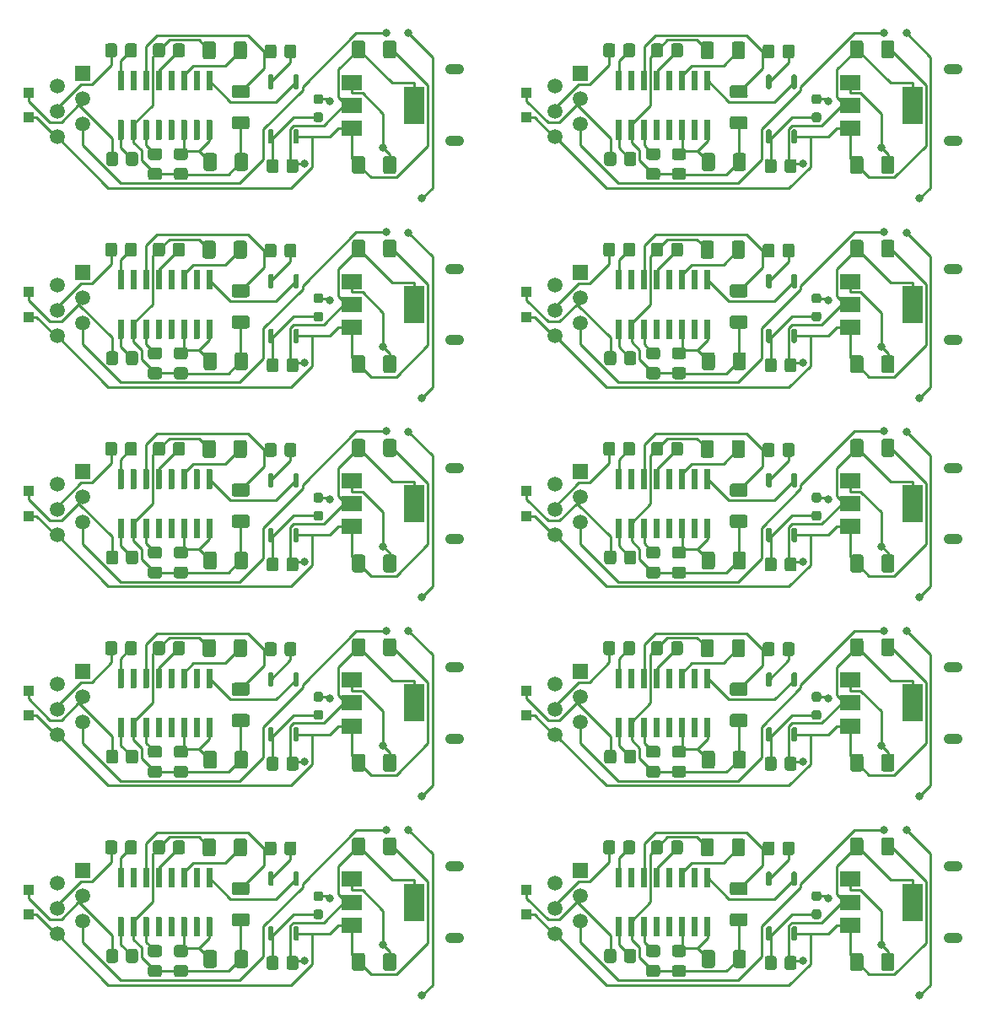
<source format=gbr>
%TF.GenerationSoftware,KiCad,Pcbnew,(5.1.9)-1*%
%TF.CreationDate,2021-12-30T17:23:27+01:00*%
%TF.ProjectId,IM350_AM550_T210_5V_V5.1,494d3335-305f-4414-9d35-35305f543231,rev?*%
%TF.SameCoordinates,Original*%
%TF.FileFunction,Copper,L2,Bot*%
%TF.FilePolarity,Positive*%
%FSLAX46Y46*%
G04 Gerber Fmt 4.6, Leading zero omitted, Abs format (unit mm)*
G04 Created by KiCad (PCBNEW (5.1.9)-1) date 2021-12-30 17:23:27*
%MOMM*%
%LPD*%
G01*
G04 APERTURE LIST*
%TA.AperFunction,ComponentPad*%
%ADD10R,1.520000X1.520000*%
%TD*%
%TA.AperFunction,ComponentPad*%
%ADD11C,1.520000*%
%TD*%
%TA.AperFunction,SMDPad,CuDef*%
%ADD12R,2.000000X3.800000*%
%TD*%
%TA.AperFunction,SMDPad,CuDef*%
%ADD13R,2.000000X1.500000*%
%TD*%
%TA.AperFunction,SMDPad,CuDef*%
%ADD14R,1.000000X1.000000*%
%TD*%
%TA.AperFunction,ComponentPad*%
%ADD15O,1.900000X1.050000*%
%TD*%
%TA.AperFunction,ViaPad*%
%ADD16C,0.800000*%
%TD*%
%TA.AperFunction,Conductor*%
%ADD17C,0.250000*%
%TD*%
G04 APERTURE END LIST*
D10*
%TO.P,J2,1*%
%TO.N,+5V*%
X48400000Y-146800000D03*
D11*
%TO.P,J2,2*%
%TO.N,/TRIGGER*%
X45860000Y-148070000D03*
%TO.P,J2,3*%
%TO.N,Net-(D1-Pad1)*%
X48400000Y-149340000D03*
%TO.P,J2,4*%
%TO.N,Net-(J2-Pad4)*%
X45860000Y-150610000D03*
%TO.P,J2,5*%
%TO.N,/DATA*%
X48400000Y-151880000D03*
%TO.P,J2,6*%
%TO.N,GND*%
X45860000Y-153150000D03*
%TD*%
%TO.P,J2,6*%
%TO.N,GND*%
X45860000Y-133150000D03*
%TO.P,J2,5*%
%TO.N,/DATA*%
X48400000Y-131880000D03*
%TO.P,J2,4*%
%TO.N,Net-(J2-Pad4)*%
X45860000Y-130610000D03*
%TO.P,J2,3*%
%TO.N,Net-(D1-Pad1)*%
X48400000Y-129340000D03*
%TO.P,J2,2*%
%TO.N,/TRIGGER*%
X45860000Y-128070000D03*
D10*
%TO.P,J2,1*%
%TO.N,+5V*%
X48400000Y-126800000D03*
%TD*%
%TO.P,J2,1*%
%TO.N,+5V*%
X48400000Y-106800000D03*
D11*
%TO.P,J2,2*%
%TO.N,/TRIGGER*%
X45860000Y-108070000D03*
%TO.P,J2,3*%
%TO.N,Net-(D1-Pad1)*%
X48400000Y-109340000D03*
%TO.P,J2,4*%
%TO.N,Net-(J2-Pad4)*%
X45860000Y-110610000D03*
%TO.P,J2,5*%
%TO.N,/DATA*%
X48400000Y-111880000D03*
%TO.P,J2,6*%
%TO.N,GND*%
X45860000Y-113150000D03*
%TD*%
%TO.P,J2,6*%
%TO.N,GND*%
X45860000Y-93150000D03*
%TO.P,J2,5*%
%TO.N,/DATA*%
X48400000Y-91880000D03*
%TO.P,J2,4*%
%TO.N,Net-(J2-Pad4)*%
X45860000Y-90610000D03*
%TO.P,J2,3*%
%TO.N,Net-(D1-Pad1)*%
X48400000Y-89340000D03*
%TO.P,J2,2*%
%TO.N,/TRIGGER*%
X45860000Y-88070000D03*
D10*
%TO.P,J2,1*%
%TO.N,+5V*%
X48400000Y-86800000D03*
%TD*%
%TO.P,R12,2*%
%TO.N,Net-(J2-Pad4)*%
%TA.AperFunction,SMDPad,CuDef*%
G36*
G01*
X51900000Y-144049999D02*
X51900000Y-144950001D01*
G75*
G02*
X51650001Y-145200000I-249999J0D01*
G01*
X50949999Y-145200000D01*
G75*
G02*
X50700000Y-144950001I0J249999D01*
G01*
X50700000Y-144049999D01*
G75*
G02*
X50949999Y-143800000I249999J0D01*
G01*
X51650001Y-143800000D01*
G75*
G02*
X51900000Y-144049999I0J-249999D01*
G01*
G37*
%TD.AperFunction*%
%TO.P,R12,1*%
%TO.N,Net-(R12-Pad1)*%
%TA.AperFunction,SMDPad,CuDef*%
G36*
G01*
X53900000Y-144049999D02*
X53900000Y-144950001D01*
G75*
G02*
X53650001Y-145200000I-249999J0D01*
G01*
X52949999Y-145200000D01*
G75*
G02*
X52700000Y-144950001I0J249999D01*
G01*
X52700000Y-144049999D01*
G75*
G02*
X52949999Y-143800000I249999J0D01*
G01*
X53650001Y-143800000D01*
G75*
G02*
X53900000Y-144049999I0J-249999D01*
G01*
G37*
%TD.AperFunction*%
%TD*%
D12*
%TO.P,U1,2*%
%TO.N,+3V3*%
X81750000Y-150000000D03*
D13*
X75450000Y-150000000D03*
%TO.P,U1,3*%
%TO.N,+5V*%
X75450000Y-147700000D03*
%TO.P,U1,1*%
%TO.N,GND*%
X75450000Y-152300000D03*
%TD*%
%TO.P,R15,2*%
%TO.N,GND1*%
%TA.AperFunction,SMDPad,CuDef*%
G36*
G01*
X56700000Y-144049999D02*
X56700000Y-144950001D01*
G75*
G02*
X56450001Y-145200000I-249999J0D01*
G01*
X55749999Y-145200000D01*
G75*
G02*
X55500000Y-144950001I0J249999D01*
G01*
X55500000Y-144049999D01*
G75*
G02*
X55749999Y-143800000I249999J0D01*
G01*
X56450001Y-143800000D01*
G75*
G02*
X56700000Y-144049999I0J-249999D01*
G01*
G37*
%TD.AperFunction*%
%TO.P,R15,1*%
%TO.N,Net-(R15-Pad1)*%
%TA.AperFunction,SMDPad,CuDef*%
G36*
G01*
X58700000Y-144049999D02*
X58700000Y-144950001D01*
G75*
G02*
X58450001Y-145200000I-249999J0D01*
G01*
X57749999Y-145200000D01*
G75*
G02*
X57500000Y-144950001I0J249999D01*
G01*
X57500000Y-144049999D01*
G75*
G02*
X57749999Y-143800000I249999J0D01*
G01*
X58450001Y-143800000D01*
G75*
G02*
X58700000Y-144049999I0J-249999D01*
G01*
G37*
%TD.AperFunction*%
%TD*%
%TO.P,R4,2*%
%TO.N,Net-(C3-Pad1)*%
%TA.AperFunction,SMDPad,CuDef*%
G36*
G01*
X58750001Y-155500000D02*
X57849999Y-155500000D01*
G75*
G02*
X57600000Y-155250001I0J249999D01*
G01*
X57600000Y-154549999D01*
G75*
G02*
X57849999Y-154300000I249999J0D01*
G01*
X58750001Y-154300000D01*
G75*
G02*
X59000000Y-154549999I0J-249999D01*
G01*
X59000000Y-155250001D01*
G75*
G02*
X58750001Y-155500000I-249999J0D01*
G01*
G37*
%TD.AperFunction*%
%TO.P,R4,1*%
%TO.N,GND1*%
%TA.AperFunction,SMDPad,CuDef*%
G36*
G01*
X58750001Y-157500000D02*
X57849999Y-157500000D01*
G75*
G02*
X57600000Y-157250001I0J249999D01*
G01*
X57600000Y-156549999D01*
G75*
G02*
X57849999Y-156300000I249999J0D01*
G01*
X58750001Y-156300000D01*
G75*
G02*
X59000000Y-156549999I0J-249999D01*
G01*
X59000000Y-157250001D01*
G75*
G02*
X58750001Y-157500000I-249999J0D01*
G01*
G37*
%TD.AperFunction*%
%TD*%
%TO.P,C5,2*%
%TO.N,GND1*%
%TA.AperFunction,SMDPad,CuDef*%
G36*
G01*
X61800000Y-143849999D02*
X61800000Y-145150001D01*
G75*
G02*
X61550001Y-145400000I-249999J0D01*
G01*
X60724999Y-145400000D01*
G75*
G02*
X60475000Y-145150001I0J249999D01*
G01*
X60475000Y-143849999D01*
G75*
G02*
X60724999Y-143600000I249999J0D01*
G01*
X61550001Y-143600000D01*
G75*
G02*
X61800000Y-143849999I0J-249999D01*
G01*
G37*
%TD.AperFunction*%
%TO.P,C5,1*%
%TO.N,Net-(C5-Pad1)*%
%TA.AperFunction,SMDPad,CuDef*%
G36*
G01*
X64925000Y-143849999D02*
X64925000Y-145150001D01*
G75*
G02*
X64675001Y-145400000I-249999J0D01*
G01*
X63849999Y-145400000D01*
G75*
G02*
X63600000Y-145150001I0J249999D01*
G01*
X63600000Y-143849999D01*
G75*
G02*
X63849999Y-143600000I249999J0D01*
G01*
X64675001Y-143600000D01*
G75*
G02*
X64925000Y-143849999I0J-249999D01*
G01*
G37*
%TD.AperFunction*%
%TD*%
D11*
%TO.P,J2,6*%
%TO.N,GND*%
X95860000Y-153150000D03*
%TO.P,J2,5*%
%TO.N,/DATA*%
X98400000Y-151880000D03*
%TO.P,J2,4*%
%TO.N,Net-(J2-Pad4)*%
X95860000Y-150610000D03*
%TO.P,J2,3*%
%TO.N,Net-(D1-Pad1)*%
X98400000Y-149340000D03*
%TO.P,J2,2*%
%TO.N,/TRIGGER*%
X95860000Y-148070000D03*
D10*
%TO.P,J2,1*%
%TO.N,+5V*%
X98400000Y-146800000D03*
%TD*%
D14*
%TO.P,D1,2*%
%TO.N,GND*%
X93000000Y-151250000D03*
%TO.P,D1,1*%
%TO.N,Net-(D1-Pad1)*%
X93000000Y-148750000D03*
%TD*%
%TO.P,D1,1*%
%TO.N,Net-(D1-Pad1)*%
X43000000Y-148750000D03*
%TO.P,D1,2*%
%TO.N,GND*%
X43000000Y-151250000D03*
%TD*%
%TO.P,R5,2*%
%TO.N,+3V3*%
%TA.AperFunction,SMDPad,CuDef*%
G36*
G01*
X68900000Y-156550001D02*
X68900000Y-155649999D01*
G75*
G02*
X69149999Y-155400000I249999J0D01*
G01*
X69850001Y-155400000D01*
G75*
G02*
X70100000Y-155649999I0J-249999D01*
G01*
X70100000Y-156550001D01*
G75*
G02*
X69850001Y-156800000I-249999J0D01*
G01*
X69149999Y-156800000D01*
G75*
G02*
X68900000Y-156550001I0J249999D01*
G01*
G37*
%TD.AperFunction*%
%TO.P,R5,1*%
%TO.N,/MBUS_TX*%
%TA.AperFunction,SMDPad,CuDef*%
G36*
G01*
X66900000Y-156550001D02*
X66900000Y-155649999D01*
G75*
G02*
X67149999Y-155400000I249999J0D01*
G01*
X67850001Y-155400000D01*
G75*
G02*
X68100000Y-155649999I0J-249999D01*
G01*
X68100000Y-156550001D01*
G75*
G02*
X67850001Y-156800000I-249999J0D01*
G01*
X67149999Y-156800000D01*
G75*
G02*
X66900000Y-156550001I0J249999D01*
G01*
G37*
%TD.AperFunction*%
%TD*%
%TO.P,R11,1*%
%TO.N,Net-(R11-Pad1)*%
%TA.AperFunction,SMDPad,CuDef*%
G36*
G01*
X54000000Y-154949999D02*
X54000000Y-155850001D01*
G75*
G02*
X53750001Y-156100000I-249999J0D01*
G01*
X53049999Y-156100000D01*
G75*
G02*
X52800000Y-155850001I0J249999D01*
G01*
X52800000Y-154949999D01*
G75*
G02*
X53049999Y-154700000I249999J0D01*
G01*
X53750001Y-154700000D01*
G75*
G02*
X54000000Y-154949999I0J-249999D01*
G01*
G37*
%TD.AperFunction*%
%TO.P,R11,2*%
%TO.N,Net-(D1-Pad1)*%
%TA.AperFunction,SMDPad,CuDef*%
G36*
G01*
X52000000Y-154949999D02*
X52000000Y-155850001D01*
G75*
G02*
X51750001Y-156100000I-249999J0D01*
G01*
X51049999Y-156100000D01*
G75*
G02*
X50800000Y-155850001I0J249999D01*
G01*
X50800000Y-154949999D01*
G75*
G02*
X51049999Y-154700000I249999J0D01*
G01*
X51750001Y-154700000D01*
G75*
G02*
X52000000Y-154949999I0J-249999D01*
G01*
G37*
%TD.AperFunction*%
%TD*%
%TO.P,R10,1*%
%TO.N,Net-(R10-Pad1)*%
%TA.AperFunction,SMDPad,CuDef*%
G36*
G01*
X69900000Y-144149999D02*
X69900000Y-145050001D01*
G75*
G02*
X69650001Y-145300000I-249999J0D01*
G01*
X68949999Y-145300000D01*
G75*
G02*
X68700000Y-145050001I0J249999D01*
G01*
X68700000Y-144149999D01*
G75*
G02*
X68949999Y-143900000I249999J0D01*
G01*
X69650001Y-143900000D01*
G75*
G02*
X69900000Y-144149999I0J-249999D01*
G01*
G37*
%TD.AperFunction*%
%TO.P,R10,2*%
%TO.N,Net-(C4-Pad1)*%
%TA.AperFunction,SMDPad,CuDef*%
G36*
G01*
X67900000Y-144149999D02*
X67900000Y-145050001D01*
G75*
G02*
X67650001Y-145300000I-249999J0D01*
G01*
X66949999Y-145300000D01*
G75*
G02*
X66700000Y-145050001I0J249999D01*
G01*
X66700000Y-144149999D01*
G75*
G02*
X66949999Y-143900000I249999J0D01*
G01*
X67650001Y-143900000D01*
G75*
G02*
X67900000Y-144149999I0J-249999D01*
G01*
G37*
%TD.AperFunction*%
%TD*%
%TO.P,C2,1*%
%TO.N,+5V*%
%TA.AperFunction,SMDPad,CuDef*%
G36*
G01*
X79925000Y-155349999D02*
X79925000Y-156650001D01*
G75*
G02*
X79675001Y-156900000I-249999J0D01*
G01*
X78849999Y-156900000D01*
G75*
G02*
X78600000Y-156650001I0J249999D01*
G01*
X78600000Y-155349999D01*
G75*
G02*
X78849999Y-155100000I249999J0D01*
G01*
X79675001Y-155100000D01*
G75*
G02*
X79925000Y-155349999I0J-249999D01*
G01*
G37*
%TD.AperFunction*%
%TO.P,C2,2*%
%TO.N,GND*%
%TA.AperFunction,SMDPad,CuDef*%
G36*
G01*
X76800000Y-155349999D02*
X76800000Y-156650001D01*
G75*
G02*
X76550001Y-156900000I-249999J0D01*
G01*
X75724999Y-156900000D01*
G75*
G02*
X75475000Y-156650001I0J249999D01*
G01*
X75475000Y-155349999D01*
G75*
G02*
X75724999Y-155100000I249999J0D01*
G01*
X76550001Y-155100000D01*
G75*
G02*
X76800000Y-155349999I0J-249999D01*
G01*
G37*
%TD.AperFunction*%
%TD*%
%TO.P,C1,2*%
%TO.N,GND*%
%TA.AperFunction,SMDPad,CuDef*%
G36*
G01*
X128600000Y-145050001D02*
X128600000Y-143749999D01*
G75*
G02*
X128849999Y-143500000I249999J0D01*
G01*
X129675001Y-143500000D01*
G75*
G02*
X129925000Y-143749999I0J-249999D01*
G01*
X129925000Y-145050001D01*
G75*
G02*
X129675001Y-145300000I-249999J0D01*
G01*
X128849999Y-145300000D01*
G75*
G02*
X128600000Y-145050001I0J249999D01*
G01*
G37*
%TD.AperFunction*%
%TO.P,C1,1*%
%TO.N,+3V3*%
%TA.AperFunction,SMDPad,CuDef*%
G36*
G01*
X125475000Y-145050001D02*
X125475000Y-143749999D01*
G75*
G02*
X125724999Y-143500000I249999J0D01*
G01*
X126550001Y-143500000D01*
G75*
G02*
X126800000Y-143749999I0J-249999D01*
G01*
X126800000Y-145050001D01*
G75*
G02*
X126550001Y-145300000I-249999J0D01*
G01*
X125724999Y-145300000D01*
G75*
G02*
X125475000Y-145050001I0J249999D01*
G01*
G37*
%TD.AperFunction*%
%TD*%
%TO.P,C4,2*%
%TO.N,GND1*%
%TA.AperFunction,SMDPad,CuDef*%
G36*
G01*
X63649999Y-151100000D02*
X64950001Y-151100000D01*
G75*
G02*
X65200000Y-151349999I0J-249999D01*
G01*
X65200000Y-152175001D01*
G75*
G02*
X64950001Y-152425000I-249999J0D01*
G01*
X63649999Y-152425000D01*
G75*
G02*
X63400000Y-152175001I0J249999D01*
G01*
X63400000Y-151349999D01*
G75*
G02*
X63649999Y-151100000I249999J0D01*
G01*
G37*
%TD.AperFunction*%
%TO.P,C4,1*%
%TO.N,Net-(C4-Pad1)*%
%TA.AperFunction,SMDPad,CuDef*%
G36*
G01*
X63649999Y-147975000D02*
X64950001Y-147975000D01*
G75*
G02*
X65200000Y-148224999I0J-249999D01*
G01*
X65200000Y-149050001D01*
G75*
G02*
X64950001Y-149300000I-249999J0D01*
G01*
X63649999Y-149300000D01*
G75*
G02*
X63400000Y-149050001I0J249999D01*
G01*
X63400000Y-148224999D01*
G75*
G02*
X63649999Y-147975000I249999J0D01*
G01*
G37*
%TD.AperFunction*%
%TD*%
%TO.P,R6,2*%
%TO.N,/MBUS_TX*%
%TA.AperFunction,SMDPad,CuDef*%
G36*
G01*
X121862500Y-150725000D02*
X122337500Y-150725000D01*
G75*
G02*
X122575000Y-150962500I0J-237500D01*
G01*
X122575000Y-151462500D01*
G75*
G02*
X122337500Y-151700000I-237500J0D01*
G01*
X121862500Y-151700000D01*
G75*
G02*
X121625000Y-151462500I0J237500D01*
G01*
X121625000Y-150962500D01*
G75*
G02*
X121862500Y-150725000I237500J0D01*
G01*
G37*
%TD.AperFunction*%
%TO.P,R6,1*%
%TO.N,Net-(R1-Pad1)*%
%TA.AperFunction,SMDPad,CuDef*%
G36*
G01*
X121862500Y-148900000D02*
X122337500Y-148900000D01*
G75*
G02*
X122575000Y-149137500I0J-237500D01*
G01*
X122575000Y-149637500D01*
G75*
G02*
X122337500Y-149875000I-237500J0D01*
G01*
X121862500Y-149875000D01*
G75*
G02*
X121625000Y-149637500I0J237500D01*
G01*
X121625000Y-149137500D01*
G75*
G02*
X121862500Y-148900000I237500J0D01*
G01*
G37*
%TD.AperFunction*%
%TD*%
%TO.P,C3,1*%
%TO.N,Net-(C3-Pad1)*%
%TA.AperFunction,SMDPad,CuDef*%
G36*
G01*
X60575000Y-156350001D02*
X60575000Y-155049999D01*
G75*
G02*
X60824999Y-154800000I249999J0D01*
G01*
X61650001Y-154800000D01*
G75*
G02*
X61900000Y-155049999I0J-249999D01*
G01*
X61900000Y-156350001D01*
G75*
G02*
X61650001Y-156600000I-249999J0D01*
G01*
X60824999Y-156600000D01*
G75*
G02*
X60575000Y-156350001I0J249999D01*
G01*
G37*
%TD.AperFunction*%
%TO.P,C3,2*%
%TO.N,GND1*%
%TA.AperFunction,SMDPad,CuDef*%
G36*
G01*
X63700000Y-156350001D02*
X63700000Y-155049999D01*
G75*
G02*
X63949999Y-154800000I249999J0D01*
G01*
X64775001Y-154800000D01*
G75*
G02*
X65025000Y-155049999I0J-249999D01*
G01*
X65025000Y-156350001D01*
G75*
G02*
X64775001Y-156600000I-249999J0D01*
G01*
X63949999Y-156600000D01*
G75*
G02*
X63700000Y-156350001I0J249999D01*
G01*
G37*
%TD.AperFunction*%
%TD*%
%TO.P,R10,2*%
%TO.N,Net-(C4-Pad1)*%
%TA.AperFunction,SMDPad,CuDef*%
G36*
G01*
X117900000Y-144149999D02*
X117900000Y-145050001D01*
G75*
G02*
X117650001Y-145300000I-249999J0D01*
G01*
X116949999Y-145300000D01*
G75*
G02*
X116700000Y-145050001I0J249999D01*
G01*
X116700000Y-144149999D01*
G75*
G02*
X116949999Y-143900000I249999J0D01*
G01*
X117650001Y-143900000D01*
G75*
G02*
X117900000Y-144149999I0J-249999D01*
G01*
G37*
%TD.AperFunction*%
%TO.P,R10,1*%
%TO.N,Net-(R10-Pad1)*%
%TA.AperFunction,SMDPad,CuDef*%
G36*
G01*
X119900000Y-144149999D02*
X119900000Y-145050001D01*
G75*
G02*
X119650001Y-145300000I-249999J0D01*
G01*
X118949999Y-145300000D01*
G75*
G02*
X118700000Y-145050001I0J249999D01*
G01*
X118700000Y-144149999D01*
G75*
G02*
X118949999Y-143900000I249999J0D01*
G01*
X119650001Y-143900000D01*
G75*
G02*
X119900000Y-144149999I0J-249999D01*
G01*
G37*
%TD.AperFunction*%
%TD*%
D13*
%TO.P,U1,1*%
%TO.N,GND*%
X125450000Y-152300000D03*
%TO.P,U1,3*%
%TO.N,+5V*%
X125450000Y-147700000D03*
%TO.P,U1,2*%
%TO.N,+3V3*%
X125450000Y-150000000D03*
D12*
X131750000Y-150000000D03*
%TD*%
%TO.P,R4,1*%
%TO.N,GND1*%
%TA.AperFunction,SMDPad,CuDef*%
G36*
G01*
X108750001Y-157500000D02*
X107849999Y-157500000D01*
G75*
G02*
X107600000Y-157250001I0J249999D01*
G01*
X107600000Y-156549999D01*
G75*
G02*
X107849999Y-156300000I249999J0D01*
G01*
X108750001Y-156300000D01*
G75*
G02*
X109000000Y-156549999I0J-249999D01*
G01*
X109000000Y-157250001D01*
G75*
G02*
X108750001Y-157500000I-249999J0D01*
G01*
G37*
%TD.AperFunction*%
%TO.P,R4,2*%
%TO.N,Net-(C3-Pad1)*%
%TA.AperFunction,SMDPad,CuDef*%
G36*
G01*
X108750001Y-155500000D02*
X107849999Y-155500000D01*
G75*
G02*
X107600000Y-155250001I0J249999D01*
G01*
X107600000Y-154549999D01*
G75*
G02*
X107849999Y-154300000I249999J0D01*
G01*
X108750001Y-154300000D01*
G75*
G02*
X109000000Y-154549999I0J-249999D01*
G01*
X109000000Y-155250001D01*
G75*
G02*
X108750001Y-155500000I-249999J0D01*
G01*
G37*
%TD.AperFunction*%
%TD*%
%TO.P,R11,2*%
%TO.N,Net-(D1-Pad1)*%
%TA.AperFunction,SMDPad,CuDef*%
G36*
G01*
X102000000Y-154949999D02*
X102000000Y-155850001D01*
G75*
G02*
X101750001Y-156100000I-249999J0D01*
G01*
X101049999Y-156100000D01*
G75*
G02*
X100800000Y-155850001I0J249999D01*
G01*
X100800000Y-154949999D01*
G75*
G02*
X101049999Y-154700000I249999J0D01*
G01*
X101750001Y-154700000D01*
G75*
G02*
X102000000Y-154949999I0J-249999D01*
G01*
G37*
%TD.AperFunction*%
%TO.P,R11,1*%
%TO.N,Net-(R11-Pad1)*%
%TA.AperFunction,SMDPad,CuDef*%
G36*
G01*
X104000000Y-154949999D02*
X104000000Y-155850001D01*
G75*
G02*
X103750001Y-156100000I-249999J0D01*
G01*
X103049999Y-156100000D01*
G75*
G02*
X102800000Y-155850001I0J249999D01*
G01*
X102800000Y-154949999D01*
G75*
G02*
X103049999Y-154700000I249999J0D01*
G01*
X103750001Y-154700000D01*
G75*
G02*
X104000000Y-154949999I0J-249999D01*
G01*
G37*
%TD.AperFunction*%
%TD*%
%TO.P,C4,1*%
%TO.N,Net-(C4-Pad1)*%
%TA.AperFunction,SMDPad,CuDef*%
G36*
G01*
X113649999Y-147975000D02*
X114950001Y-147975000D01*
G75*
G02*
X115200000Y-148224999I0J-249999D01*
G01*
X115200000Y-149050001D01*
G75*
G02*
X114950001Y-149300000I-249999J0D01*
G01*
X113649999Y-149300000D01*
G75*
G02*
X113400000Y-149050001I0J249999D01*
G01*
X113400000Y-148224999D01*
G75*
G02*
X113649999Y-147975000I249999J0D01*
G01*
G37*
%TD.AperFunction*%
%TO.P,C4,2*%
%TO.N,GND1*%
%TA.AperFunction,SMDPad,CuDef*%
G36*
G01*
X113649999Y-151100000D02*
X114950001Y-151100000D01*
G75*
G02*
X115200000Y-151349999I0J-249999D01*
G01*
X115200000Y-152175001D01*
G75*
G02*
X114950001Y-152425000I-249999J0D01*
G01*
X113649999Y-152425000D01*
G75*
G02*
X113400000Y-152175001I0J249999D01*
G01*
X113400000Y-151349999D01*
G75*
G02*
X113649999Y-151100000I249999J0D01*
G01*
G37*
%TD.AperFunction*%
%TD*%
%TO.P,U3,1*%
%TO.N,Net-(R12-Pad1)*%
%TA.AperFunction,SMDPad,CuDef*%
G36*
G01*
X51997000Y-146540000D02*
X52513000Y-146540000D01*
G75*
G02*
X52555000Y-146582000I0J-42000D01*
G01*
X52555000Y-148468000D01*
G75*
G02*
X52513000Y-148510000I-42000J0D01*
G01*
X51997000Y-148510000D01*
G75*
G02*
X51955000Y-148468000I0J42000D01*
G01*
X51955000Y-146582000D01*
G75*
G02*
X51997000Y-146540000I42000J0D01*
G01*
G37*
%TD.AperFunction*%
%TO.P,U3,2*%
%TO.N,Net-(U3-Pad2)*%
%TA.AperFunction,SMDPad,CuDef*%
G36*
G01*
X53267000Y-146540000D02*
X53783000Y-146540000D01*
G75*
G02*
X53825000Y-146582000I0J-42000D01*
G01*
X53825000Y-148468000D01*
G75*
G02*
X53783000Y-148510000I-42000J0D01*
G01*
X53267000Y-148510000D01*
G75*
G02*
X53225000Y-148468000I0J42000D01*
G01*
X53225000Y-146582000D01*
G75*
G02*
X53267000Y-146540000I42000J0D01*
G01*
G37*
%TD.AperFunction*%
%TO.P,U3,3*%
%TO.N,Net-(C4-Pad1)*%
%TA.AperFunction,SMDPad,CuDef*%
G36*
G01*
X54537000Y-146540000D02*
X55053000Y-146540000D01*
G75*
G02*
X55095000Y-146582000I0J-42000D01*
G01*
X55095000Y-148468000D01*
G75*
G02*
X55053000Y-148510000I-42000J0D01*
G01*
X54537000Y-148510000D01*
G75*
G02*
X54495000Y-148468000I0J42000D01*
G01*
X54495000Y-146582000D01*
G75*
G02*
X54537000Y-146540000I42000J0D01*
G01*
G37*
%TD.AperFunction*%
%TO.P,U3,4*%
%TO.N,Net-(R15-Pad1)*%
%TA.AperFunction,SMDPad,CuDef*%
G36*
G01*
X55807000Y-146540000D02*
X56323000Y-146540000D01*
G75*
G02*
X56365000Y-146582000I0J-42000D01*
G01*
X56365000Y-148468000D01*
G75*
G02*
X56323000Y-148510000I-42000J0D01*
G01*
X55807000Y-148510000D01*
G75*
G02*
X55765000Y-148468000I0J42000D01*
G01*
X55765000Y-146582000D01*
G75*
G02*
X55807000Y-146540000I42000J0D01*
G01*
G37*
%TD.AperFunction*%
%TO.P,U3,5*%
%TO.N,Net-(U3-Pad5)*%
%TA.AperFunction,SMDPad,CuDef*%
G36*
G01*
X57077000Y-146540000D02*
X57593000Y-146540000D01*
G75*
G02*
X57635000Y-146582000I0J-42000D01*
G01*
X57635000Y-148468000D01*
G75*
G02*
X57593000Y-148510000I-42000J0D01*
G01*
X57077000Y-148510000D01*
G75*
G02*
X57035000Y-148468000I0J42000D01*
G01*
X57035000Y-146582000D01*
G75*
G02*
X57077000Y-146540000I42000J0D01*
G01*
G37*
%TD.AperFunction*%
%TO.P,U3,6*%
%TO.N,Net-(C5-Pad1)*%
%TA.AperFunction,SMDPad,CuDef*%
G36*
G01*
X58347000Y-146540000D02*
X58863000Y-146540000D01*
G75*
G02*
X58905000Y-146582000I0J-42000D01*
G01*
X58905000Y-148468000D01*
G75*
G02*
X58863000Y-148510000I-42000J0D01*
G01*
X58347000Y-148510000D01*
G75*
G02*
X58305000Y-148468000I0J42000D01*
G01*
X58305000Y-146582000D01*
G75*
G02*
X58347000Y-146540000I42000J0D01*
G01*
G37*
%TD.AperFunction*%
%TO.P,U3,7*%
%TO.N,Net-(U3-Pad7)*%
%TA.AperFunction,SMDPad,CuDef*%
G36*
G01*
X59617000Y-146540000D02*
X60133000Y-146540000D01*
G75*
G02*
X60175000Y-146582000I0J-42000D01*
G01*
X60175000Y-148468000D01*
G75*
G02*
X60133000Y-148510000I-42000J0D01*
G01*
X59617000Y-148510000D01*
G75*
G02*
X59575000Y-148468000I0J42000D01*
G01*
X59575000Y-146582000D01*
G75*
G02*
X59617000Y-146540000I42000J0D01*
G01*
G37*
%TD.AperFunction*%
%TO.P,U3,8*%
%TO.N,/UART_TX*%
%TA.AperFunction,SMDPad,CuDef*%
G36*
G01*
X60887000Y-146540000D02*
X61403000Y-146540000D01*
G75*
G02*
X61445000Y-146582000I0J-42000D01*
G01*
X61445000Y-148468000D01*
G75*
G02*
X61403000Y-148510000I-42000J0D01*
G01*
X60887000Y-148510000D01*
G75*
G02*
X60845000Y-148468000I0J42000D01*
G01*
X60845000Y-146582000D01*
G75*
G02*
X60887000Y-146540000I42000J0D01*
G01*
G37*
%TD.AperFunction*%
%TO.P,U3,9*%
%TO.N,Net-(C3-Pad1)*%
%TA.AperFunction,SMDPad,CuDef*%
G36*
G01*
X60887000Y-151490000D02*
X61403000Y-151490000D01*
G75*
G02*
X61445000Y-151532000I0J-42000D01*
G01*
X61445000Y-153418000D01*
G75*
G02*
X61403000Y-153460000I-42000J0D01*
G01*
X60887000Y-153460000D01*
G75*
G02*
X60845000Y-153418000I0J42000D01*
G01*
X60845000Y-151532000D01*
G75*
G02*
X60887000Y-151490000I42000J0D01*
G01*
G37*
%TD.AperFunction*%
%TO.P,U3,10*%
%TO.N,Net-(U3-Pad10)*%
%TA.AperFunction,SMDPad,CuDef*%
G36*
G01*
X59617000Y-151490000D02*
X60133000Y-151490000D01*
G75*
G02*
X60175000Y-151532000I0J-42000D01*
G01*
X60175000Y-153418000D01*
G75*
G02*
X60133000Y-153460000I-42000J0D01*
G01*
X59617000Y-153460000D01*
G75*
G02*
X59575000Y-153418000I0J42000D01*
G01*
X59575000Y-151532000D01*
G75*
G02*
X59617000Y-151490000I42000J0D01*
G01*
G37*
%TD.AperFunction*%
%TO.P,U3,11*%
%TO.N,Net-(C3-Pad1)*%
%TA.AperFunction,SMDPad,CuDef*%
G36*
G01*
X58347000Y-151490000D02*
X58863000Y-151490000D01*
G75*
G02*
X58905000Y-151532000I0J-42000D01*
G01*
X58905000Y-153418000D01*
G75*
G02*
X58863000Y-153460000I-42000J0D01*
G01*
X58347000Y-153460000D01*
G75*
G02*
X58305000Y-153418000I0J42000D01*
G01*
X58305000Y-151532000D01*
G75*
G02*
X58347000Y-151490000I42000J0D01*
G01*
G37*
%TD.AperFunction*%
%TO.P,U3,12*%
%TO.N,Net-(U3-Pad12)*%
%TA.AperFunction,SMDPad,CuDef*%
G36*
G01*
X57077000Y-151490000D02*
X57593000Y-151490000D01*
G75*
G02*
X57635000Y-151532000I0J-42000D01*
G01*
X57635000Y-153418000D01*
G75*
G02*
X57593000Y-153460000I-42000J0D01*
G01*
X57077000Y-153460000D01*
G75*
G02*
X57035000Y-153418000I0J42000D01*
G01*
X57035000Y-151532000D01*
G75*
G02*
X57077000Y-151490000I42000J0D01*
G01*
G37*
%TD.AperFunction*%
%TO.P,U3,13*%
%TO.N,Net-(U3-Pad13)*%
%TA.AperFunction,SMDPad,CuDef*%
G36*
G01*
X55807000Y-151490000D02*
X56323000Y-151490000D01*
G75*
G02*
X56365000Y-151532000I0J-42000D01*
G01*
X56365000Y-153418000D01*
G75*
G02*
X56323000Y-153460000I-42000J0D01*
G01*
X55807000Y-153460000D01*
G75*
G02*
X55765000Y-153418000I0J42000D01*
G01*
X55765000Y-151532000D01*
G75*
G02*
X55807000Y-151490000I42000J0D01*
G01*
G37*
%TD.AperFunction*%
%TO.P,U3,14*%
%TO.N,Net-(R14-Pad2)*%
%TA.AperFunction,SMDPad,CuDef*%
G36*
G01*
X54537000Y-151490000D02*
X55053000Y-151490000D01*
G75*
G02*
X55095000Y-151532000I0J-42000D01*
G01*
X55095000Y-153418000D01*
G75*
G02*
X55053000Y-153460000I-42000J0D01*
G01*
X54537000Y-153460000D01*
G75*
G02*
X54495000Y-153418000I0J42000D01*
G01*
X54495000Y-151532000D01*
G75*
G02*
X54537000Y-151490000I42000J0D01*
G01*
G37*
%TD.AperFunction*%
%TO.P,U3,15*%
%TO.N,GND1*%
%TA.AperFunction,SMDPad,CuDef*%
G36*
G01*
X53267000Y-151490000D02*
X53783000Y-151490000D01*
G75*
G02*
X53825000Y-151532000I0J-42000D01*
G01*
X53825000Y-153418000D01*
G75*
G02*
X53783000Y-153460000I-42000J0D01*
G01*
X53267000Y-153460000D01*
G75*
G02*
X53225000Y-153418000I0J42000D01*
G01*
X53225000Y-151532000D01*
G75*
G02*
X53267000Y-151490000I42000J0D01*
G01*
G37*
%TD.AperFunction*%
%TO.P,U3,16*%
%TO.N,Net-(R11-Pad1)*%
%TA.AperFunction,SMDPad,CuDef*%
G36*
G01*
X51997000Y-151490000D02*
X52513000Y-151490000D01*
G75*
G02*
X52555000Y-151532000I0J-42000D01*
G01*
X52555000Y-153418000D01*
G75*
G02*
X52513000Y-153460000I-42000J0D01*
G01*
X51997000Y-153460000D01*
G75*
G02*
X51955000Y-153418000I0J42000D01*
G01*
X51955000Y-151532000D01*
G75*
G02*
X51997000Y-151490000I42000J0D01*
G01*
G37*
%TD.AperFunction*%
%TD*%
%TO.P,R14,2*%
%TO.N,Net-(R14-Pad2)*%
%TA.AperFunction,SMDPad,CuDef*%
G36*
G01*
X106150001Y-155500000D02*
X105249999Y-155500000D01*
G75*
G02*
X105000000Y-155250001I0J249999D01*
G01*
X105000000Y-154549999D01*
G75*
G02*
X105249999Y-154300000I249999J0D01*
G01*
X106150001Y-154300000D01*
G75*
G02*
X106400000Y-154549999I0J-249999D01*
G01*
X106400000Y-155250001D01*
G75*
G02*
X106150001Y-155500000I-249999J0D01*
G01*
G37*
%TD.AperFunction*%
%TO.P,R14,1*%
%TO.N,GND1*%
%TA.AperFunction,SMDPad,CuDef*%
G36*
G01*
X106150001Y-157500000D02*
X105249999Y-157500000D01*
G75*
G02*
X105000000Y-157250001I0J249999D01*
G01*
X105000000Y-156549999D01*
G75*
G02*
X105249999Y-156300000I249999J0D01*
G01*
X106150001Y-156300000D01*
G75*
G02*
X106400000Y-156549999I0J-249999D01*
G01*
X106400000Y-157250001D01*
G75*
G02*
X106150001Y-157500000I-249999J0D01*
G01*
G37*
%TD.AperFunction*%
%TD*%
%TO.P,C5,1*%
%TO.N,Net-(C5-Pad1)*%
%TA.AperFunction,SMDPad,CuDef*%
G36*
G01*
X114925000Y-143849999D02*
X114925000Y-145150001D01*
G75*
G02*
X114675001Y-145400000I-249999J0D01*
G01*
X113849999Y-145400000D01*
G75*
G02*
X113600000Y-145150001I0J249999D01*
G01*
X113600000Y-143849999D01*
G75*
G02*
X113849999Y-143600000I249999J0D01*
G01*
X114675001Y-143600000D01*
G75*
G02*
X114925000Y-143849999I0J-249999D01*
G01*
G37*
%TD.AperFunction*%
%TO.P,C5,2*%
%TO.N,GND1*%
%TA.AperFunction,SMDPad,CuDef*%
G36*
G01*
X111800000Y-143849999D02*
X111800000Y-145150001D01*
G75*
G02*
X111550001Y-145400000I-249999J0D01*
G01*
X110724999Y-145400000D01*
G75*
G02*
X110475000Y-145150001I0J249999D01*
G01*
X110475000Y-143849999D01*
G75*
G02*
X110724999Y-143600000I249999J0D01*
G01*
X111550001Y-143600000D01*
G75*
G02*
X111800000Y-143849999I0J-249999D01*
G01*
G37*
%TD.AperFunction*%
%TD*%
%TO.P,U4,1*%
%TO.N,Net-(R10-Pad1)*%
%TA.AperFunction,SMDPad,CuDef*%
G36*
G01*
X67192500Y-146925000D02*
X67467500Y-146925000D01*
G75*
G02*
X67605000Y-147062500I0J-137500D01*
G01*
X67605000Y-148237500D01*
G75*
G02*
X67467500Y-148375000I-137500J0D01*
G01*
X67192500Y-148375000D01*
G75*
G02*
X67055000Y-148237500I0J137500D01*
G01*
X67055000Y-147062500D01*
G75*
G02*
X67192500Y-146925000I137500J0D01*
G01*
G37*
%TD.AperFunction*%
%TO.P,U4,2*%
%TO.N,/UART_TX*%
%TA.AperFunction,SMDPad,CuDef*%
G36*
G01*
X69732500Y-146925000D02*
X70007500Y-146925000D01*
G75*
G02*
X70145000Y-147062500I0J-137500D01*
G01*
X70145000Y-148237500D01*
G75*
G02*
X70007500Y-148375000I-137500J0D01*
G01*
X69732500Y-148375000D01*
G75*
G02*
X69595000Y-148237500I0J137500D01*
G01*
X69595000Y-147062500D01*
G75*
G02*
X69732500Y-146925000I137500J0D01*
G01*
G37*
%TD.AperFunction*%
%TO.P,U4,3*%
%TO.N,GND*%
%TA.AperFunction,SMDPad,CuDef*%
G36*
G01*
X69732500Y-152425000D02*
X70007500Y-152425000D01*
G75*
G02*
X70145000Y-152562500I0J-137500D01*
G01*
X70145000Y-153737500D01*
G75*
G02*
X70007500Y-153875000I-137500J0D01*
G01*
X69732500Y-153875000D01*
G75*
G02*
X69595000Y-153737500I0J137500D01*
G01*
X69595000Y-152562500D01*
G75*
G02*
X69732500Y-152425000I137500J0D01*
G01*
G37*
%TD.AperFunction*%
%TO.P,U4,4*%
%TO.N,/MBUS_TX*%
%TA.AperFunction,SMDPad,CuDef*%
G36*
G01*
X67192500Y-152425000D02*
X67467500Y-152425000D01*
G75*
G02*
X67605000Y-152562500I0J-137500D01*
G01*
X67605000Y-153737500D01*
G75*
G02*
X67467500Y-153875000I-137500J0D01*
G01*
X67192500Y-153875000D01*
G75*
G02*
X67055000Y-153737500I0J137500D01*
G01*
X67055000Y-152562500D01*
G75*
G02*
X67192500Y-152425000I137500J0D01*
G01*
G37*
%TD.AperFunction*%
%TD*%
%TO.P,U4,4*%
%TO.N,/MBUS_TX*%
%TA.AperFunction,SMDPad,CuDef*%
G36*
G01*
X117192500Y-152425000D02*
X117467500Y-152425000D01*
G75*
G02*
X117605000Y-152562500I0J-137500D01*
G01*
X117605000Y-153737500D01*
G75*
G02*
X117467500Y-153875000I-137500J0D01*
G01*
X117192500Y-153875000D01*
G75*
G02*
X117055000Y-153737500I0J137500D01*
G01*
X117055000Y-152562500D01*
G75*
G02*
X117192500Y-152425000I137500J0D01*
G01*
G37*
%TD.AperFunction*%
%TO.P,U4,3*%
%TO.N,GND*%
%TA.AperFunction,SMDPad,CuDef*%
G36*
G01*
X119732500Y-152425000D02*
X120007500Y-152425000D01*
G75*
G02*
X120145000Y-152562500I0J-137500D01*
G01*
X120145000Y-153737500D01*
G75*
G02*
X120007500Y-153875000I-137500J0D01*
G01*
X119732500Y-153875000D01*
G75*
G02*
X119595000Y-153737500I0J137500D01*
G01*
X119595000Y-152562500D01*
G75*
G02*
X119732500Y-152425000I137500J0D01*
G01*
G37*
%TD.AperFunction*%
%TO.P,U4,2*%
%TO.N,/UART_TX*%
%TA.AperFunction,SMDPad,CuDef*%
G36*
G01*
X119732500Y-146925000D02*
X120007500Y-146925000D01*
G75*
G02*
X120145000Y-147062500I0J-137500D01*
G01*
X120145000Y-148237500D01*
G75*
G02*
X120007500Y-148375000I-137500J0D01*
G01*
X119732500Y-148375000D01*
G75*
G02*
X119595000Y-148237500I0J137500D01*
G01*
X119595000Y-147062500D01*
G75*
G02*
X119732500Y-146925000I137500J0D01*
G01*
G37*
%TD.AperFunction*%
%TO.P,U4,1*%
%TO.N,Net-(R10-Pad1)*%
%TA.AperFunction,SMDPad,CuDef*%
G36*
G01*
X117192500Y-146925000D02*
X117467500Y-146925000D01*
G75*
G02*
X117605000Y-147062500I0J-137500D01*
G01*
X117605000Y-148237500D01*
G75*
G02*
X117467500Y-148375000I-137500J0D01*
G01*
X117192500Y-148375000D01*
G75*
G02*
X117055000Y-148237500I0J137500D01*
G01*
X117055000Y-147062500D01*
G75*
G02*
X117192500Y-146925000I137500J0D01*
G01*
G37*
%TD.AperFunction*%
%TD*%
%TO.P,R12,1*%
%TO.N,Net-(R12-Pad1)*%
%TA.AperFunction,SMDPad,CuDef*%
G36*
G01*
X103900000Y-144049999D02*
X103900000Y-144950001D01*
G75*
G02*
X103650001Y-145200000I-249999J0D01*
G01*
X102949999Y-145200000D01*
G75*
G02*
X102700000Y-144950001I0J249999D01*
G01*
X102700000Y-144049999D01*
G75*
G02*
X102949999Y-143800000I249999J0D01*
G01*
X103650001Y-143800000D01*
G75*
G02*
X103900000Y-144049999I0J-249999D01*
G01*
G37*
%TD.AperFunction*%
%TO.P,R12,2*%
%TO.N,Net-(J2-Pad4)*%
%TA.AperFunction,SMDPad,CuDef*%
G36*
G01*
X101900000Y-144049999D02*
X101900000Y-144950001D01*
G75*
G02*
X101650001Y-145200000I-249999J0D01*
G01*
X100949999Y-145200000D01*
G75*
G02*
X100700000Y-144950001I0J249999D01*
G01*
X100700000Y-144049999D01*
G75*
G02*
X100949999Y-143800000I249999J0D01*
G01*
X101650001Y-143800000D01*
G75*
G02*
X101900000Y-144049999I0J-249999D01*
G01*
G37*
%TD.AperFunction*%
%TD*%
%TO.P,R5,1*%
%TO.N,/MBUS_TX*%
%TA.AperFunction,SMDPad,CuDef*%
G36*
G01*
X116900000Y-156550001D02*
X116900000Y-155649999D01*
G75*
G02*
X117149999Y-155400000I249999J0D01*
G01*
X117850001Y-155400000D01*
G75*
G02*
X118100000Y-155649999I0J-249999D01*
G01*
X118100000Y-156550001D01*
G75*
G02*
X117850001Y-156800000I-249999J0D01*
G01*
X117149999Y-156800000D01*
G75*
G02*
X116900000Y-156550001I0J249999D01*
G01*
G37*
%TD.AperFunction*%
%TO.P,R5,2*%
%TO.N,+3V3*%
%TA.AperFunction,SMDPad,CuDef*%
G36*
G01*
X118900000Y-156550001D02*
X118900000Y-155649999D01*
G75*
G02*
X119149999Y-155400000I249999J0D01*
G01*
X119850001Y-155400000D01*
G75*
G02*
X120100000Y-155649999I0J-249999D01*
G01*
X120100000Y-156550001D01*
G75*
G02*
X119850001Y-156800000I-249999J0D01*
G01*
X119149999Y-156800000D01*
G75*
G02*
X118900000Y-156550001I0J249999D01*
G01*
G37*
%TD.AperFunction*%
%TD*%
%TO.P,C3,2*%
%TO.N,GND1*%
%TA.AperFunction,SMDPad,CuDef*%
G36*
G01*
X113700000Y-156350001D02*
X113700000Y-155049999D01*
G75*
G02*
X113949999Y-154800000I249999J0D01*
G01*
X114775001Y-154800000D01*
G75*
G02*
X115025000Y-155049999I0J-249999D01*
G01*
X115025000Y-156350001D01*
G75*
G02*
X114775001Y-156600000I-249999J0D01*
G01*
X113949999Y-156600000D01*
G75*
G02*
X113700000Y-156350001I0J249999D01*
G01*
G37*
%TD.AperFunction*%
%TO.P,C3,1*%
%TO.N,Net-(C3-Pad1)*%
%TA.AperFunction,SMDPad,CuDef*%
G36*
G01*
X110575000Y-156350001D02*
X110575000Y-155049999D01*
G75*
G02*
X110824999Y-154800000I249999J0D01*
G01*
X111650001Y-154800000D01*
G75*
G02*
X111900000Y-155049999I0J-249999D01*
G01*
X111900000Y-156350001D01*
G75*
G02*
X111650001Y-156600000I-249999J0D01*
G01*
X110824999Y-156600000D01*
G75*
G02*
X110575000Y-156350001I0J249999D01*
G01*
G37*
%TD.AperFunction*%
%TD*%
%TO.P,R14,1*%
%TO.N,GND1*%
%TA.AperFunction,SMDPad,CuDef*%
G36*
G01*
X56150001Y-157500000D02*
X55249999Y-157500000D01*
G75*
G02*
X55000000Y-157250001I0J249999D01*
G01*
X55000000Y-156549999D01*
G75*
G02*
X55249999Y-156300000I249999J0D01*
G01*
X56150001Y-156300000D01*
G75*
G02*
X56400000Y-156549999I0J-249999D01*
G01*
X56400000Y-157250001D01*
G75*
G02*
X56150001Y-157500000I-249999J0D01*
G01*
G37*
%TD.AperFunction*%
%TO.P,R14,2*%
%TO.N,Net-(R14-Pad2)*%
%TA.AperFunction,SMDPad,CuDef*%
G36*
G01*
X56150001Y-155500000D02*
X55249999Y-155500000D01*
G75*
G02*
X55000000Y-155250001I0J249999D01*
G01*
X55000000Y-154549999D01*
G75*
G02*
X55249999Y-154300000I249999J0D01*
G01*
X56150001Y-154300000D01*
G75*
G02*
X56400000Y-154549999I0J-249999D01*
G01*
X56400000Y-155250001D01*
G75*
G02*
X56150001Y-155500000I-249999J0D01*
G01*
G37*
%TD.AperFunction*%
%TD*%
%TO.P,U3,16*%
%TO.N,Net-(R11-Pad1)*%
%TA.AperFunction,SMDPad,CuDef*%
G36*
G01*
X101997000Y-151490000D02*
X102513000Y-151490000D01*
G75*
G02*
X102555000Y-151532000I0J-42000D01*
G01*
X102555000Y-153418000D01*
G75*
G02*
X102513000Y-153460000I-42000J0D01*
G01*
X101997000Y-153460000D01*
G75*
G02*
X101955000Y-153418000I0J42000D01*
G01*
X101955000Y-151532000D01*
G75*
G02*
X101997000Y-151490000I42000J0D01*
G01*
G37*
%TD.AperFunction*%
%TO.P,U3,15*%
%TO.N,GND1*%
%TA.AperFunction,SMDPad,CuDef*%
G36*
G01*
X103267000Y-151490000D02*
X103783000Y-151490000D01*
G75*
G02*
X103825000Y-151532000I0J-42000D01*
G01*
X103825000Y-153418000D01*
G75*
G02*
X103783000Y-153460000I-42000J0D01*
G01*
X103267000Y-153460000D01*
G75*
G02*
X103225000Y-153418000I0J42000D01*
G01*
X103225000Y-151532000D01*
G75*
G02*
X103267000Y-151490000I42000J0D01*
G01*
G37*
%TD.AperFunction*%
%TO.P,U3,14*%
%TO.N,Net-(R14-Pad2)*%
%TA.AperFunction,SMDPad,CuDef*%
G36*
G01*
X104537000Y-151490000D02*
X105053000Y-151490000D01*
G75*
G02*
X105095000Y-151532000I0J-42000D01*
G01*
X105095000Y-153418000D01*
G75*
G02*
X105053000Y-153460000I-42000J0D01*
G01*
X104537000Y-153460000D01*
G75*
G02*
X104495000Y-153418000I0J42000D01*
G01*
X104495000Y-151532000D01*
G75*
G02*
X104537000Y-151490000I42000J0D01*
G01*
G37*
%TD.AperFunction*%
%TO.P,U3,13*%
%TO.N,Net-(U3-Pad13)*%
%TA.AperFunction,SMDPad,CuDef*%
G36*
G01*
X105807000Y-151490000D02*
X106323000Y-151490000D01*
G75*
G02*
X106365000Y-151532000I0J-42000D01*
G01*
X106365000Y-153418000D01*
G75*
G02*
X106323000Y-153460000I-42000J0D01*
G01*
X105807000Y-153460000D01*
G75*
G02*
X105765000Y-153418000I0J42000D01*
G01*
X105765000Y-151532000D01*
G75*
G02*
X105807000Y-151490000I42000J0D01*
G01*
G37*
%TD.AperFunction*%
%TO.P,U3,12*%
%TO.N,Net-(U3-Pad12)*%
%TA.AperFunction,SMDPad,CuDef*%
G36*
G01*
X107077000Y-151490000D02*
X107593000Y-151490000D01*
G75*
G02*
X107635000Y-151532000I0J-42000D01*
G01*
X107635000Y-153418000D01*
G75*
G02*
X107593000Y-153460000I-42000J0D01*
G01*
X107077000Y-153460000D01*
G75*
G02*
X107035000Y-153418000I0J42000D01*
G01*
X107035000Y-151532000D01*
G75*
G02*
X107077000Y-151490000I42000J0D01*
G01*
G37*
%TD.AperFunction*%
%TO.P,U3,11*%
%TO.N,Net-(C3-Pad1)*%
%TA.AperFunction,SMDPad,CuDef*%
G36*
G01*
X108347000Y-151490000D02*
X108863000Y-151490000D01*
G75*
G02*
X108905000Y-151532000I0J-42000D01*
G01*
X108905000Y-153418000D01*
G75*
G02*
X108863000Y-153460000I-42000J0D01*
G01*
X108347000Y-153460000D01*
G75*
G02*
X108305000Y-153418000I0J42000D01*
G01*
X108305000Y-151532000D01*
G75*
G02*
X108347000Y-151490000I42000J0D01*
G01*
G37*
%TD.AperFunction*%
%TO.P,U3,10*%
%TO.N,Net-(U3-Pad10)*%
%TA.AperFunction,SMDPad,CuDef*%
G36*
G01*
X109617000Y-151490000D02*
X110133000Y-151490000D01*
G75*
G02*
X110175000Y-151532000I0J-42000D01*
G01*
X110175000Y-153418000D01*
G75*
G02*
X110133000Y-153460000I-42000J0D01*
G01*
X109617000Y-153460000D01*
G75*
G02*
X109575000Y-153418000I0J42000D01*
G01*
X109575000Y-151532000D01*
G75*
G02*
X109617000Y-151490000I42000J0D01*
G01*
G37*
%TD.AperFunction*%
%TO.P,U3,9*%
%TO.N,Net-(C3-Pad1)*%
%TA.AperFunction,SMDPad,CuDef*%
G36*
G01*
X110887000Y-151490000D02*
X111403000Y-151490000D01*
G75*
G02*
X111445000Y-151532000I0J-42000D01*
G01*
X111445000Y-153418000D01*
G75*
G02*
X111403000Y-153460000I-42000J0D01*
G01*
X110887000Y-153460000D01*
G75*
G02*
X110845000Y-153418000I0J42000D01*
G01*
X110845000Y-151532000D01*
G75*
G02*
X110887000Y-151490000I42000J0D01*
G01*
G37*
%TD.AperFunction*%
%TO.P,U3,8*%
%TO.N,/UART_TX*%
%TA.AperFunction,SMDPad,CuDef*%
G36*
G01*
X110887000Y-146540000D02*
X111403000Y-146540000D01*
G75*
G02*
X111445000Y-146582000I0J-42000D01*
G01*
X111445000Y-148468000D01*
G75*
G02*
X111403000Y-148510000I-42000J0D01*
G01*
X110887000Y-148510000D01*
G75*
G02*
X110845000Y-148468000I0J42000D01*
G01*
X110845000Y-146582000D01*
G75*
G02*
X110887000Y-146540000I42000J0D01*
G01*
G37*
%TD.AperFunction*%
%TO.P,U3,7*%
%TO.N,Net-(U3-Pad7)*%
%TA.AperFunction,SMDPad,CuDef*%
G36*
G01*
X109617000Y-146540000D02*
X110133000Y-146540000D01*
G75*
G02*
X110175000Y-146582000I0J-42000D01*
G01*
X110175000Y-148468000D01*
G75*
G02*
X110133000Y-148510000I-42000J0D01*
G01*
X109617000Y-148510000D01*
G75*
G02*
X109575000Y-148468000I0J42000D01*
G01*
X109575000Y-146582000D01*
G75*
G02*
X109617000Y-146540000I42000J0D01*
G01*
G37*
%TD.AperFunction*%
%TO.P,U3,6*%
%TO.N,Net-(C5-Pad1)*%
%TA.AperFunction,SMDPad,CuDef*%
G36*
G01*
X108347000Y-146540000D02*
X108863000Y-146540000D01*
G75*
G02*
X108905000Y-146582000I0J-42000D01*
G01*
X108905000Y-148468000D01*
G75*
G02*
X108863000Y-148510000I-42000J0D01*
G01*
X108347000Y-148510000D01*
G75*
G02*
X108305000Y-148468000I0J42000D01*
G01*
X108305000Y-146582000D01*
G75*
G02*
X108347000Y-146540000I42000J0D01*
G01*
G37*
%TD.AperFunction*%
%TO.P,U3,5*%
%TO.N,Net-(U3-Pad5)*%
%TA.AperFunction,SMDPad,CuDef*%
G36*
G01*
X107077000Y-146540000D02*
X107593000Y-146540000D01*
G75*
G02*
X107635000Y-146582000I0J-42000D01*
G01*
X107635000Y-148468000D01*
G75*
G02*
X107593000Y-148510000I-42000J0D01*
G01*
X107077000Y-148510000D01*
G75*
G02*
X107035000Y-148468000I0J42000D01*
G01*
X107035000Y-146582000D01*
G75*
G02*
X107077000Y-146540000I42000J0D01*
G01*
G37*
%TD.AperFunction*%
%TO.P,U3,4*%
%TO.N,Net-(R15-Pad1)*%
%TA.AperFunction,SMDPad,CuDef*%
G36*
G01*
X105807000Y-146540000D02*
X106323000Y-146540000D01*
G75*
G02*
X106365000Y-146582000I0J-42000D01*
G01*
X106365000Y-148468000D01*
G75*
G02*
X106323000Y-148510000I-42000J0D01*
G01*
X105807000Y-148510000D01*
G75*
G02*
X105765000Y-148468000I0J42000D01*
G01*
X105765000Y-146582000D01*
G75*
G02*
X105807000Y-146540000I42000J0D01*
G01*
G37*
%TD.AperFunction*%
%TO.P,U3,3*%
%TO.N,Net-(C4-Pad1)*%
%TA.AperFunction,SMDPad,CuDef*%
G36*
G01*
X104537000Y-146540000D02*
X105053000Y-146540000D01*
G75*
G02*
X105095000Y-146582000I0J-42000D01*
G01*
X105095000Y-148468000D01*
G75*
G02*
X105053000Y-148510000I-42000J0D01*
G01*
X104537000Y-148510000D01*
G75*
G02*
X104495000Y-148468000I0J42000D01*
G01*
X104495000Y-146582000D01*
G75*
G02*
X104537000Y-146540000I42000J0D01*
G01*
G37*
%TD.AperFunction*%
%TO.P,U3,2*%
%TO.N,Net-(U3-Pad2)*%
%TA.AperFunction,SMDPad,CuDef*%
G36*
G01*
X103267000Y-146540000D02*
X103783000Y-146540000D01*
G75*
G02*
X103825000Y-146582000I0J-42000D01*
G01*
X103825000Y-148468000D01*
G75*
G02*
X103783000Y-148510000I-42000J0D01*
G01*
X103267000Y-148510000D01*
G75*
G02*
X103225000Y-148468000I0J42000D01*
G01*
X103225000Y-146582000D01*
G75*
G02*
X103267000Y-146540000I42000J0D01*
G01*
G37*
%TD.AperFunction*%
%TO.P,U3,1*%
%TO.N,Net-(R12-Pad1)*%
%TA.AperFunction,SMDPad,CuDef*%
G36*
G01*
X101997000Y-146540000D02*
X102513000Y-146540000D01*
G75*
G02*
X102555000Y-146582000I0J-42000D01*
G01*
X102555000Y-148468000D01*
G75*
G02*
X102513000Y-148510000I-42000J0D01*
G01*
X101997000Y-148510000D01*
G75*
G02*
X101955000Y-148468000I0J42000D01*
G01*
X101955000Y-146582000D01*
G75*
G02*
X101997000Y-146540000I42000J0D01*
G01*
G37*
%TD.AperFunction*%
%TD*%
%TO.P,R15,1*%
%TO.N,Net-(R15-Pad1)*%
%TA.AperFunction,SMDPad,CuDef*%
G36*
G01*
X108700000Y-144049999D02*
X108700000Y-144950001D01*
G75*
G02*
X108450001Y-145200000I-249999J0D01*
G01*
X107749999Y-145200000D01*
G75*
G02*
X107500000Y-144950001I0J249999D01*
G01*
X107500000Y-144049999D01*
G75*
G02*
X107749999Y-143800000I249999J0D01*
G01*
X108450001Y-143800000D01*
G75*
G02*
X108700000Y-144049999I0J-249999D01*
G01*
G37*
%TD.AperFunction*%
%TO.P,R15,2*%
%TO.N,GND1*%
%TA.AperFunction,SMDPad,CuDef*%
G36*
G01*
X106700000Y-144049999D02*
X106700000Y-144950001D01*
G75*
G02*
X106450001Y-145200000I-249999J0D01*
G01*
X105749999Y-145200000D01*
G75*
G02*
X105500000Y-144950001I0J249999D01*
G01*
X105500000Y-144049999D01*
G75*
G02*
X105749999Y-143800000I249999J0D01*
G01*
X106450001Y-143800000D01*
G75*
G02*
X106700000Y-144049999I0J-249999D01*
G01*
G37*
%TD.AperFunction*%
%TD*%
%TO.P,R6,1*%
%TO.N,Net-(R1-Pad1)*%
%TA.AperFunction,SMDPad,CuDef*%
G36*
G01*
X71862500Y-148900000D02*
X72337500Y-148900000D01*
G75*
G02*
X72575000Y-149137500I0J-237500D01*
G01*
X72575000Y-149637500D01*
G75*
G02*
X72337500Y-149875000I-237500J0D01*
G01*
X71862500Y-149875000D01*
G75*
G02*
X71625000Y-149637500I0J237500D01*
G01*
X71625000Y-149137500D01*
G75*
G02*
X71862500Y-148900000I237500J0D01*
G01*
G37*
%TD.AperFunction*%
%TO.P,R6,2*%
%TO.N,/MBUS_TX*%
%TA.AperFunction,SMDPad,CuDef*%
G36*
G01*
X71862500Y-150725000D02*
X72337500Y-150725000D01*
G75*
G02*
X72575000Y-150962500I0J-237500D01*
G01*
X72575000Y-151462500D01*
G75*
G02*
X72337500Y-151700000I-237500J0D01*
G01*
X71862500Y-151700000D01*
G75*
G02*
X71625000Y-151462500I0J237500D01*
G01*
X71625000Y-150962500D01*
G75*
G02*
X71862500Y-150725000I237500J0D01*
G01*
G37*
%TD.AperFunction*%
%TD*%
%TO.P,C1,1*%
%TO.N,+3V3*%
%TA.AperFunction,SMDPad,CuDef*%
G36*
G01*
X75475000Y-145050001D02*
X75475000Y-143749999D01*
G75*
G02*
X75724999Y-143500000I249999J0D01*
G01*
X76550001Y-143500000D01*
G75*
G02*
X76800000Y-143749999I0J-249999D01*
G01*
X76800000Y-145050001D01*
G75*
G02*
X76550001Y-145300000I-249999J0D01*
G01*
X75724999Y-145300000D01*
G75*
G02*
X75475000Y-145050001I0J249999D01*
G01*
G37*
%TD.AperFunction*%
%TO.P,C1,2*%
%TO.N,GND*%
%TA.AperFunction,SMDPad,CuDef*%
G36*
G01*
X78600000Y-145050001D02*
X78600000Y-143749999D01*
G75*
G02*
X78849999Y-143500000I249999J0D01*
G01*
X79675001Y-143500000D01*
G75*
G02*
X79925000Y-143749999I0J-249999D01*
G01*
X79925000Y-145050001D01*
G75*
G02*
X79675001Y-145300000I-249999J0D01*
G01*
X78849999Y-145300000D01*
G75*
G02*
X78600000Y-145050001I0J249999D01*
G01*
G37*
%TD.AperFunction*%
%TD*%
D15*
%TO.P,J1,*%
%TO.N,*%
X135800000Y-153575000D03*
X135800000Y-146425000D03*
%TD*%
%TO.P,C2,2*%
%TO.N,GND*%
%TA.AperFunction,SMDPad,CuDef*%
G36*
G01*
X126800000Y-155349999D02*
X126800000Y-156650001D01*
G75*
G02*
X126550001Y-156900000I-249999J0D01*
G01*
X125724999Y-156900000D01*
G75*
G02*
X125475000Y-156650001I0J249999D01*
G01*
X125475000Y-155349999D01*
G75*
G02*
X125724999Y-155100000I249999J0D01*
G01*
X126550001Y-155100000D01*
G75*
G02*
X126800000Y-155349999I0J-249999D01*
G01*
G37*
%TD.AperFunction*%
%TO.P,C2,1*%
%TO.N,+5V*%
%TA.AperFunction,SMDPad,CuDef*%
G36*
G01*
X129925000Y-155349999D02*
X129925000Y-156650001D01*
G75*
G02*
X129675001Y-156900000I-249999J0D01*
G01*
X128849999Y-156900000D01*
G75*
G02*
X128600000Y-156650001I0J249999D01*
G01*
X128600000Y-155349999D01*
G75*
G02*
X128849999Y-155100000I249999J0D01*
G01*
X129675001Y-155100000D01*
G75*
G02*
X129925000Y-155349999I0J-249999D01*
G01*
G37*
%TD.AperFunction*%
%TD*%
%TO.P,J1,*%
%TO.N,*%
X85800000Y-146425000D03*
X85800000Y-153575000D03*
%TD*%
D14*
%TO.P,D1,1*%
%TO.N,Net-(D1-Pad1)*%
X93000000Y-128750000D03*
%TO.P,D1,2*%
%TO.N,GND*%
X93000000Y-131250000D03*
%TD*%
%TO.P,C5,1*%
%TO.N,Net-(C5-Pad1)*%
%TA.AperFunction,SMDPad,CuDef*%
G36*
G01*
X64925000Y-123849999D02*
X64925000Y-125150001D01*
G75*
G02*
X64675001Y-125400000I-249999J0D01*
G01*
X63849999Y-125400000D01*
G75*
G02*
X63600000Y-125150001I0J249999D01*
G01*
X63600000Y-123849999D01*
G75*
G02*
X63849999Y-123600000I249999J0D01*
G01*
X64675001Y-123600000D01*
G75*
G02*
X64925000Y-123849999I0J-249999D01*
G01*
G37*
%TD.AperFunction*%
%TO.P,C5,2*%
%TO.N,GND1*%
%TA.AperFunction,SMDPad,CuDef*%
G36*
G01*
X61800000Y-123849999D02*
X61800000Y-125150001D01*
G75*
G02*
X61550001Y-125400000I-249999J0D01*
G01*
X60724999Y-125400000D01*
G75*
G02*
X60475000Y-125150001I0J249999D01*
G01*
X60475000Y-123849999D01*
G75*
G02*
X60724999Y-123600000I249999J0D01*
G01*
X61550001Y-123600000D01*
G75*
G02*
X61800000Y-123849999I0J-249999D01*
G01*
G37*
%TD.AperFunction*%
%TD*%
%TO.P,D1,2*%
%TO.N,GND*%
X43000000Y-131250000D03*
%TO.P,D1,1*%
%TO.N,Net-(D1-Pad1)*%
X43000000Y-128750000D03*
%TD*%
%TO.P,R11,2*%
%TO.N,Net-(D1-Pad1)*%
%TA.AperFunction,SMDPad,CuDef*%
G36*
G01*
X52000000Y-134949999D02*
X52000000Y-135850001D01*
G75*
G02*
X51750001Y-136100000I-249999J0D01*
G01*
X51049999Y-136100000D01*
G75*
G02*
X50800000Y-135850001I0J249999D01*
G01*
X50800000Y-134949999D01*
G75*
G02*
X51049999Y-134700000I249999J0D01*
G01*
X51750001Y-134700000D01*
G75*
G02*
X52000000Y-134949999I0J-249999D01*
G01*
G37*
%TD.AperFunction*%
%TO.P,R11,1*%
%TO.N,Net-(R11-Pad1)*%
%TA.AperFunction,SMDPad,CuDef*%
G36*
G01*
X54000000Y-134949999D02*
X54000000Y-135850001D01*
G75*
G02*
X53750001Y-136100000I-249999J0D01*
G01*
X53049999Y-136100000D01*
G75*
G02*
X52800000Y-135850001I0J249999D01*
G01*
X52800000Y-134949999D01*
G75*
G02*
X53049999Y-134700000I249999J0D01*
G01*
X53750001Y-134700000D01*
G75*
G02*
X54000000Y-134949999I0J-249999D01*
G01*
G37*
%TD.AperFunction*%
%TD*%
%TO.P,R4,1*%
%TO.N,GND1*%
%TA.AperFunction,SMDPad,CuDef*%
G36*
G01*
X58750001Y-137500000D02*
X57849999Y-137500000D01*
G75*
G02*
X57600000Y-137250001I0J249999D01*
G01*
X57600000Y-136549999D01*
G75*
G02*
X57849999Y-136300000I249999J0D01*
G01*
X58750001Y-136300000D01*
G75*
G02*
X59000000Y-136549999I0J-249999D01*
G01*
X59000000Y-137250001D01*
G75*
G02*
X58750001Y-137500000I-249999J0D01*
G01*
G37*
%TD.AperFunction*%
%TO.P,R4,2*%
%TO.N,Net-(C3-Pad1)*%
%TA.AperFunction,SMDPad,CuDef*%
G36*
G01*
X58750001Y-135500000D02*
X57849999Y-135500000D01*
G75*
G02*
X57600000Y-135250001I0J249999D01*
G01*
X57600000Y-134549999D01*
G75*
G02*
X57849999Y-134300000I249999J0D01*
G01*
X58750001Y-134300000D01*
G75*
G02*
X59000000Y-134549999I0J-249999D01*
G01*
X59000000Y-135250001D01*
G75*
G02*
X58750001Y-135500000I-249999J0D01*
G01*
G37*
%TD.AperFunction*%
%TD*%
%TO.P,C2,2*%
%TO.N,GND*%
%TA.AperFunction,SMDPad,CuDef*%
G36*
G01*
X76800000Y-135349999D02*
X76800000Y-136650001D01*
G75*
G02*
X76550001Y-136900000I-249999J0D01*
G01*
X75724999Y-136900000D01*
G75*
G02*
X75475000Y-136650001I0J249999D01*
G01*
X75475000Y-135349999D01*
G75*
G02*
X75724999Y-135100000I249999J0D01*
G01*
X76550001Y-135100000D01*
G75*
G02*
X76800000Y-135349999I0J-249999D01*
G01*
G37*
%TD.AperFunction*%
%TO.P,C2,1*%
%TO.N,+5V*%
%TA.AperFunction,SMDPad,CuDef*%
G36*
G01*
X79925000Y-135349999D02*
X79925000Y-136650001D01*
G75*
G02*
X79675001Y-136900000I-249999J0D01*
G01*
X78849999Y-136900000D01*
G75*
G02*
X78600000Y-136650001I0J249999D01*
G01*
X78600000Y-135349999D01*
G75*
G02*
X78849999Y-135100000I249999J0D01*
G01*
X79675001Y-135100000D01*
G75*
G02*
X79925000Y-135349999I0J-249999D01*
G01*
G37*
%TD.AperFunction*%
%TD*%
%TO.P,C1,1*%
%TO.N,+3V3*%
%TA.AperFunction,SMDPad,CuDef*%
G36*
G01*
X125475000Y-125050001D02*
X125475000Y-123749999D01*
G75*
G02*
X125724999Y-123500000I249999J0D01*
G01*
X126550001Y-123500000D01*
G75*
G02*
X126800000Y-123749999I0J-249999D01*
G01*
X126800000Y-125050001D01*
G75*
G02*
X126550001Y-125300000I-249999J0D01*
G01*
X125724999Y-125300000D01*
G75*
G02*
X125475000Y-125050001I0J249999D01*
G01*
G37*
%TD.AperFunction*%
%TO.P,C1,2*%
%TO.N,GND*%
%TA.AperFunction,SMDPad,CuDef*%
G36*
G01*
X128600000Y-125050001D02*
X128600000Y-123749999D01*
G75*
G02*
X128849999Y-123500000I249999J0D01*
G01*
X129675001Y-123500000D01*
G75*
G02*
X129925000Y-123749999I0J-249999D01*
G01*
X129925000Y-125050001D01*
G75*
G02*
X129675001Y-125300000I-249999J0D01*
G01*
X128849999Y-125300000D01*
G75*
G02*
X128600000Y-125050001I0J249999D01*
G01*
G37*
%TD.AperFunction*%
%TD*%
%TO.P,R10,2*%
%TO.N,Net-(C4-Pad1)*%
%TA.AperFunction,SMDPad,CuDef*%
G36*
G01*
X67900000Y-124149999D02*
X67900000Y-125050001D01*
G75*
G02*
X67650001Y-125300000I-249999J0D01*
G01*
X66949999Y-125300000D01*
G75*
G02*
X66700000Y-125050001I0J249999D01*
G01*
X66700000Y-124149999D01*
G75*
G02*
X66949999Y-123900000I249999J0D01*
G01*
X67650001Y-123900000D01*
G75*
G02*
X67900000Y-124149999I0J-249999D01*
G01*
G37*
%TD.AperFunction*%
%TO.P,R10,1*%
%TO.N,Net-(R10-Pad1)*%
%TA.AperFunction,SMDPad,CuDef*%
G36*
G01*
X69900000Y-124149999D02*
X69900000Y-125050001D01*
G75*
G02*
X69650001Y-125300000I-249999J0D01*
G01*
X68949999Y-125300000D01*
G75*
G02*
X68700000Y-125050001I0J249999D01*
G01*
X68700000Y-124149999D01*
G75*
G02*
X68949999Y-123900000I249999J0D01*
G01*
X69650001Y-123900000D01*
G75*
G02*
X69900000Y-124149999I0J-249999D01*
G01*
G37*
%TD.AperFunction*%
%TD*%
%TO.P,R5,1*%
%TO.N,/MBUS_TX*%
%TA.AperFunction,SMDPad,CuDef*%
G36*
G01*
X66900000Y-136550001D02*
X66900000Y-135649999D01*
G75*
G02*
X67149999Y-135400000I249999J0D01*
G01*
X67850001Y-135400000D01*
G75*
G02*
X68100000Y-135649999I0J-249999D01*
G01*
X68100000Y-136550001D01*
G75*
G02*
X67850001Y-136800000I-249999J0D01*
G01*
X67149999Y-136800000D01*
G75*
G02*
X66900000Y-136550001I0J249999D01*
G01*
G37*
%TD.AperFunction*%
%TO.P,R5,2*%
%TO.N,+3V3*%
%TA.AperFunction,SMDPad,CuDef*%
G36*
G01*
X68900000Y-136550001D02*
X68900000Y-135649999D01*
G75*
G02*
X69149999Y-135400000I249999J0D01*
G01*
X69850001Y-135400000D01*
G75*
G02*
X70100000Y-135649999I0J-249999D01*
G01*
X70100000Y-136550001D01*
G75*
G02*
X69850001Y-136800000I-249999J0D01*
G01*
X69149999Y-136800000D01*
G75*
G02*
X68900000Y-136550001I0J249999D01*
G01*
G37*
%TD.AperFunction*%
%TD*%
D10*
%TO.P,J2,1*%
%TO.N,+5V*%
X98400000Y-126800000D03*
D11*
%TO.P,J2,2*%
%TO.N,/TRIGGER*%
X95860000Y-128070000D03*
%TO.P,J2,3*%
%TO.N,Net-(D1-Pad1)*%
X98400000Y-129340000D03*
%TO.P,J2,4*%
%TO.N,Net-(J2-Pad4)*%
X95860000Y-130610000D03*
%TO.P,J2,5*%
%TO.N,/DATA*%
X98400000Y-131880000D03*
%TO.P,J2,6*%
%TO.N,GND*%
X95860000Y-133150000D03*
%TD*%
%TO.P,C4,1*%
%TO.N,Net-(C4-Pad1)*%
%TA.AperFunction,SMDPad,CuDef*%
G36*
G01*
X63649999Y-127975000D02*
X64950001Y-127975000D01*
G75*
G02*
X65200000Y-128224999I0J-249999D01*
G01*
X65200000Y-129050001D01*
G75*
G02*
X64950001Y-129300000I-249999J0D01*
G01*
X63649999Y-129300000D01*
G75*
G02*
X63400000Y-129050001I0J249999D01*
G01*
X63400000Y-128224999D01*
G75*
G02*
X63649999Y-127975000I249999J0D01*
G01*
G37*
%TD.AperFunction*%
%TO.P,C4,2*%
%TO.N,GND1*%
%TA.AperFunction,SMDPad,CuDef*%
G36*
G01*
X63649999Y-131100000D02*
X64950001Y-131100000D01*
G75*
G02*
X65200000Y-131349999I0J-249999D01*
G01*
X65200000Y-132175001D01*
G75*
G02*
X64950001Y-132425000I-249999J0D01*
G01*
X63649999Y-132425000D01*
G75*
G02*
X63400000Y-132175001I0J249999D01*
G01*
X63400000Y-131349999D01*
G75*
G02*
X63649999Y-131100000I249999J0D01*
G01*
G37*
%TD.AperFunction*%
%TD*%
%TO.P,C3,2*%
%TO.N,GND1*%
%TA.AperFunction,SMDPad,CuDef*%
G36*
G01*
X63700000Y-136350001D02*
X63700000Y-135049999D01*
G75*
G02*
X63949999Y-134800000I249999J0D01*
G01*
X64775001Y-134800000D01*
G75*
G02*
X65025000Y-135049999I0J-249999D01*
G01*
X65025000Y-136350001D01*
G75*
G02*
X64775001Y-136600000I-249999J0D01*
G01*
X63949999Y-136600000D01*
G75*
G02*
X63700000Y-136350001I0J249999D01*
G01*
G37*
%TD.AperFunction*%
%TO.P,C3,1*%
%TO.N,Net-(C3-Pad1)*%
%TA.AperFunction,SMDPad,CuDef*%
G36*
G01*
X60575000Y-136350001D02*
X60575000Y-135049999D01*
G75*
G02*
X60824999Y-134800000I249999J0D01*
G01*
X61650001Y-134800000D01*
G75*
G02*
X61900000Y-135049999I0J-249999D01*
G01*
X61900000Y-136350001D01*
G75*
G02*
X61650001Y-136600000I-249999J0D01*
G01*
X60824999Y-136600000D01*
G75*
G02*
X60575000Y-136350001I0J249999D01*
G01*
G37*
%TD.AperFunction*%
%TD*%
%TO.P,R4,2*%
%TO.N,Net-(C3-Pad1)*%
%TA.AperFunction,SMDPad,CuDef*%
G36*
G01*
X108750001Y-135500000D02*
X107849999Y-135500000D01*
G75*
G02*
X107600000Y-135250001I0J249999D01*
G01*
X107600000Y-134549999D01*
G75*
G02*
X107849999Y-134300000I249999J0D01*
G01*
X108750001Y-134300000D01*
G75*
G02*
X109000000Y-134549999I0J-249999D01*
G01*
X109000000Y-135250001D01*
G75*
G02*
X108750001Y-135500000I-249999J0D01*
G01*
G37*
%TD.AperFunction*%
%TO.P,R4,1*%
%TO.N,GND1*%
%TA.AperFunction,SMDPad,CuDef*%
G36*
G01*
X108750001Y-137500000D02*
X107849999Y-137500000D01*
G75*
G02*
X107600000Y-137250001I0J249999D01*
G01*
X107600000Y-136549999D01*
G75*
G02*
X107849999Y-136300000I249999J0D01*
G01*
X108750001Y-136300000D01*
G75*
G02*
X109000000Y-136549999I0J-249999D01*
G01*
X109000000Y-137250001D01*
G75*
G02*
X108750001Y-137500000I-249999J0D01*
G01*
G37*
%TD.AperFunction*%
%TD*%
%TO.P,C5,2*%
%TO.N,GND1*%
%TA.AperFunction,SMDPad,CuDef*%
G36*
G01*
X111800000Y-123849999D02*
X111800000Y-125150001D01*
G75*
G02*
X111550001Y-125400000I-249999J0D01*
G01*
X110724999Y-125400000D01*
G75*
G02*
X110475000Y-125150001I0J249999D01*
G01*
X110475000Y-123849999D01*
G75*
G02*
X110724999Y-123600000I249999J0D01*
G01*
X111550001Y-123600000D01*
G75*
G02*
X111800000Y-123849999I0J-249999D01*
G01*
G37*
%TD.AperFunction*%
%TO.P,C5,1*%
%TO.N,Net-(C5-Pad1)*%
%TA.AperFunction,SMDPad,CuDef*%
G36*
G01*
X114925000Y-123849999D02*
X114925000Y-125150001D01*
G75*
G02*
X114675001Y-125400000I-249999J0D01*
G01*
X113849999Y-125400000D01*
G75*
G02*
X113600000Y-125150001I0J249999D01*
G01*
X113600000Y-123849999D01*
G75*
G02*
X113849999Y-123600000I249999J0D01*
G01*
X114675001Y-123600000D01*
G75*
G02*
X114925000Y-123849999I0J-249999D01*
G01*
G37*
%TD.AperFunction*%
%TD*%
%TO.P,R11,1*%
%TO.N,Net-(R11-Pad1)*%
%TA.AperFunction,SMDPad,CuDef*%
G36*
G01*
X104000000Y-134949999D02*
X104000000Y-135850001D01*
G75*
G02*
X103750001Y-136100000I-249999J0D01*
G01*
X103049999Y-136100000D01*
G75*
G02*
X102800000Y-135850001I0J249999D01*
G01*
X102800000Y-134949999D01*
G75*
G02*
X103049999Y-134700000I249999J0D01*
G01*
X103750001Y-134700000D01*
G75*
G02*
X104000000Y-134949999I0J-249999D01*
G01*
G37*
%TD.AperFunction*%
%TO.P,R11,2*%
%TO.N,Net-(D1-Pad1)*%
%TA.AperFunction,SMDPad,CuDef*%
G36*
G01*
X102000000Y-134949999D02*
X102000000Y-135850001D01*
G75*
G02*
X101750001Y-136100000I-249999J0D01*
G01*
X101049999Y-136100000D01*
G75*
G02*
X100800000Y-135850001I0J249999D01*
G01*
X100800000Y-134949999D01*
G75*
G02*
X101049999Y-134700000I249999J0D01*
G01*
X101750001Y-134700000D01*
G75*
G02*
X102000000Y-134949999I0J-249999D01*
G01*
G37*
%TD.AperFunction*%
%TD*%
%TO.P,R12,2*%
%TO.N,Net-(J2-Pad4)*%
%TA.AperFunction,SMDPad,CuDef*%
G36*
G01*
X101900000Y-124049999D02*
X101900000Y-124950001D01*
G75*
G02*
X101650001Y-125200000I-249999J0D01*
G01*
X100949999Y-125200000D01*
G75*
G02*
X100700000Y-124950001I0J249999D01*
G01*
X100700000Y-124049999D01*
G75*
G02*
X100949999Y-123800000I249999J0D01*
G01*
X101650001Y-123800000D01*
G75*
G02*
X101900000Y-124049999I0J-249999D01*
G01*
G37*
%TD.AperFunction*%
%TO.P,R12,1*%
%TO.N,Net-(R12-Pad1)*%
%TA.AperFunction,SMDPad,CuDef*%
G36*
G01*
X103900000Y-124049999D02*
X103900000Y-124950001D01*
G75*
G02*
X103650001Y-125200000I-249999J0D01*
G01*
X102949999Y-125200000D01*
G75*
G02*
X102700000Y-124950001I0J249999D01*
G01*
X102700000Y-124049999D01*
G75*
G02*
X102949999Y-123800000I249999J0D01*
G01*
X103650001Y-123800000D01*
G75*
G02*
X103900000Y-124049999I0J-249999D01*
G01*
G37*
%TD.AperFunction*%
%TD*%
%TO.P,C2,1*%
%TO.N,+5V*%
%TA.AperFunction,SMDPad,CuDef*%
G36*
G01*
X129925000Y-135349999D02*
X129925000Y-136650001D01*
G75*
G02*
X129675001Y-136900000I-249999J0D01*
G01*
X128849999Y-136900000D01*
G75*
G02*
X128600000Y-136650001I0J249999D01*
G01*
X128600000Y-135349999D01*
G75*
G02*
X128849999Y-135100000I249999J0D01*
G01*
X129675001Y-135100000D01*
G75*
G02*
X129925000Y-135349999I0J-249999D01*
G01*
G37*
%TD.AperFunction*%
%TO.P,C2,2*%
%TO.N,GND*%
%TA.AperFunction,SMDPad,CuDef*%
G36*
G01*
X126800000Y-135349999D02*
X126800000Y-136650001D01*
G75*
G02*
X126550001Y-136900000I-249999J0D01*
G01*
X125724999Y-136900000D01*
G75*
G02*
X125475000Y-136650001I0J249999D01*
G01*
X125475000Y-135349999D01*
G75*
G02*
X125724999Y-135100000I249999J0D01*
G01*
X126550001Y-135100000D01*
G75*
G02*
X126800000Y-135349999I0J-249999D01*
G01*
G37*
%TD.AperFunction*%
%TD*%
%TO.P,R5,2*%
%TO.N,+3V3*%
%TA.AperFunction,SMDPad,CuDef*%
G36*
G01*
X118900000Y-136550001D02*
X118900000Y-135649999D01*
G75*
G02*
X119149999Y-135400000I249999J0D01*
G01*
X119850001Y-135400000D01*
G75*
G02*
X120100000Y-135649999I0J-249999D01*
G01*
X120100000Y-136550001D01*
G75*
G02*
X119850001Y-136800000I-249999J0D01*
G01*
X119149999Y-136800000D01*
G75*
G02*
X118900000Y-136550001I0J249999D01*
G01*
G37*
%TD.AperFunction*%
%TO.P,R5,1*%
%TO.N,/MBUS_TX*%
%TA.AperFunction,SMDPad,CuDef*%
G36*
G01*
X116900000Y-136550001D02*
X116900000Y-135649999D01*
G75*
G02*
X117149999Y-135400000I249999J0D01*
G01*
X117850001Y-135400000D01*
G75*
G02*
X118100000Y-135649999I0J-249999D01*
G01*
X118100000Y-136550001D01*
G75*
G02*
X117850001Y-136800000I-249999J0D01*
G01*
X117149999Y-136800000D01*
G75*
G02*
X116900000Y-136550001I0J249999D01*
G01*
G37*
%TD.AperFunction*%
%TD*%
D15*
%TO.P,J1,*%
%TO.N,*%
X135800000Y-126425000D03*
X135800000Y-133575000D03*
%TD*%
D12*
%TO.P,U1,2*%
%TO.N,+3V3*%
X131750000Y-130000000D03*
D13*
X125450000Y-130000000D03*
%TO.P,U1,3*%
%TO.N,+5V*%
X125450000Y-127700000D03*
%TO.P,U1,1*%
%TO.N,GND*%
X125450000Y-132300000D03*
%TD*%
%TO.P,R6,1*%
%TO.N,Net-(R1-Pad1)*%
%TA.AperFunction,SMDPad,CuDef*%
G36*
G01*
X121862500Y-128900000D02*
X122337500Y-128900000D01*
G75*
G02*
X122575000Y-129137500I0J-237500D01*
G01*
X122575000Y-129637500D01*
G75*
G02*
X122337500Y-129875000I-237500J0D01*
G01*
X121862500Y-129875000D01*
G75*
G02*
X121625000Y-129637500I0J237500D01*
G01*
X121625000Y-129137500D01*
G75*
G02*
X121862500Y-128900000I237500J0D01*
G01*
G37*
%TD.AperFunction*%
%TO.P,R6,2*%
%TO.N,/MBUS_TX*%
%TA.AperFunction,SMDPad,CuDef*%
G36*
G01*
X121862500Y-130725000D02*
X122337500Y-130725000D01*
G75*
G02*
X122575000Y-130962500I0J-237500D01*
G01*
X122575000Y-131462500D01*
G75*
G02*
X122337500Y-131700000I-237500J0D01*
G01*
X121862500Y-131700000D01*
G75*
G02*
X121625000Y-131462500I0J237500D01*
G01*
X121625000Y-130962500D01*
G75*
G02*
X121862500Y-130725000I237500J0D01*
G01*
G37*
%TD.AperFunction*%
%TD*%
%TO.P,C4,2*%
%TO.N,GND1*%
%TA.AperFunction,SMDPad,CuDef*%
G36*
G01*
X113649999Y-131100000D02*
X114950001Y-131100000D01*
G75*
G02*
X115200000Y-131349999I0J-249999D01*
G01*
X115200000Y-132175001D01*
G75*
G02*
X114950001Y-132425000I-249999J0D01*
G01*
X113649999Y-132425000D01*
G75*
G02*
X113400000Y-132175001I0J249999D01*
G01*
X113400000Y-131349999D01*
G75*
G02*
X113649999Y-131100000I249999J0D01*
G01*
G37*
%TD.AperFunction*%
%TO.P,C4,1*%
%TO.N,Net-(C4-Pad1)*%
%TA.AperFunction,SMDPad,CuDef*%
G36*
G01*
X113649999Y-127975000D02*
X114950001Y-127975000D01*
G75*
G02*
X115200000Y-128224999I0J-249999D01*
G01*
X115200000Y-129050001D01*
G75*
G02*
X114950001Y-129300000I-249999J0D01*
G01*
X113649999Y-129300000D01*
G75*
G02*
X113400000Y-129050001I0J249999D01*
G01*
X113400000Y-128224999D01*
G75*
G02*
X113649999Y-127975000I249999J0D01*
G01*
G37*
%TD.AperFunction*%
%TD*%
%TO.P,U3,1*%
%TO.N,Net-(R12-Pad1)*%
%TA.AperFunction,SMDPad,CuDef*%
G36*
G01*
X101997000Y-126540000D02*
X102513000Y-126540000D01*
G75*
G02*
X102555000Y-126582000I0J-42000D01*
G01*
X102555000Y-128468000D01*
G75*
G02*
X102513000Y-128510000I-42000J0D01*
G01*
X101997000Y-128510000D01*
G75*
G02*
X101955000Y-128468000I0J42000D01*
G01*
X101955000Y-126582000D01*
G75*
G02*
X101997000Y-126540000I42000J0D01*
G01*
G37*
%TD.AperFunction*%
%TO.P,U3,2*%
%TO.N,Net-(U3-Pad2)*%
%TA.AperFunction,SMDPad,CuDef*%
G36*
G01*
X103267000Y-126540000D02*
X103783000Y-126540000D01*
G75*
G02*
X103825000Y-126582000I0J-42000D01*
G01*
X103825000Y-128468000D01*
G75*
G02*
X103783000Y-128510000I-42000J0D01*
G01*
X103267000Y-128510000D01*
G75*
G02*
X103225000Y-128468000I0J42000D01*
G01*
X103225000Y-126582000D01*
G75*
G02*
X103267000Y-126540000I42000J0D01*
G01*
G37*
%TD.AperFunction*%
%TO.P,U3,3*%
%TO.N,Net-(C4-Pad1)*%
%TA.AperFunction,SMDPad,CuDef*%
G36*
G01*
X104537000Y-126540000D02*
X105053000Y-126540000D01*
G75*
G02*
X105095000Y-126582000I0J-42000D01*
G01*
X105095000Y-128468000D01*
G75*
G02*
X105053000Y-128510000I-42000J0D01*
G01*
X104537000Y-128510000D01*
G75*
G02*
X104495000Y-128468000I0J42000D01*
G01*
X104495000Y-126582000D01*
G75*
G02*
X104537000Y-126540000I42000J0D01*
G01*
G37*
%TD.AperFunction*%
%TO.P,U3,4*%
%TO.N,Net-(R15-Pad1)*%
%TA.AperFunction,SMDPad,CuDef*%
G36*
G01*
X105807000Y-126540000D02*
X106323000Y-126540000D01*
G75*
G02*
X106365000Y-126582000I0J-42000D01*
G01*
X106365000Y-128468000D01*
G75*
G02*
X106323000Y-128510000I-42000J0D01*
G01*
X105807000Y-128510000D01*
G75*
G02*
X105765000Y-128468000I0J42000D01*
G01*
X105765000Y-126582000D01*
G75*
G02*
X105807000Y-126540000I42000J0D01*
G01*
G37*
%TD.AperFunction*%
%TO.P,U3,5*%
%TO.N,Net-(U3-Pad5)*%
%TA.AperFunction,SMDPad,CuDef*%
G36*
G01*
X107077000Y-126540000D02*
X107593000Y-126540000D01*
G75*
G02*
X107635000Y-126582000I0J-42000D01*
G01*
X107635000Y-128468000D01*
G75*
G02*
X107593000Y-128510000I-42000J0D01*
G01*
X107077000Y-128510000D01*
G75*
G02*
X107035000Y-128468000I0J42000D01*
G01*
X107035000Y-126582000D01*
G75*
G02*
X107077000Y-126540000I42000J0D01*
G01*
G37*
%TD.AperFunction*%
%TO.P,U3,6*%
%TO.N,Net-(C5-Pad1)*%
%TA.AperFunction,SMDPad,CuDef*%
G36*
G01*
X108347000Y-126540000D02*
X108863000Y-126540000D01*
G75*
G02*
X108905000Y-126582000I0J-42000D01*
G01*
X108905000Y-128468000D01*
G75*
G02*
X108863000Y-128510000I-42000J0D01*
G01*
X108347000Y-128510000D01*
G75*
G02*
X108305000Y-128468000I0J42000D01*
G01*
X108305000Y-126582000D01*
G75*
G02*
X108347000Y-126540000I42000J0D01*
G01*
G37*
%TD.AperFunction*%
%TO.P,U3,7*%
%TO.N,Net-(U3-Pad7)*%
%TA.AperFunction,SMDPad,CuDef*%
G36*
G01*
X109617000Y-126540000D02*
X110133000Y-126540000D01*
G75*
G02*
X110175000Y-126582000I0J-42000D01*
G01*
X110175000Y-128468000D01*
G75*
G02*
X110133000Y-128510000I-42000J0D01*
G01*
X109617000Y-128510000D01*
G75*
G02*
X109575000Y-128468000I0J42000D01*
G01*
X109575000Y-126582000D01*
G75*
G02*
X109617000Y-126540000I42000J0D01*
G01*
G37*
%TD.AperFunction*%
%TO.P,U3,8*%
%TO.N,/UART_TX*%
%TA.AperFunction,SMDPad,CuDef*%
G36*
G01*
X110887000Y-126540000D02*
X111403000Y-126540000D01*
G75*
G02*
X111445000Y-126582000I0J-42000D01*
G01*
X111445000Y-128468000D01*
G75*
G02*
X111403000Y-128510000I-42000J0D01*
G01*
X110887000Y-128510000D01*
G75*
G02*
X110845000Y-128468000I0J42000D01*
G01*
X110845000Y-126582000D01*
G75*
G02*
X110887000Y-126540000I42000J0D01*
G01*
G37*
%TD.AperFunction*%
%TO.P,U3,9*%
%TO.N,Net-(C3-Pad1)*%
%TA.AperFunction,SMDPad,CuDef*%
G36*
G01*
X110887000Y-131490000D02*
X111403000Y-131490000D01*
G75*
G02*
X111445000Y-131532000I0J-42000D01*
G01*
X111445000Y-133418000D01*
G75*
G02*
X111403000Y-133460000I-42000J0D01*
G01*
X110887000Y-133460000D01*
G75*
G02*
X110845000Y-133418000I0J42000D01*
G01*
X110845000Y-131532000D01*
G75*
G02*
X110887000Y-131490000I42000J0D01*
G01*
G37*
%TD.AperFunction*%
%TO.P,U3,10*%
%TO.N,Net-(U3-Pad10)*%
%TA.AperFunction,SMDPad,CuDef*%
G36*
G01*
X109617000Y-131490000D02*
X110133000Y-131490000D01*
G75*
G02*
X110175000Y-131532000I0J-42000D01*
G01*
X110175000Y-133418000D01*
G75*
G02*
X110133000Y-133460000I-42000J0D01*
G01*
X109617000Y-133460000D01*
G75*
G02*
X109575000Y-133418000I0J42000D01*
G01*
X109575000Y-131532000D01*
G75*
G02*
X109617000Y-131490000I42000J0D01*
G01*
G37*
%TD.AperFunction*%
%TO.P,U3,11*%
%TO.N,Net-(C3-Pad1)*%
%TA.AperFunction,SMDPad,CuDef*%
G36*
G01*
X108347000Y-131490000D02*
X108863000Y-131490000D01*
G75*
G02*
X108905000Y-131532000I0J-42000D01*
G01*
X108905000Y-133418000D01*
G75*
G02*
X108863000Y-133460000I-42000J0D01*
G01*
X108347000Y-133460000D01*
G75*
G02*
X108305000Y-133418000I0J42000D01*
G01*
X108305000Y-131532000D01*
G75*
G02*
X108347000Y-131490000I42000J0D01*
G01*
G37*
%TD.AperFunction*%
%TO.P,U3,12*%
%TO.N,Net-(U3-Pad12)*%
%TA.AperFunction,SMDPad,CuDef*%
G36*
G01*
X107077000Y-131490000D02*
X107593000Y-131490000D01*
G75*
G02*
X107635000Y-131532000I0J-42000D01*
G01*
X107635000Y-133418000D01*
G75*
G02*
X107593000Y-133460000I-42000J0D01*
G01*
X107077000Y-133460000D01*
G75*
G02*
X107035000Y-133418000I0J42000D01*
G01*
X107035000Y-131532000D01*
G75*
G02*
X107077000Y-131490000I42000J0D01*
G01*
G37*
%TD.AperFunction*%
%TO.P,U3,13*%
%TO.N,Net-(U3-Pad13)*%
%TA.AperFunction,SMDPad,CuDef*%
G36*
G01*
X105807000Y-131490000D02*
X106323000Y-131490000D01*
G75*
G02*
X106365000Y-131532000I0J-42000D01*
G01*
X106365000Y-133418000D01*
G75*
G02*
X106323000Y-133460000I-42000J0D01*
G01*
X105807000Y-133460000D01*
G75*
G02*
X105765000Y-133418000I0J42000D01*
G01*
X105765000Y-131532000D01*
G75*
G02*
X105807000Y-131490000I42000J0D01*
G01*
G37*
%TD.AperFunction*%
%TO.P,U3,14*%
%TO.N,Net-(R14-Pad2)*%
%TA.AperFunction,SMDPad,CuDef*%
G36*
G01*
X104537000Y-131490000D02*
X105053000Y-131490000D01*
G75*
G02*
X105095000Y-131532000I0J-42000D01*
G01*
X105095000Y-133418000D01*
G75*
G02*
X105053000Y-133460000I-42000J0D01*
G01*
X104537000Y-133460000D01*
G75*
G02*
X104495000Y-133418000I0J42000D01*
G01*
X104495000Y-131532000D01*
G75*
G02*
X104537000Y-131490000I42000J0D01*
G01*
G37*
%TD.AperFunction*%
%TO.P,U3,15*%
%TO.N,GND1*%
%TA.AperFunction,SMDPad,CuDef*%
G36*
G01*
X103267000Y-131490000D02*
X103783000Y-131490000D01*
G75*
G02*
X103825000Y-131532000I0J-42000D01*
G01*
X103825000Y-133418000D01*
G75*
G02*
X103783000Y-133460000I-42000J0D01*
G01*
X103267000Y-133460000D01*
G75*
G02*
X103225000Y-133418000I0J42000D01*
G01*
X103225000Y-131532000D01*
G75*
G02*
X103267000Y-131490000I42000J0D01*
G01*
G37*
%TD.AperFunction*%
%TO.P,U3,16*%
%TO.N,Net-(R11-Pad1)*%
%TA.AperFunction,SMDPad,CuDef*%
G36*
G01*
X101997000Y-131490000D02*
X102513000Y-131490000D01*
G75*
G02*
X102555000Y-131532000I0J-42000D01*
G01*
X102555000Y-133418000D01*
G75*
G02*
X102513000Y-133460000I-42000J0D01*
G01*
X101997000Y-133460000D01*
G75*
G02*
X101955000Y-133418000I0J42000D01*
G01*
X101955000Y-131532000D01*
G75*
G02*
X101997000Y-131490000I42000J0D01*
G01*
G37*
%TD.AperFunction*%
%TD*%
%TO.P,R10,1*%
%TO.N,Net-(R10-Pad1)*%
%TA.AperFunction,SMDPad,CuDef*%
G36*
G01*
X119900000Y-124149999D02*
X119900000Y-125050001D01*
G75*
G02*
X119650001Y-125300000I-249999J0D01*
G01*
X118949999Y-125300000D01*
G75*
G02*
X118700000Y-125050001I0J249999D01*
G01*
X118700000Y-124149999D01*
G75*
G02*
X118949999Y-123900000I249999J0D01*
G01*
X119650001Y-123900000D01*
G75*
G02*
X119900000Y-124149999I0J-249999D01*
G01*
G37*
%TD.AperFunction*%
%TO.P,R10,2*%
%TO.N,Net-(C4-Pad1)*%
%TA.AperFunction,SMDPad,CuDef*%
G36*
G01*
X117900000Y-124149999D02*
X117900000Y-125050001D01*
G75*
G02*
X117650001Y-125300000I-249999J0D01*
G01*
X116949999Y-125300000D01*
G75*
G02*
X116700000Y-125050001I0J249999D01*
G01*
X116700000Y-124149999D01*
G75*
G02*
X116949999Y-123900000I249999J0D01*
G01*
X117650001Y-123900000D01*
G75*
G02*
X117900000Y-124149999I0J-249999D01*
G01*
G37*
%TD.AperFunction*%
%TD*%
%TO.P,R14,1*%
%TO.N,GND1*%
%TA.AperFunction,SMDPad,CuDef*%
G36*
G01*
X106150001Y-137500000D02*
X105249999Y-137500000D01*
G75*
G02*
X105000000Y-137250001I0J249999D01*
G01*
X105000000Y-136549999D01*
G75*
G02*
X105249999Y-136300000I249999J0D01*
G01*
X106150001Y-136300000D01*
G75*
G02*
X106400000Y-136549999I0J-249999D01*
G01*
X106400000Y-137250001D01*
G75*
G02*
X106150001Y-137500000I-249999J0D01*
G01*
G37*
%TD.AperFunction*%
%TO.P,R14,2*%
%TO.N,Net-(R14-Pad2)*%
%TA.AperFunction,SMDPad,CuDef*%
G36*
G01*
X106150001Y-135500000D02*
X105249999Y-135500000D01*
G75*
G02*
X105000000Y-135250001I0J249999D01*
G01*
X105000000Y-134549999D01*
G75*
G02*
X105249999Y-134300000I249999J0D01*
G01*
X106150001Y-134300000D01*
G75*
G02*
X106400000Y-134549999I0J-249999D01*
G01*
X106400000Y-135250001D01*
G75*
G02*
X106150001Y-135500000I-249999J0D01*
G01*
G37*
%TD.AperFunction*%
%TD*%
%TO.P,U3,16*%
%TO.N,Net-(R11-Pad1)*%
%TA.AperFunction,SMDPad,CuDef*%
G36*
G01*
X51997000Y-131490000D02*
X52513000Y-131490000D01*
G75*
G02*
X52555000Y-131532000I0J-42000D01*
G01*
X52555000Y-133418000D01*
G75*
G02*
X52513000Y-133460000I-42000J0D01*
G01*
X51997000Y-133460000D01*
G75*
G02*
X51955000Y-133418000I0J42000D01*
G01*
X51955000Y-131532000D01*
G75*
G02*
X51997000Y-131490000I42000J0D01*
G01*
G37*
%TD.AperFunction*%
%TO.P,U3,15*%
%TO.N,GND1*%
%TA.AperFunction,SMDPad,CuDef*%
G36*
G01*
X53267000Y-131490000D02*
X53783000Y-131490000D01*
G75*
G02*
X53825000Y-131532000I0J-42000D01*
G01*
X53825000Y-133418000D01*
G75*
G02*
X53783000Y-133460000I-42000J0D01*
G01*
X53267000Y-133460000D01*
G75*
G02*
X53225000Y-133418000I0J42000D01*
G01*
X53225000Y-131532000D01*
G75*
G02*
X53267000Y-131490000I42000J0D01*
G01*
G37*
%TD.AperFunction*%
%TO.P,U3,14*%
%TO.N,Net-(R14-Pad2)*%
%TA.AperFunction,SMDPad,CuDef*%
G36*
G01*
X54537000Y-131490000D02*
X55053000Y-131490000D01*
G75*
G02*
X55095000Y-131532000I0J-42000D01*
G01*
X55095000Y-133418000D01*
G75*
G02*
X55053000Y-133460000I-42000J0D01*
G01*
X54537000Y-133460000D01*
G75*
G02*
X54495000Y-133418000I0J42000D01*
G01*
X54495000Y-131532000D01*
G75*
G02*
X54537000Y-131490000I42000J0D01*
G01*
G37*
%TD.AperFunction*%
%TO.P,U3,13*%
%TO.N,Net-(U3-Pad13)*%
%TA.AperFunction,SMDPad,CuDef*%
G36*
G01*
X55807000Y-131490000D02*
X56323000Y-131490000D01*
G75*
G02*
X56365000Y-131532000I0J-42000D01*
G01*
X56365000Y-133418000D01*
G75*
G02*
X56323000Y-133460000I-42000J0D01*
G01*
X55807000Y-133460000D01*
G75*
G02*
X55765000Y-133418000I0J42000D01*
G01*
X55765000Y-131532000D01*
G75*
G02*
X55807000Y-131490000I42000J0D01*
G01*
G37*
%TD.AperFunction*%
%TO.P,U3,12*%
%TO.N,Net-(U3-Pad12)*%
%TA.AperFunction,SMDPad,CuDef*%
G36*
G01*
X57077000Y-131490000D02*
X57593000Y-131490000D01*
G75*
G02*
X57635000Y-131532000I0J-42000D01*
G01*
X57635000Y-133418000D01*
G75*
G02*
X57593000Y-133460000I-42000J0D01*
G01*
X57077000Y-133460000D01*
G75*
G02*
X57035000Y-133418000I0J42000D01*
G01*
X57035000Y-131532000D01*
G75*
G02*
X57077000Y-131490000I42000J0D01*
G01*
G37*
%TD.AperFunction*%
%TO.P,U3,11*%
%TO.N,Net-(C3-Pad1)*%
%TA.AperFunction,SMDPad,CuDef*%
G36*
G01*
X58347000Y-131490000D02*
X58863000Y-131490000D01*
G75*
G02*
X58905000Y-131532000I0J-42000D01*
G01*
X58905000Y-133418000D01*
G75*
G02*
X58863000Y-133460000I-42000J0D01*
G01*
X58347000Y-133460000D01*
G75*
G02*
X58305000Y-133418000I0J42000D01*
G01*
X58305000Y-131532000D01*
G75*
G02*
X58347000Y-131490000I42000J0D01*
G01*
G37*
%TD.AperFunction*%
%TO.P,U3,10*%
%TO.N,Net-(U3-Pad10)*%
%TA.AperFunction,SMDPad,CuDef*%
G36*
G01*
X59617000Y-131490000D02*
X60133000Y-131490000D01*
G75*
G02*
X60175000Y-131532000I0J-42000D01*
G01*
X60175000Y-133418000D01*
G75*
G02*
X60133000Y-133460000I-42000J0D01*
G01*
X59617000Y-133460000D01*
G75*
G02*
X59575000Y-133418000I0J42000D01*
G01*
X59575000Y-131532000D01*
G75*
G02*
X59617000Y-131490000I42000J0D01*
G01*
G37*
%TD.AperFunction*%
%TO.P,U3,9*%
%TO.N,Net-(C3-Pad1)*%
%TA.AperFunction,SMDPad,CuDef*%
G36*
G01*
X60887000Y-131490000D02*
X61403000Y-131490000D01*
G75*
G02*
X61445000Y-131532000I0J-42000D01*
G01*
X61445000Y-133418000D01*
G75*
G02*
X61403000Y-133460000I-42000J0D01*
G01*
X60887000Y-133460000D01*
G75*
G02*
X60845000Y-133418000I0J42000D01*
G01*
X60845000Y-131532000D01*
G75*
G02*
X60887000Y-131490000I42000J0D01*
G01*
G37*
%TD.AperFunction*%
%TO.P,U3,8*%
%TO.N,/UART_TX*%
%TA.AperFunction,SMDPad,CuDef*%
G36*
G01*
X60887000Y-126540000D02*
X61403000Y-126540000D01*
G75*
G02*
X61445000Y-126582000I0J-42000D01*
G01*
X61445000Y-128468000D01*
G75*
G02*
X61403000Y-128510000I-42000J0D01*
G01*
X60887000Y-128510000D01*
G75*
G02*
X60845000Y-128468000I0J42000D01*
G01*
X60845000Y-126582000D01*
G75*
G02*
X60887000Y-126540000I42000J0D01*
G01*
G37*
%TD.AperFunction*%
%TO.P,U3,7*%
%TO.N,Net-(U3-Pad7)*%
%TA.AperFunction,SMDPad,CuDef*%
G36*
G01*
X59617000Y-126540000D02*
X60133000Y-126540000D01*
G75*
G02*
X60175000Y-126582000I0J-42000D01*
G01*
X60175000Y-128468000D01*
G75*
G02*
X60133000Y-128510000I-42000J0D01*
G01*
X59617000Y-128510000D01*
G75*
G02*
X59575000Y-128468000I0J42000D01*
G01*
X59575000Y-126582000D01*
G75*
G02*
X59617000Y-126540000I42000J0D01*
G01*
G37*
%TD.AperFunction*%
%TO.P,U3,6*%
%TO.N,Net-(C5-Pad1)*%
%TA.AperFunction,SMDPad,CuDef*%
G36*
G01*
X58347000Y-126540000D02*
X58863000Y-126540000D01*
G75*
G02*
X58905000Y-126582000I0J-42000D01*
G01*
X58905000Y-128468000D01*
G75*
G02*
X58863000Y-128510000I-42000J0D01*
G01*
X58347000Y-128510000D01*
G75*
G02*
X58305000Y-128468000I0J42000D01*
G01*
X58305000Y-126582000D01*
G75*
G02*
X58347000Y-126540000I42000J0D01*
G01*
G37*
%TD.AperFunction*%
%TO.P,U3,5*%
%TO.N,Net-(U3-Pad5)*%
%TA.AperFunction,SMDPad,CuDef*%
G36*
G01*
X57077000Y-126540000D02*
X57593000Y-126540000D01*
G75*
G02*
X57635000Y-126582000I0J-42000D01*
G01*
X57635000Y-128468000D01*
G75*
G02*
X57593000Y-128510000I-42000J0D01*
G01*
X57077000Y-128510000D01*
G75*
G02*
X57035000Y-128468000I0J42000D01*
G01*
X57035000Y-126582000D01*
G75*
G02*
X57077000Y-126540000I42000J0D01*
G01*
G37*
%TD.AperFunction*%
%TO.P,U3,4*%
%TO.N,Net-(R15-Pad1)*%
%TA.AperFunction,SMDPad,CuDef*%
G36*
G01*
X55807000Y-126540000D02*
X56323000Y-126540000D01*
G75*
G02*
X56365000Y-126582000I0J-42000D01*
G01*
X56365000Y-128468000D01*
G75*
G02*
X56323000Y-128510000I-42000J0D01*
G01*
X55807000Y-128510000D01*
G75*
G02*
X55765000Y-128468000I0J42000D01*
G01*
X55765000Y-126582000D01*
G75*
G02*
X55807000Y-126540000I42000J0D01*
G01*
G37*
%TD.AperFunction*%
%TO.P,U3,3*%
%TO.N,Net-(C4-Pad1)*%
%TA.AperFunction,SMDPad,CuDef*%
G36*
G01*
X54537000Y-126540000D02*
X55053000Y-126540000D01*
G75*
G02*
X55095000Y-126582000I0J-42000D01*
G01*
X55095000Y-128468000D01*
G75*
G02*
X55053000Y-128510000I-42000J0D01*
G01*
X54537000Y-128510000D01*
G75*
G02*
X54495000Y-128468000I0J42000D01*
G01*
X54495000Y-126582000D01*
G75*
G02*
X54537000Y-126540000I42000J0D01*
G01*
G37*
%TD.AperFunction*%
%TO.P,U3,2*%
%TO.N,Net-(U3-Pad2)*%
%TA.AperFunction,SMDPad,CuDef*%
G36*
G01*
X53267000Y-126540000D02*
X53783000Y-126540000D01*
G75*
G02*
X53825000Y-126582000I0J-42000D01*
G01*
X53825000Y-128468000D01*
G75*
G02*
X53783000Y-128510000I-42000J0D01*
G01*
X53267000Y-128510000D01*
G75*
G02*
X53225000Y-128468000I0J42000D01*
G01*
X53225000Y-126582000D01*
G75*
G02*
X53267000Y-126540000I42000J0D01*
G01*
G37*
%TD.AperFunction*%
%TO.P,U3,1*%
%TO.N,Net-(R12-Pad1)*%
%TA.AperFunction,SMDPad,CuDef*%
G36*
G01*
X51997000Y-126540000D02*
X52513000Y-126540000D01*
G75*
G02*
X52555000Y-126582000I0J-42000D01*
G01*
X52555000Y-128468000D01*
G75*
G02*
X52513000Y-128510000I-42000J0D01*
G01*
X51997000Y-128510000D01*
G75*
G02*
X51955000Y-128468000I0J42000D01*
G01*
X51955000Y-126582000D01*
G75*
G02*
X51997000Y-126540000I42000J0D01*
G01*
G37*
%TD.AperFunction*%
%TD*%
%TO.P,U4,1*%
%TO.N,Net-(R10-Pad1)*%
%TA.AperFunction,SMDPad,CuDef*%
G36*
G01*
X117192500Y-126925000D02*
X117467500Y-126925000D01*
G75*
G02*
X117605000Y-127062500I0J-137500D01*
G01*
X117605000Y-128237500D01*
G75*
G02*
X117467500Y-128375000I-137500J0D01*
G01*
X117192500Y-128375000D01*
G75*
G02*
X117055000Y-128237500I0J137500D01*
G01*
X117055000Y-127062500D01*
G75*
G02*
X117192500Y-126925000I137500J0D01*
G01*
G37*
%TD.AperFunction*%
%TO.P,U4,2*%
%TO.N,/UART_TX*%
%TA.AperFunction,SMDPad,CuDef*%
G36*
G01*
X119732500Y-126925000D02*
X120007500Y-126925000D01*
G75*
G02*
X120145000Y-127062500I0J-137500D01*
G01*
X120145000Y-128237500D01*
G75*
G02*
X120007500Y-128375000I-137500J0D01*
G01*
X119732500Y-128375000D01*
G75*
G02*
X119595000Y-128237500I0J137500D01*
G01*
X119595000Y-127062500D01*
G75*
G02*
X119732500Y-126925000I137500J0D01*
G01*
G37*
%TD.AperFunction*%
%TO.P,U4,3*%
%TO.N,GND*%
%TA.AperFunction,SMDPad,CuDef*%
G36*
G01*
X119732500Y-132425000D02*
X120007500Y-132425000D01*
G75*
G02*
X120145000Y-132562500I0J-137500D01*
G01*
X120145000Y-133737500D01*
G75*
G02*
X120007500Y-133875000I-137500J0D01*
G01*
X119732500Y-133875000D01*
G75*
G02*
X119595000Y-133737500I0J137500D01*
G01*
X119595000Y-132562500D01*
G75*
G02*
X119732500Y-132425000I137500J0D01*
G01*
G37*
%TD.AperFunction*%
%TO.P,U4,4*%
%TO.N,/MBUS_TX*%
%TA.AperFunction,SMDPad,CuDef*%
G36*
G01*
X117192500Y-132425000D02*
X117467500Y-132425000D01*
G75*
G02*
X117605000Y-132562500I0J-137500D01*
G01*
X117605000Y-133737500D01*
G75*
G02*
X117467500Y-133875000I-137500J0D01*
G01*
X117192500Y-133875000D01*
G75*
G02*
X117055000Y-133737500I0J137500D01*
G01*
X117055000Y-132562500D01*
G75*
G02*
X117192500Y-132425000I137500J0D01*
G01*
G37*
%TD.AperFunction*%
%TD*%
%TO.P,U4,4*%
%TO.N,/MBUS_TX*%
%TA.AperFunction,SMDPad,CuDef*%
G36*
G01*
X67192500Y-132425000D02*
X67467500Y-132425000D01*
G75*
G02*
X67605000Y-132562500I0J-137500D01*
G01*
X67605000Y-133737500D01*
G75*
G02*
X67467500Y-133875000I-137500J0D01*
G01*
X67192500Y-133875000D01*
G75*
G02*
X67055000Y-133737500I0J137500D01*
G01*
X67055000Y-132562500D01*
G75*
G02*
X67192500Y-132425000I137500J0D01*
G01*
G37*
%TD.AperFunction*%
%TO.P,U4,3*%
%TO.N,GND*%
%TA.AperFunction,SMDPad,CuDef*%
G36*
G01*
X69732500Y-132425000D02*
X70007500Y-132425000D01*
G75*
G02*
X70145000Y-132562500I0J-137500D01*
G01*
X70145000Y-133737500D01*
G75*
G02*
X70007500Y-133875000I-137500J0D01*
G01*
X69732500Y-133875000D01*
G75*
G02*
X69595000Y-133737500I0J137500D01*
G01*
X69595000Y-132562500D01*
G75*
G02*
X69732500Y-132425000I137500J0D01*
G01*
G37*
%TD.AperFunction*%
%TO.P,U4,2*%
%TO.N,/UART_TX*%
%TA.AperFunction,SMDPad,CuDef*%
G36*
G01*
X69732500Y-126925000D02*
X70007500Y-126925000D01*
G75*
G02*
X70145000Y-127062500I0J-137500D01*
G01*
X70145000Y-128237500D01*
G75*
G02*
X70007500Y-128375000I-137500J0D01*
G01*
X69732500Y-128375000D01*
G75*
G02*
X69595000Y-128237500I0J137500D01*
G01*
X69595000Y-127062500D01*
G75*
G02*
X69732500Y-126925000I137500J0D01*
G01*
G37*
%TD.AperFunction*%
%TO.P,U4,1*%
%TO.N,Net-(R10-Pad1)*%
%TA.AperFunction,SMDPad,CuDef*%
G36*
G01*
X67192500Y-126925000D02*
X67467500Y-126925000D01*
G75*
G02*
X67605000Y-127062500I0J-137500D01*
G01*
X67605000Y-128237500D01*
G75*
G02*
X67467500Y-128375000I-137500J0D01*
G01*
X67192500Y-128375000D01*
G75*
G02*
X67055000Y-128237500I0J137500D01*
G01*
X67055000Y-127062500D01*
G75*
G02*
X67192500Y-126925000I137500J0D01*
G01*
G37*
%TD.AperFunction*%
%TD*%
%TO.P,R15,2*%
%TO.N,GND1*%
%TA.AperFunction,SMDPad,CuDef*%
G36*
G01*
X106700000Y-124049999D02*
X106700000Y-124950001D01*
G75*
G02*
X106450001Y-125200000I-249999J0D01*
G01*
X105749999Y-125200000D01*
G75*
G02*
X105500000Y-124950001I0J249999D01*
G01*
X105500000Y-124049999D01*
G75*
G02*
X105749999Y-123800000I249999J0D01*
G01*
X106450001Y-123800000D01*
G75*
G02*
X106700000Y-124049999I0J-249999D01*
G01*
G37*
%TD.AperFunction*%
%TO.P,R15,1*%
%TO.N,Net-(R15-Pad1)*%
%TA.AperFunction,SMDPad,CuDef*%
G36*
G01*
X108700000Y-124049999D02*
X108700000Y-124950001D01*
G75*
G02*
X108450001Y-125200000I-249999J0D01*
G01*
X107749999Y-125200000D01*
G75*
G02*
X107500000Y-124950001I0J249999D01*
G01*
X107500000Y-124049999D01*
G75*
G02*
X107749999Y-123800000I249999J0D01*
G01*
X108450001Y-123800000D01*
G75*
G02*
X108700000Y-124049999I0J-249999D01*
G01*
G37*
%TD.AperFunction*%
%TD*%
%TO.P,C3,1*%
%TO.N,Net-(C3-Pad1)*%
%TA.AperFunction,SMDPad,CuDef*%
G36*
G01*
X110575000Y-136350001D02*
X110575000Y-135049999D01*
G75*
G02*
X110824999Y-134800000I249999J0D01*
G01*
X111650001Y-134800000D01*
G75*
G02*
X111900000Y-135049999I0J-249999D01*
G01*
X111900000Y-136350001D01*
G75*
G02*
X111650001Y-136600000I-249999J0D01*
G01*
X110824999Y-136600000D01*
G75*
G02*
X110575000Y-136350001I0J249999D01*
G01*
G37*
%TD.AperFunction*%
%TO.P,C3,2*%
%TO.N,GND1*%
%TA.AperFunction,SMDPad,CuDef*%
G36*
G01*
X113700000Y-136350001D02*
X113700000Y-135049999D01*
G75*
G02*
X113949999Y-134800000I249999J0D01*
G01*
X114775001Y-134800000D01*
G75*
G02*
X115025000Y-135049999I0J-249999D01*
G01*
X115025000Y-136350001D01*
G75*
G02*
X114775001Y-136600000I-249999J0D01*
G01*
X113949999Y-136600000D01*
G75*
G02*
X113700000Y-136350001I0J249999D01*
G01*
G37*
%TD.AperFunction*%
%TD*%
%TO.P,R6,2*%
%TO.N,/MBUS_TX*%
%TA.AperFunction,SMDPad,CuDef*%
G36*
G01*
X71862500Y-130725000D02*
X72337500Y-130725000D01*
G75*
G02*
X72575000Y-130962500I0J-237500D01*
G01*
X72575000Y-131462500D01*
G75*
G02*
X72337500Y-131700000I-237500J0D01*
G01*
X71862500Y-131700000D01*
G75*
G02*
X71625000Y-131462500I0J237500D01*
G01*
X71625000Y-130962500D01*
G75*
G02*
X71862500Y-130725000I237500J0D01*
G01*
G37*
%TD.AperFunction*%
%TO.P,R6,1*%
%TO.N,Net-(R1-Pad1)*%
%TA.AperFunction,SMDPad,CuDef*%
G36*
G01*
X71862500Y-128900000D02*
X72337500Y-128900000D01*
G75*
G02*
X72575000Y-129137500I0J-237500D01*
G01*
X72575000Y-129637500D01*
G75*
G02*
X72337500Y-129875000I-237500J0D01*
G01*
X71862500Y-129875000D01*
G75*
G02*
X71625000Y-129637500I0J237500D01*
G01*
X71625000Y-129137500D01*
G75*
G02*
X71862500Y-128900000I237500J0D01*
G01*
G37*
%TD.AperFunction*%
%TD*%
%TO.P,C1,2*%
%TO.N,GND*%
%TA.AperFunction,SMDPad,CuDef*%
G36*
G01*
X78600000Y-125050001D02*
X78600000Y-123749999D01*
G75*
G02*
X78849999Y-123500000I249999J0D01*
G01*
X79675001Y-123500000D01*
G75*
G02*
X79925000Y-123749999I0J-249999D01*
G01*
X79925000Y-125050001D01*
G75*
G02*
X79675001Y-125300000I-249999J0D01*
G01*
X78849999Y-125300000D01*
G75*
G02*
X78600000Y-125050001I0J249999D01*
G01*
G37*
%TD.AperFunction*%
%TO.P,C1,1*%
%TO.N,+3V3*%
%TA.AperFunction,SMDPad,CuDef*%
G36*
G01*
X75475000Y-125050001D02*
X75475000Y-123749999D01*
G75*
G02*
X75724999Y-123500000I249999J0D01*
G01*
X76550001Y-123500000D01*
G75*
G02*
X76800000Y-123749999I0J-249999D01*
G01*
X76800000Y-125050001D01*
G75*
G02*
X76550001Y-125300000I-249999J0D01*
G01*
X75724999Y-125300000D01*
G75*
G02*
X75475000Y-125050001I0J249999D01*
G01*
G37*
%TD.AperFunction*%
%TD*%
D15*
%TO.P,J1,*%
%TO.N,*%
X85800000Y-133575000D03*
X85800000Y-126425000D03*
%TD*%
%TO.P,R14,2*%
%TO.N,Net-(R14-Pad2)*%
%TA.AperFunction,SMDPad,CuDef*%
G36*
G01*
X56150001Y-135500000D02*
X55249999Y-135500000D01*
G75*
G02*
X55000000Y-135250001I0J249999D01*
G01*
X55000000Y-134549999D01*
G75*
G02*
X55249999Y-134300000I249999J0D01*
G01*
X56150001Y-134300000D01*
G75*
G02*
X56400000Y-134549999I0J-249999D01*
G01*
X56400000Y-135250001D01*
G75*
G02*
X56150001Y-135500000I-249999J0D01*
G01*
G37*
%TD.AperFunction*%
%TO.P,R14,1*%
%TO.N,GND1*%
%TA.AperFunction,SMDPad,CuDef*%
G36*
G01*
X56150001Y-137500000D02*
X55249999Y-137500000D01*
G75*
G02*
X55000000Y-137250001I0J249999D01*
G01*
X55000000Y-136549999D01*
G75*
G02*
X55249999Y-136300000I249999J0D01*
G01*
X56150001Y-136300000D01*
G75*
G02*
X56400000Y-136549999I0J-249999D01*
G01*
X56400000Y-137250001D01*
G75*
G02*
X56150001Y-137500000I-249999J0D01*
G01*
G37*
%TD.AperFunction*%
%TD*%
%TO.P,R12,1*%
%TO.N,Net-(R12-Pad1)*%
%TA.AperFunction,SMDPad,CuDef*%
G36*
G01*
X53900000Y-124049999D02*
X53900000Y-124950001D01*
G75*
G02*
X53650001Y-125200000I-249999J0D01*
G01*
X52949999Y-125200000D01*
G75*
G02*
X52700000Y-124950001I0J249999D01*
G01*
X52700000Y-124049999D01*
G75*
G02*
X52949999Y-123800000I249999J0D01*
G01*
X53650001Y-123800000D01*
G75*
G02*
X53900000Y-124049999I0J-249999D01*
G01*
G37*
%TD.AperFunction*%
%TO.P,R12,2*%
%TO.N,Net-(J2-Pad4)*%
%TA.AperFunction,SMDPad,CuDef*%
G36*
G01*
X51900000Y-124049999D02*
X51900000Y-124950001D01*
G75*
G02*
X51650001Y-125200000I-249999J0D01*
G01*
X50949999Y-125200000D01*
G75*
G02*
X50700000Y-124950001I0J249999D01*
G01*
X50700000Y-124049999D01*
G75*
G02*
X50949999Y-123800000I249999J0D01*
G01*
X51650001Y-123800000D01*
G75*
G02*
X51900000Y-124049999I0J-249999D01*
G01*
G37*
%TD.AperFunction*%
%TD*%
D13*
%TO.P,U1,1*%
%TO.N,GND*%
X75450000Y-132300000D03*
%TO.P,U1,3*%
%TO.N,+5V*%
X75450000Y-127700000D03*
%TO.P,U1,2*%
%TO.N,+3V3*%
X75450000Y-130000000D03*
D12*
X81750000Y-130000000D03*
%TD*%
%TO.P,R15,1*%
%TO.N,Net-(R15-Pad1)*%
%TA.AperFunction,SMDPad,CuDef*%
G36*
G01*
X58700000Y-124049999D02*
X58700000Y-124950001D01*
G75*
G02*
X58450001Y-125200000I-249999J0D01*
G01*
X57749999Y-125200000D01*
G75*
G02*
X57500000Y-124950001I0J249999D01*
G01*
X57500000Y-124049999D01*
G75*
G02*
X57749999Y-123800000I249999J0D01*
G01*
X58450001Y-123800000D01*
G75*
G02*
X58700000Y-124049999I0J-249999D01*
G01*
G37*
%TD.AperFunction*%
%TO.P,R15,2*%
%TO.N,GND1*%
%TA.AperFunction,SMDPad,CuDef*%
G36*
G01*
X56700000Y-124049999D02*
X56700000Y-124950001D01*
G75*
G02*
X56450001Y-125200000I-249999J0D01*
G01*
X55749999Y-125200000D01*
G75*
G02*
X55500000Y-124950001I0J249999D01*
G01*
X55500000Y-124049999D01*
G75*
G02*
X55749999Y-123800000I249999J0D01*
G01*
X56450001Y-123800000D01*
G75*
G02*
X56700000Y-124049999I0J-249999D01*
G01*
G37*
%TD.AperFunction*%
%TD*%
%TO.P,R6,1*%
%TO.N,Net-(R1-Pad1)*%
%TA.AperFunction,SMDPad,CuDef*%
G36*
G01*
X71862500Y-108900000D02*
X72337500Y-108900000D01*
G75*
G02*
X72575000Y-109137500I0J-237500D01*
G01*
X72575000Y-109637500D01*
G75*
G02*
X72337500Y-109875000I-237500J0D01*
G01*
X71862500Y-109875000D01*
G75*
G02*
X71625000Y-109637500I0J237500D01*
G01*
X71625000Y-109137500D01*
G75*
G02*
X71862500Y-108900000I237500J0D01*
G01*
G37*
%TD.AperFunction*%
%TO.P,R6,2*%
%TO.N,/MBUS_TX*%
%TA.AperFunction,SMDPad,CuDef*%
G36*
G01*
X71862500Y-110725000D02*
X72337500Y-110725000D01*
G75*
G02*
X72575000Y-110962500I0J-237500D01*
G01*
X72575000Y-111462500D01*
G75*
G02*
X72337500Y-111700000I-237500J0D01*
G01*
X71862500Y-111700000D01*
G75*
G02*
X71625000Y-111462500I0J237500D01*
G01*
X71625000Y-110962500D01*
G75*
G02*
X71862500Y-110725000I237500J0D01*
G01*
G37*
%TD.AperFunction*%
%TD*%
D15*
%TO.P,J1,*%
%TO.N,*%
X85800000Y-106425000D03*
X85800000Y-113575000D03*
%TD*%
%TO.P,C1,1*%
%TO.N,+3V3*%
%TA.AperFunction,SMDPad,CuDef*%
G36*
G01*
X75475000Y-105050001D02*
X75475000Y-103749999D01*
G75*
G02*
X75724999Y-103500000I249999J0D01*
G01*
X76550001Y-103500000D01*
G75*
G02*
X76800000Y-103749999I0J-249999D01*
G01*
X76800000Y-105050001D01*
G75*
G02*
X76550001Y-105300000I-249999J0D01*
G01*
X75724999Y-105300000D01*
G75*
G02*
X75475000Y-105050001I0J249999D01*
G01*
G37*
%TD.AperFunction*%
%TO.P,C1,2*%
%TO.N,GND*%
%TA.AperFunction,SMDPad,CuDef*%
G36*
G01*
X78600000Y-105050001D02*
X78600000Y-103749999D01*
G75*
G02*
X78849999Y-103500000I249999J0D01*
G01*
X79675001Y-103500000D01*
G75*
G02*
X79925000Y-103749999I0J-249999D01*
G01*
X79925000Y-105050001D01*
G75*
G02*
X79675001Y-105300000I-249999J0D01*
G01*
X78849999Y-105300000D01*
G75*
G02*
X78600000Y-105050001I0J249999D01*
G01*
G37*
%TD.AperFunction*%
%TD*%
%TO.P,R14,1*%
%TO.N,GND1*%
%TA.AperFunction,SMDPad,CuDef*%
G36*
G01*
X56150001Y-117500000D02*
X55249999Y-117500000D01*
G75*
G02*
X55000000Y-117250001I0J249999D01*
G01*
X55000000Y-116549999D01*
G75*
G02*
X55249999Y-116300000I249999J0D01*
G01*
X56150001Y-116300000D01*
G75*
G02*
X56400000Y-116549999I0J-249999D01*
G01*
X56400000Y-117250001D01*
G75*
G02*
X56150001Y-117500000I-249999J0D01*
G01*
G37*
%TD.AperFunction*%
%TO.P,R14,2*%
%TO.N,Net-(R14-Pad2)*%
%TA.AperFunction,SMDPad,CuDef*%
G36*
G01*
X56150001Y-115500000D02*
X55249999Y-115500000D01*
G75*
G02*
X55000000Y-115250001I0J249999D01*
G01*
X55000000Y-114549999D01*
G75*
G02*
X55249999Y-114300000I249999J0D01*
G01*
X56150001Y-114300000D01*
G75*
G02*
X56400000Y-114549999I0J-249999D01*
G01*
X56400000Y-115250001D01*
G75*
G02*
X56150001Y-115500000I-249999J0D01*
G01*
G37*
%TD.AperFunction*%
%TD*%
%TO.P,R12,2*%
%TO.N,Net-(J2-Pad4)*%
%TA.AperFunction,SMDPad,CuDef*%
G36*
G01*
X51900000Y-104049999D02*
X51900000Y-104950001D01*
G75*
G02*
X51650001Y-105200000I-249999J0D01*
G01*
X50949999Y-105200000D01*
G75*
G02*
X50700000Y-104950001I0J249999D01*
G01*
X50700000Y-104049999D01*
G75*
G02*
X50949999Y-103800000I249999J0D01*
G01*
X51650001Y-103800000D01*
G75*
G02*
X51900000Y-104049999I0J-249999D01*
G01*
G37*
%TD.AperFunction*%
%TO.P,R12,1*%
%TO.N,Net-(R12-Pad1)*%
%TA.AperFunction,SMDPad,CuDef*%
G36*
G01*
X53900000Y-104049999D02*
X53900000Y-104950001D01*
G75*
G02*
X53650001Y-105200000I-249999J0D01*
G01*
X52949999Y-105200000D01*
G75*
G02*
X52700000Y-104950001I0J249999D01*
G01*
X52700000Y-104049999D01*
G75*
G02*
X52949999Y-103800000I249999J0D01*
G01*
X53650001Y-103800000D01*
G75*
G02*
X53900000Y-104049999I0J-249999D01*
G01*
G37*
%TD.AperFunction*%
%TD*%
D12*
%TO.P,U1,2*%
%TO.N,+3V3*%
X81750000Y-110000000D03*
D13*
X75450000Y-110000000D03*
%TO.P,U1,3*%
%TO.N,+5V*%
X75450000Y-107700000D03*
%TO.P,U1,1*%
%TO.N,GND*%
X75450000Y-112300000D03*
%TD*%
%TO.P,R15,2*%
%TO.N,GND1*%
%TA.AperFunction,SMDPad,CuDef*%
G36*
G01*
X56700000Y-104049999D02*
X56700000Y-104950001D01*
G75*
G02*
X56450001Y-105200000I-249999J0D01*
G01*
X55749999Y-105200000D01*
G75*
G02*
X55500000Y-104950001I0J249999D01*
G01*
X55500000Y-104049999D01*
G75*
G02*
X55749999Y-103800000I249999J0D01*
G01*
X56450001Y-103800000D01*
G75*
G02*
X56700000Y-104049999I0J-249999D01*
G01*
G37*
%TD.AperFunction*%
%TO.P,R15,1*%
%TO.N,Net-(R15-Pad1)*%
%TA.AperFunction,SMDPad,CuDef*%
G36*
G01*
X58700000Y-104049999D02*
X58700000Y-104950001D01*
G75*
G02*
X58450001Y-105200000I-249999J0D01*
G01*
X57749999Y-105200000D01*
G75*
G02*
X57500000Y-104950001I0J249999D01*
G01*
X57500000Y-104049999D01*
G75*
G02*
X57749999Y-103800000I249999J0D01*
G01*
X58450001Y-103800000D01*
G75*
G02*
X58700000Y-104049999I0J-249999D01*
G01*
G37*
%TD.AperFunction*%
%TD*%
D14*
%TO.P,D1,1*%
%TO.N,Net-(D1-Pad1)*%
X43000000Y-108750000D03*
%TO.P,D1,2*%
%TO.N,GND*%
X43000000Y-111250000D03*
%TD*%
%TO.P,C3,1*%
%TO.N,Net-(C3-Pad1)*%
%TA.AperFunction,SMDPad,CuDef*%
G36*
G01*
X60575000Y-116350001D02*
X60575000Y-115049999D01*
G75*
G02*
X60824999Y-114800000I249999J0D01*
G01*
X61650001Y-114800000D01*
G75*
G02*
X61900000Y-115049999I0J-249999D01*
G01*
X61900000Y-116350001D01*
G75*
G02*
X61650001Y-116600000I-249999J0D01*
G01*
X60824999Y-116600000D01*
G75*
G02*
X60575000Y-116350001I0J249999D01*
G01*
G37*
%TD.AperFunction*%
%TO.P,C3,2*%
%TO.N,GND1*%
%TA.AperFunction,SMDPad,CuDef*%
G36*
G01*
X63700000Y-116350001D02*
X63700000Y-115049999D01*
G75*
G02*
X63949999Y-114800000I249999J0D01*
G01*
X64775001Y-114800000D01*
G75*
G02*
X65025000Y-115049999I0J-249999D01*
G01*
X65025000Y-116350001D01*
G75*
G02*
X64775001Y-116600000I-249999J0D01*
G01*
X63949999Y-116600000D01*
G75*
G02*
X63700000Y-116350001I0J249999D01*
G01*
G37*
%TD.AperFunction*%
%TD*%
%TO.P,D1,2*%
%TO.N,GND*%
X93000000Y-111250000D03*
%TO.P,D1,1*%
%TO.N,Net-(D1-Pad1)*%
X93000000Y-108750000D03*
%TD*%
%TO.P,R4,2*%
%TO.N,Net-(C3-Pad1)*%
%TA.AperFunction,SMDPad,CuDef*%
G36*
G01*
X58750001Y-115500000D02*
X57849999Y-115500000D01*
G75*
G02*
X57600000Y-115250001I0J249999D01*
G01*
X57600000Y-114549999D01*
G75*
G02*
X57849999Y-114300000I249999J0D01*
G01*
X58750001Y-114300000D01*
G75*
G02*
X59000000Y-114549999I0J-249999D01*
G01*
X59000000Y-115250001D01*
G75*
G02*
X58750001Y-115500000I-249999J0D01*
G01*
G37*
%TD.AperFunction*%
%TO.P,R4,1*%
%TO.N,GND1*%
%TA.AperFunction,SMDPad,CuDef*%
G36*
G01*
X58750001Y-117500000D02*
X57849999Y-117500000D01*
G75*
G02*
X57600000Y-117250001I0J249999D01*
G01*
X57600000Y-116549999D01*
G75*
G02*
X57849999Y-116300000I249999J0D01*
G01*
X58750001Y-116300000D01*
G75*
G02*
X59000000Y-116549999I0J-249999D01*
G01*
X59000000Y-117250001D01*
G75*
G02*
X58750001Y-117500000I-249999J0D01*
G01*
G37*
%TD.AperFunction*%
%TD*%
%TO.P,R4,1*%
%TO.N,GND1*%
%TA.AperFunction,SMDPad,CuDef*%
G36*
G01*
X108750001Y-117500000D02*
X107849999Y-117500000D01*
G75*
G02*
X107600000Y-117250001I0J249999D01*
G01*
X107600000Y-116549999D01*
G75*
G02*
X107849999Y-116300000I249999J0D01*
G01*
X108750001Y-116300000D01*
G75*
G02*
X109000000Y-116549999I0J-249999D01*
G01*
X109000000Y-117250001D01*
G75*
G02*
X108750001Y-117500000I-249999J0D01*
G01*
G37*
%TD.AperFunction*%
%TO.P,R4,2*%
%TO.N,Net-(C3-Pad1)*%
%TA.AperFunction,SMDPad,CuDef*%
G36*
G01*
X108750001Y-115500000D02*
X107849999Y-115500000D01*
G75*
G02*
X107600000Y-115250001I0J249999D01*
G01*
X107600000Y-114549999D01*
G75*
G02*
X107849999Y-114300000I249999J0D01*
G01*
X108750001Y-114300000D01*
G75*
G02*
X109000000Y-114549999I0J-249999D01*
G01*
X109000000Y-115250001D01*
G75*
G02*
X108750001Y-115500000I-249999J0D01*
G01*
G37*
%TD.AperFunction*%
%TD*%
%TO.P,C4,2*%
%TO.N,GND1*%
%TA.AperFunction,SMDPad,CuDef*%
G36*
G01*
X63649999Y-111100000D02*
X64950001Y-111100000D01*
G75*
G02*
X65200000Y-111349999I0J-249999D01*
G01*
X65200000Y-112175001D01*
G75*
G02*
X64950001Y-112425000I-249999J0D01*
G01*
X63649999Y-112425000D01*
G75*
G02*
X63400000Y-112175001I0J249999D01*
G01*
X63400000Y-111349999D01*
G75*
G02*
X63649999Y-111100000I249999J0D01*
G01*
G37*
%TD.AperFunction*%
%TO.P,C4,1*%
%TO.N,Net-(C4-Pad1)*%
%TA.AperFunction,SMDPad,CuDef*%
G36*
G01*
X63649999Y-107975000D02*
X64950001Y-107975000D01*
G75*
G02*
X65200000Y-108224999I0J-249999D01*
G01*
X65200000Y-109050001D01*
G75*
G02*
X64950001Y-109300000I-249999J0D01*
G01*
X63649999Y-109300000D01*
G75*
G02*
X63400000Y-109050001I0J249999D01*
G01*
X63400000Y-108224999D01*
G75*
G02*
X63649999Y-107975000I249999J0D01*
G01*
G37*
%TD.AperFunction*%
%TD*%
%TO.P,C5,2*%
%TO.N,GND1*%
%TA.AperFunction,SMDPad,CuDef*%
G36*
G01*
X61800000Y-103849999D02*
X61800000Y-105150001D01*
G75*
G02*
X61550001Y-105400000I-249999J0D01*
G01*
X60724999Y-105400000D01*
G75*
G02*
X60475000Y-105150001I0J249999D01*
G01*
X60475000Y-103849999D01*
G75*
G02*
X60724999Y-103600000I249999J0D01*
G01*
X61550001Y-103600000D01*
G75*
G02*
X61800000Y-103849999I0J-249999D01*
G01*
G37*
%TD.AperFunction*%
%TO.P,C5,1*%
%TO.N,Net-(C5-Pad1)*%
%TA.AperFunction,SMDPad,CuDef*%
G36*
G01*
X64925000Y-103849999D02*
X64925000Y-105150001D01*
G75*
G02*
X64675001Y-105400000I-249999J0D01*
G01*
X63849999Y-105400000D01*
G75*
G02*
X63600000Y-105150001I0J249999D01*
G01*
X63600000Y-103849999D01*
G75*
G02*
X63849999Y-103600000I249999J0D01*
G01*
X64675001Y-103600000D01*
G75*
G02*
X64925000Y-103849999I0J-249999D01*
G01*
G37*
%TD.AperFunction*%
%TD*%
%TO.P,C2,1*%
%TO.N,+5V*%
%TA.AperFunction,SMDPad,CuDef*%
G36*
G01*
X79925000Y-115349999D02*
X79925000Y-116650001D01*
G75*
G02*
X79675001Y-116900000I-249999J0D01*
G01*
X78849999Y-116900000D01*
G75*
G02*
X78600000Y-116650001I0J249999D01*
G01*
X78600000Y-115349999D01*
G75*
G02*
X78849999Y-115100000I249999J0D01*
G01*
X79675001Y-115100000D01*
G75*
G02*
X79925000Y-115349999I0J-249999D01*
G01*
G37*
%TD.AperFunction*%
%TO.P,C2,2*%
%TO.N,GND*%
%TA.AperFunction,SMDPad,CuDef*%
G36*
G01*
X76800000Y-115349999D02*
X76800000Y-116650001D01*
G75*
G02*
X76550001Y-116900000I-249999J0D01*
G01*
X75724999Y-116900000D01*
G75*
G02*
X75475000Y-116650001I0J249999D01*
G01*
X75475000Y-115349999D01*
G75*
G02*
X75724999Y-115100000I249999J0D01*
G01*
X76550001Y-115100000D01*
G75*
G02*
X76800000Y-115349999I0J-249999D01*
G01*
G37*
%TD.AperFunction*%
%TD*%
%TO.P,R11,1*%
%TO.N,Net-(R11-Pad1)*%
%TA.AperFunction,SMDPad,CuDef*%
G36*
G01*
X54000000Y-114949999D02*
X54000000Y-115850001D01*
G75*
G02*
X53750001Y-116100000I-249999J0D01*
G01*
X53049999Y-116100000D01*
G75*
G02*
X52800000Y-115850001I0J249999D01*
G01*
X52800000Y-114949999D01*
G75*
G02*
X53049999Y-114700000I249999J0D01*
G01*
X53750001Y-114700000D01*
G75*
G02*
X54000000Y-114949999I0J-249999D01*
G01*
G37*
%TD.AperFunction*%
%TO.P,R11,2*%
%TO.N,Net-(D1-Pad1)*%
%TA.AperFunction,SMDPad,CuDef*%
G36*
G01*
X52000000Y-114949999D02*
X52000000Y-115850001D01*
G75*
G02*
X51750001Y-116100000I-249999J0D01*
G01*
X51049999Y-116100000D01*
G75*
G02*
X50800000Y-115850001I0J249999D01*
G01*
X50800000Y-114949999D01*
G75*
G02*
X51049999Y-114700000I249999J0D01*
G01*
X51750001Y-114700000D01*
G75*
G02*
X52000000Y-114949999I0J-249999D01*
G01*
G37*
%TD.AperFunction*%
%TD*%
%TO.P,R10,1*%
%TO.N,Net-(R10-Pad1)*%
%TA.AperFunction,SMDPad,CuDef*%
G36*
G01*
X69900000Y-104149999D02*
X69900000Y-105050001D01*
G75*
G02*
X69650001Y-105300000I-249999J0D01*
G01*
X68949999Y-105300000D01*
G75*
G02*
X68700000Y-105050001I0J249999D01*
G01*
X68700000Y-104149999D01*
G75*
G02*
X68949999Y-103900000I249999J0D01*
G01*
X69650001Y-103900000D01*
G75*
G02*
X69900000Y-104149999I0J-249999D01*
G01*
G37*
%TD.AperFunction*%
%TO.P,R10,2*%
%TO.N,Net-(C4-Pad1)*%
%TA.AperFunction,SMDPad,CuDef*%
G36*
G01*
X67900000Y-104149999D02*
X67900000Y-105050001D01*
G75*
G02*
X67650001Y-105300000I-249999J0D01*
G01*
X66949999Y-105300000D01*
G75*
G02*
X66700000Y-105050001I0J249999D01*
G01*
X66700000Y-104149999D01*
G75*
G02*
X66949999Y-103900000I249999J0D01*
G01*
X67650001Y-103900000D01*
G75*
G02*
X67900000Y-104149999I0J-249999D01*
G01*
G37*
%TD.AperFunction*%
%TD*%
%TO.P,C1,2*%
%TO.N,GND*%
%TA.AperFunction,SMDPad,CuDef*%
G36*
G01*
X128600000Y-105050001D02*
X128600000Y-103749999D01*
G75*
G02*
X128849999Y-103500000I249999J0D01*
G01*
X129675001Y-103500000D01*
G75*
G02*
X129925000Y-103749999I0J-249999D01*
G01*
X129925000Y-105050001D01*
G75*
G02*
X129675001Y-105300000I-249999J0D01*
G01*
X128849999Y-105300000D01*
G75*
G02*
X128600000Y-105050001I0J249999D01*
G01*
G37*
%TD.AperFunction*%
%TO.P,C1,1*%
%TO.N,+3V3*%
%TA.AperFunction,SMDPad,CuDef*%
G36*
G01*
X125475000Y-105050001D02*
X125475000Y-103749999D01*
G75*
G02*
X125724999Y-103500000I249999J0D01*
G01*
X126550001Y-103500000D01*
G75*
G02*
X126800000Y-103749999I0J-249999D01*
G01*
X126800000Y-105050001D01*
G75*
G02*
X126550001Y-105300000I-249999J0D01*
G01*
X125724999Y-105300000D01*
G75*
G02*
X125475000Y-105050001I0J249999D01*
G01*
G37*
%TD.AperFunction*%
%TD*%
%TO.P,R5,2*%
%TO.N,+3V3*%
%TA.AperFunction,SMDPad,CuDef*%
G36*
G01*
X68900000Y-116550001D02*
X68900000Y-115649999D01*
G75*
G02*
X69149999Y-115400000I249999J0D01*
G01*
X69850001Y-115400000D01*
G75*
G02*
X70100000Y-115649999I0J-249999D01*
G01*
X70100000Y-116550001D01*
G75*
G02*
X69850001Y-116800000I-249999J0D01*
G01*
X69149999Y-116800000D01*
G75*
G02*
X68900000Y-116550001I0J249999D01*
G01*
G37*
%TD.AperFunction*%
%TO.P,R5,1*%
%TO.N,/MBUS_TX*%
%TA.AperFunction,SMDPad,CuDef*%
G36*
G01*
X66900000Y-116550001D02*
X66900000Y-115649999D01*
G75*
G02*
X67149999Y-115400000I249999J0D01*
G01*
X67850001Y-115400000D01*
G75*
G02*
X68100000Y-115649999I0J-249999D01*
G01*
X68100000Y-116550001D01*
G75*
G02*
X67850001Y-116800000I-249999J0D01*
G01*
X67149999Y-116800000D01*
G75*
G02*
X66900000Y-116550001I0J249999D01*
G01*
G37*
%TD.AperFunction*%
%TD*%
D11*
%TO.P,J2,6*%
%TO.N,GND*%
X95860000Y-113150000D03*
%TO.P,J2,5*%
%TO.N,/DATA*%
X98400000Y-111880000D03*
%TO.P,J2,4*%
%TO.N,Net-(J2-Pad4)*%
X95860000Y-110610000D03*
%TO.P,J2,3*%
%TO.N,Net-(D1-Pad1)*%
X98400000Y-109340000D03*
%TO.P,J2,2*%
%TO.N,/TRIGGER*%
X95860000Y-108070000D03*
D10*
%TO.P,J2,1*%
%TO.N,+5V*%
X98400000Y-106800000D03*
%TD*%
%TO.P,R12,1*%
%TO.N,Net-(R12-Pad1)*%
%TA.AperFunction,SMDPad,CuDef*%
G36*
G01*
X103900000Y-104049999D02*
X103900000Y-104950001D01*
G75*
G02*
X103650001Y-105200000I-249999J0D01*
G01*
X102949999Y-105200000D01*
G75*
G02*
X102700000Y-104950001I0J249999D01*
G01*
X102700000Y-104049999D01*
G75*
G02*
X102949999Y-103800000I249999J0D01*
G01*
X103650001Y-103800000D01*
G75*
G02*
X103900000Y-104049999I0J-249999D01*
G01*
G37*
%TD.AperFunction*%
%TO.P,R12,2*%
%TO.N,Net-(J2-Pad4)*%
%TA.AperFunction,SMDPad,CuDef*%
G36*
G01*
X101900000Y-104049999D02*
X101900000Y-104950001D01*
G75*
G02*
X101650001Y-105200000I-249999J0D01*
G01*
X100949999Y-105200000D01*
G75*
G02*
X100700000Y-104950001I0J249999D01*
G01*
X100700000Y-104049999D01*
G75*
G02*
X100949999Y-103800000I249999J0D01*
G01*
X101650001Y-103800000D01*
G75*
G02*
X101900000Y-104049999I0J-249999D01*
G01*
G37*
%TD.AperFunction*%
%TD*%
%TO.P,R11,2*%
%TO.N,Net-(D1-Pad1)*%
%TA.AperFunction,SMDPad,CuDef*%
G36*
G01*
X102000000Y-114949999D02*
X102000000Y-115850001D01*
G75*
G02*
X101750001Y-116100000I-249999J0D01*
G01*
X101049999Y-116100000D01*
G75*
G02*
X100800000Y-115850001I0J249999D01*
G01*
X100800000Y-114949999D01*
G75*
G02*
X101049999Y-114700000I249999J0D01*
G01*
X101750001Y-114700000D01*
G75*
G02*
X102000000Y-114949999I0J-249999D01*
G01*
G37*
%TD.AperFunction*%
%TO.P,R11,1*%
%TO.N,Net-(R11-Pad1)*%
%TA.AperFunction,SMDPad,CuDef*%
G36*
G01*
X104000000Y-114949999D02*
X104000000Y-115850001D01*
G75*
G02*
X103750001Y-116100000I-249999J0D01*
G01*
X103049999Y-116100000D01*
G75*
G02*
X102800000Y-115850001I0J249999D01*
G01*
X102800000Y-114949999D01*
G75*
G02*
X103049999Y-114700000I249999J0D01*
G01*
X103750001Y-114700000D01*
G75*
G02*
X104000000Y-114949999I0J-249999D01*
G01*
G37*
%TD.AperFunction*%
%TD*%
%TO.P,C5,1*%
%TO.N,Net-(C5-Pad1)*%
%TA.AperFunction,SMDPad,CuDef*%
G36*
G01*
X114925000Y-103849999D02*
X114925000Y-105150001D01*
G75*
G02*
X114675001Y-105400000I-249999J0D01*
G01*
X113849999Y-105400000D01*
G75*
G02*
X113600000Y-105150001I0J249999D01*
G01*
X113600000Y-103849999D01*
G75*
G02*
X113849999Y-103600000I249999J0D01*
G01*
X114675001Y-103600000D01*
G75*
G02*
X114925000Y-103849999I0J-249999D01*
G01*
G37*
%TD.AperFunction*%
%TO.P,C5,2*%
%TO.N,GND1*%
%TA.AperFunction,SMDPad,CuDef*%
G36*
G01*
X111800000Y-103849999D02*
X111800000Y-105150001D01*
G75*
G02*
X111550001Y-105400000I-249999J0D01*
G01*
X110724999Y-105400000D01*
G75*
G02*
X110475000Y-105150001I0J249999D01*
G01*
X110475000Y-103849999D01*
G75*
G02*
X110724999Y-103600000I249999J0D01*
G01*
X111550001Y-103600000D01*
G75*
G02*
X111800000Y-103849999I0J-249999D01*
G01*
G37*
%TD.AperFunction*%
%TD*%
%TO.P,C2,2*%
%TO.N,GND*%
%TA.AperFunction,SMDPad,CuDef*%
G36*
G01*
X126800000Y-115349999D02*
X126800000Y-116650001D01*
G75*
G02*
X126550001Y-116900000I-249999J0D01*
G01*
X125724999Y-116900000D01*
G75*
G02*
X125475000Y-116650001I0J249999D01*
G01*
X125475000Y-115349999D01*
G75*
G02*
X125724999Y-115100000I249999J0D01*
G01*
X126550001Y-115100000D01*
G75*
G02*
X126800000Y-115349999I0J-249999D01*
G01*
G37*
%TD.AperFunction*%
%TO.P,C2,1*%
%TO.N,+5V*%
%TA.AperFunction,SMDPad,CuDef*%
G36*
G01*
X129925000Y-115349999D02*
X129925000Y-116650001D01*
G75*
G02*
X129675001Y-116900000I-249999J0D01*
G01*
X128849999Y-116900000D01*
G75*
G02*
X128600000Y-116650001I0J249999D01*
G01*
X128600000Y-115349999D01*
G75*
G02*
X128849999Y-115100000I249999J0D01*
G01*
X129675001Y-115100000D01*
G75*
G02*
X129925000Y-115349999I0J-249999D01*
G01*
G37*
%TD.AperFunction*%
%TD*%
%TO.P,R5,1*%
%TO.N,/MBUS_TX*%
%TA.AperFunction,SMDPad,CuDef*%
G36*
G01*
X116900000Y-116550001D02*
X116900000Y-115649999D01*
G75*
G02*
X117149999Y-115400000I249999J0D01*
G01*
X117850001Y-115400000D01*
G75*
G02*
X118100000Y-115649999I0J-249999D01*
G01*
X118100000Y-116550001D01*
G75*
G02*
X117850001Y-116800000I-249999J0D01*
G01*
X117149999Y-116800000D01*
G75*
G02*
X116900000Y-116550001I0J249999D01*
G01*
G37*
%TD.AperFunction*%
%TO.P,R5,2*%
%TO.N,+3V3*%
%TA.AperFunction,SMDPad,CuDef*%
G36*
G01*
X118900000Y-116550001D02*
X118900000Y-115649999D01*
G75*
G02*
X119149999Y-115400000I249999J0D01*
G01*
X119850001Y-115400000D01*
G75*
G02*
X120100000Y-115649999I0J-249999D01*
G01*
X120100000Y-116550001D01*
G75*
G02*
X119850001Y-116800000I-249999J0D01*
G01*
X119149999Y-116800000D01*
G75*
G02*
X118900000Y-116550001I0J249999D01*
G01*
G37*
%TD.AperFunction*%
%TD*%
D15*
%TO.P,J1,*%
%TO.N,*%
X135800000Y-113575000D03*
X135800000Y-106425000D03*
%TD*%
D13*
%TO.P,U1,1*%
%TO.N,GND*%
X125450000Y-112300000D03*
%TO.P,U1,3*%
%TO.N,+5V*%
X125450000Y-107700000D03*
%TO.P,U1,2*%
%TO.N,+3V3*%
X125450000Y-110000000D03*
D12*
X131750000Y-110000000D03*
%TD*%
%TO.P,R6,2*%
%TO.N,/MBUS_TX*%
%TA.AperFunction,SMDPad,CuDef*%
G36*
G01*
X121862500Y-110725000D02*
X122337500Y-110725000D01*
G75*
G02*
X122575000Y-110962500I0J-237500D01*
G01*
X122575000Y-111462500D01*
G75*
G02*
X122337500Y-111700000I-237500J0D01*
G01*
X121862500Y-111700000D01*
G75*
G02*
X121625000Y-111462500I0J237500D01*
G01*
X121625000Y-110962500D01*
G75*
G02*
X121862500Y-110725000I237500J0D01*
G01*
G37*
%TD.AperFunction*%
%TO.P,R6,1*%
%TO.N,Net-(R1-Pad1)*%
%TA.AperFunction,SMDPad,CuDef*%
G36*
G01*
X121862500Y-108900000D02*
X122337500Y-108900000D01*
G75*
G02*
X122575000Y-109137500I0J-237500D01*
G01*
X122575000Y-109637500D01*
G75*
G02*
X122337500Y-109875000I-237500J0D01*
G01*
X121862500Y-109875000D01*
G75*
G02*
X121625000Y-109637500I0J237500D01*
G01*
X121625000Y-109137500D01*
G75*
G02*
X121862500Y-108900000I237500J0D01*
G01*
G37*
%TD.AperFunction*%
%TD*%
%TO.P,R15,1*%
%TO.N,Net-(R15-Pad1)*%
%TA.AperFunction,SMDPad,CuDef*%
G36*
G01*
X108700000Y-104049999D02*
X108700000Y-104950001D01*
G75*
G02*
X108450001Y-105200000I-249999J0D01*
G01*
X107749999Y-105200000D01*
G75*
G02*
X107500000Y-104950001I0J249999D01*
G01*
X107500000Y-104049999D01*
G75*
G02*
X107749999Y-103800000I249999J0D01*
G01*
X108450001Y-103800000D01*
G75*
G02*
X108700000Y-104049999I0J-249999D01*
G01*
G37*
%TD.AperFunction*%
%TO.P,R15,2*%
%TO.N,GND1*%
%TA.AperFunction,SMDPad,CuDef*%
G36*
G01*
X106700000Y-104049999D02*
X106700000Y-104950001D01*
G75*
G02*
X106450001Y-105200000I-249999J0D01*
G01*
X105749999Y-105200000D01*
G75*
G02*
X105500000Y-104950001I0J249999D01*
G01*
X105500000Y-104049999D01*
G75*
G02*
X105749999Y-103800000I249999J0D01*
G01*
X106450001Y-103800000D01*
G75*
G02*
X106700000Y-104049999I0J-249999D01*
G01*
G37*
%TD.AperFunction*%
%TD*%
%TO.P,C4,1*%
%TO.N,Net-(C4-Pad1)*%
%TA.AperFunction,SMDPad,CuDef*%
G36*
G01*
X113649999Y-107975000D02*
X114950001Y-107975000D01*
G75*
G02*
X115200000Y-108224999I0J-249999D01*
G01*
X115200000Y-109050001D01*
G75*
G02*
X114950001Y-109300000I-249999J0D01*
G01*
X113649999Y-109300000D01*
G75*
G02*
X113400000Y-109050001I0J249999D01*
G01*
X113400000Y-108224999D01*
G75*
G02*
X113649999Y-107975000I249999J0D01*
G01*
G37*
%TD.AperFunction*%
%TO.P,C4,2*%
%TO.N,GND1*%
%TA.AperFunction,SMDPad,CuDef*%
G36*
G01*
X113649999Y-111100000D02*
X114950001Y-111100000D01*
G75*
G02*
X115200000Y-111349999I0J-249999D01*
G01*
X115200000Y-112175001D01*
G75*
G02*
X114950001Y-112425000I-249999J0D01*
G01*
X113649999Y-112425000D01*
G75*
G02*
X113400000Y-112175001I0J249999D01*
G01*
X113400000Y-111349999D01*
G75*
G02*
X113649999Y-111100000I249999J0D01*
G01*
G37*
%TD.AperFunction*%
%TD*%
%TO.P,R10,2*%
%TO.N,Net-(C4-Pad1)*%
%TA.AperFunction,SMDPad,CuDef*%
G36*
G01*
X117900000Y-104149999D02*
X117900000Y-105050001D01*
G75*
G02*
X117650001Y-105300000I-249999J0D01*
G01*
X116949999Y-105300000D01*
G75*
G02*
X116700000Y-105050001I0J249999D01*
G01*
X116700000Y-104149999D01*
G75*
G02*
X116949999Y-103900000I249999J0D01*
G01*
X117650001Y-103900000D01*
G75*
G02*
X117900000Y-104149999I0J-249999D01*
G01*
G37*
%TD.AperFunction*%
%TO.P,R10,1*%
%TO.N,Net-(R10-Pad1)*%
%TA.AperFunction,SMDPad,CuDef*%
G36*
G01*
X119900000Y-104149999D02*
X119900000Y-105050001D01*
G75*
G02*
X119650001Y-105300000I-249999J0D01*
G01*
X118949999Y-105300000D01*
G75*
G02*
X118700000Y-105050001I0J249999D01*
G01*
X118700000Y-104149999D01*
G75*
G02*
X118949999Y-103900000I249999J0D01*
G01*
X119650001Y-103900000D01*
G75*
G02*
X119900000Y-104149999I0J-249999D01*
G01*
G37*
%TD.AperFunction*%
%TD*%
%TO.P,R14,2*%
%TO.N,Net-(R14-Pad2)*%
%TA.AperFunction,SMDPad,CuDef*%
G36*
G01*
X106150001Y-115500000D02*
X105249999Y-115500000D01*
G75*
G02*
X105000000Y-115250001I0J249999D01*
G01*
X105000000Y-114549999D01*
G75*
G02*
X105249999Y-114300000I249999J0D01*
G01*
X106150001Y-114300000D01*
G75*
G02*
X106400000Y-114549999I0J-249999D01*
G01*
X106400000Y-115250001D01*
G75*
G02*
X106150001Y-115500000I-249999J0D01*
G01*
G37*
%TD.AperFunction*%
%TO.P,R14,1*%
%TO.N,GND1*%
%TA.AperFunction,SMDPad,CuDef*%
G36*
G01*
X106150001Y-117500000D02*
X105249999Y-117500000D01*
G75*
G02*
X105000000Y-117250001I0J249999D01*
G01*
X105000000Y-116549999D01*
G75*
G02*
X105249999Y-116300000I249999J0D01*
G01*
X106150001Y-116300000D01*
G75*
G02*
X106400000Y-116549999I0J-249999D01*
G01*
X106400000Y-117250001D01*
G75*
G02*
X106150001Y-117500000I-249999J0D01*
G01*
G37*
%TD.AperFunction*%
%TD*%
%TO.P,U3,16*%
%TO.N,Net-(R11-Pad1)*%
%TA.AperFunction,SMDPad,CuDef*%
G36*
G01*
X101997000Y-111490000D02*
X102513000Y-111490000D01*
G75*
G02*
X102555000Y-111532000I0J-42000D01*
G01*
X102555000Y-113418000D01*
G75*
G02*
X102513000Y-113460000I-42000J0D01*
G01*
X101997000Y-113460000D01*
G75*
G02*
X101955000Y-113418000I0J42000D01*
G01*
X101955000Y-111532000D01*
G75*
G02*
X101997000Y-111490000I42000J0D01*
G01*
G37*
%TD.AperFunction*%
%TO.P,U3,15*%
%TO.N,GND1*%
%TA.AperFunction,SMDPad,CuDef*%
G36*
G01*
X103267000Y-111490000D02*
X103783000Y-111490000D01*
G75*
G02*
X103825000Y-111532000I0J-42000D01*
G01*
X103825000Y-113418000D01*
G75*
G02*
X103783000Y-113460000I-42000J0D01*
G01*
X103267000Y-113460000D01*
G75*
G02*
X103225000Y-113418000I0J42000D01*
G01*
X103225000Y-111532000D01*
G75*
G02*
X103267000Y-111490000I42000J0D01*
G01*
G37*
%TD.AperFunction*%
%TO.P,U3,14*%
%TO.N,Net-(R14-Pad2)*%
%TA.AperFunction,SMDPad,CuDef*%
G36*
G01*
X104537000Y-111490000D02*
X105053000Y-111490000D01*
G75*
G02*
X105095000Y-111532000I0J-42000D01*
G01*
X105095000Y-113418000D01*
G75*
G02*
X105053000Y-113460000I-42000J0D01*
G01*
X104537000Y-113460000D01*
G75*
G02*
X104495000Y-113418000I0J42000D01*
G01*
X104495000Y-111532000D01*
G75*
G02*
X104537000Y-111490000I42000J0D01*
G01*
G37*
%TD.AperFunction*%
%TO.P,U3,13*%
%TO.N,Net-(U3-Pad13)*%
%TA.AperFunction,SMDPad,CuDef*%
G36*
G01*
X105807000Y-111490000D02*
X106323000Y-111490000D01*
G75*
G02*
X106365000Y-111532000I0J-42000D01*
G01*
X106365000Y-113418000D01*
G75*
G02*
X106323000Y-113460000I-42000J0D01*
G01*
X105807000Y-113460000D01*
G75*
G02*
X105765000Y-113418000I0J42000D01*
G01*
X105765000Y-111532000D01*
G75*
G02*
X105807000Y-111490000I42000J0D01*
G01*
G37*
%TD.AperFunction*%
%TO.P,U3,12*%
%TO.N,Net-(U3-Pad12)*%
%TA.AperFunction,SMDPad,CuDef*%
G36*
G01*
X107077000Y-111490000D02*
X107593000Y-111490000D01*
G75*
G02*
X107635000Y-111532000I0J-42000D01*
G01*
X107635000Y-113418000D01*
G75*
G02*
X107593000Y-113460000I-42000J0D01*
G01*
X107077000Y-113460000D01*
G75*
G02*
X107035000Y-113418000I0J42000D01*
G01*
X107035000Y-111532000D01*
G75*
G02*
X107077000Y-111490000I42000J0D01*
G01*
G37*
%TD.AperFunction*%
%TO.P,U3,11*%
%TO.N,Net-(C3-Pad1)*%
%TA.AperFunction,SMDPad,CuDef*%
G36*
G01*
X108347000Y-111490000D02*
X108863000Y-111490000D01*
G75*
G02*
X108905000Y-111532000I0J-42000D01*
G01*
X108905000Y-113418000D01*
G75*
G02*
X108863000Y-113460000I-42000J0D01*
G01*
X108347000Y-113460000D01*
G75*
G02*
X108305000Y-113418000I0J42000D01*
G01*
X108305000Y-111532000D01*
G75*
G02*
X108347000Y-111490000I42000J0D01*
G01*
G37*
%TD.AperFunction*%
%TO.P,U3,10*%
%TO.N,Net-(U3-Pad10)*%
%TA.AperFunction,SMDPad,CuDef*%
G36*
G01*
X109617000Y-111490000D02*
X110133000Y-111490000D01*
G75*
G02*
X110175000Y-111532000I0J-42000D01*
G01*
X110175000Y-113418000D01*
G75*
G02*
X110133000Y-113460000I-42000J0D01*
G01*
X109617000Y-113460000D01*
G75*
G02*
X109575000Y-113418000I0J42000D01*
G01*
X109575000Y-111532000D01*
G75*
G02*
X109617000Y-111490000I42000J0D01*
G01*
G37*
%TD.AperFunction*%
%TO.P,U3,9*%
%TO.N,Net-(C3-Pad1)*%
%TA.AperFunction,SMDPad,CuDef*%
G36*
G01*
X110887000Y-111490000D02*
X111403000Y-111490000D01*
G75*
G02*
X111445000Y-111532000I0J-42000D01*
G01*
X111445000Y-113418000D01*
G75*
G02*
X111403000Y-113460000I-42000J0D01*
G01*
X110887000Y-113460000D01*
G75*
G02*
X110845000Y-113418000I0J42000D01*
G01*
X110845000Y-111532000D01*
G75*
G02*
X110887000Y-111490000I42000J0D01*
G01*
G37*
%TD.AperFunction*%
%TO.P,U3,8*%
%TO.N,/UART_TX*%
%TA.AperFunction,SMDPad,CuDef*%
G36*
G01*
X110887000Y-106540000D02*
X111403000Y-106540000D01*
G75*
G02*
X111445000Y-106582000I0J-42000D01*
G01*
X111445000Y-108468000D01*
G75*
G02*
X111403000Y-108510000I-42000J0D01*
G01*
X110887000Y-108510000D01*
G75*
G02*
X110845000Y-108468000I0J42000D01*
G01*
X110845000Y-106582000D01*
G75*
G02*
X110887000Y-106540000I42000J0D01*
G01*
G37*
%TD.AperFunction*%
%TO.P,U3,7*%
%TO.N,Net-(U3-Pad7)*%
%TA.AperFunction,SMDPad,CuDef*%
G36*
G01*
X109617000Y-106540000D02*
X110133000Y-106540000D01*
G75*
G02*
X110175000Y-106582000I0J-42000D01*
G01*
X110175000Y-108468000D01*
G75*
G02*
X110133000Y-108510000I-42000J0D01*
G01*
X109617000Y-108510000D01*
G75*
G02*
X109575000Y-108468000I0J42000D01*
G01*
X109575000Y-106582000D01*
G75*
G02*
X109617000Y-106540000I42000J0D01*
G01*
G37*
%TD.AperFunction*%
%TO.P,U3,6*%
%TO.N,Net-(C5-Pad1)*%
%TA.AperFunction,SMDPad,CuDef*%
G36*
G01*
X108347000Y-106540000D02*
X108863000Y-106540000D01*
G75*
G02*
X108905000Y-106582000I0J-42000D01*
G01*
X108905000Y-108468000D01*
G75*
G02*
X108863000Y-108510000I-42000J0D01*
G01*
X108347000Y-108510000D01*
G75*
G02*
X108305000Y-108468000I0J42000D01*
G01*
X108305000Y-106582000D01*
G75*
G02*
X108347000Y-106540000I42000J0D01*
G01*
G37*
%TD.AperFunction*%
%TO.P,U3,5*%
%TO.N,Net-(U3-Pad5)*%
%TA.AperFunction,SMDPad,CuDef*%
G36*
G01*
X107077000Y-106540000D02*
X107593000Y-106540000D01*
G75*
G02*
X107635000Y-106582000I0J-42000D01*
G01*
X107635000Y-108468000D01*
G75*
G02*
X107593000Y-108510000I-42000J0D01*
G01*
X107077000Y-108510000D01*
G75*
G02*
X107035000Y-108468000I0J42000D01*
G01*
X107035000Y-106582000D01*
G75*
G02*
X107077000Y-106540000I42000J0D01*
G01*
G37*
%TD.AperFunction*%
%TO.P,U3,4*%
%TO.N,Net-(R15-Pad1)*%
%TA.AperFunction,SMDPad,CuDef*%
G36*
G01*
X105807000Y-106540000D02*
X106323000Y-106540000D01*
G75*
G02*
X106365000Y-106582000I0J-42000D01*
G01*
X106365000Y-108468000D01*
G75*
G02*
X106323000Y-108510000I-42000J0D01*
G01*
X105807000Y-108510000D01*
G75*
G02*
X105765000Y-108468000I0J42000D01*
G01*
X105765000Y-106582000D01*
G75*
G02*
X105807000Y-106540000I42000J0D01*
G01*
G37*
%TD.AperFunction*%
%TO.P,U3,3*%
%TO.N,Net-(C4-Pad1)*%
%TA.AperFunction,SMDPad,CuDef*%
G36*
G01*
X104537000Y-106540000D02*
X105053000Y-106540000D01*
G75*
G02*
X105095000Y-106582000I0J-42000D01*
G01*
X105095000Y-108468000D01*
G75*
G02*
X105053000Y-108510000I-42000J0D01*
G01*
X104537000Y-108510000D01*
G75*
G02*
X104495000Y-108468000I0J42000D01*
G01*
X104495000Y-106582000D01*
G75*
G02*
X104537000Y-106540000I42000J0D01*
G01*
G37*
%TD.AperFunction*%
%TO.P,U3,2*%
%TO.N,Net-(U3-Pad2)*%
%TA.AperFunction,SMDPad,CuDef*%
G36*
G01*
X103267000Y-106540000D02*
X103783000Y-106540000D01*
G75*
G02*
X103825000Y-106582000I0J-42000D01*
G01*
X103825000Y-108468000D01*
G75*
G02*
X103783000Y-108510000I-42000J0D01*
G01*
X103267000Y-108510000D01*
G75*
G02*
X103225000Y-108468000I0J42000D01*
G01*
X103225000Y-106582000D01*
G75*
G02*
X103267000Y-106540000I42000J0D01*
G01*
G37*
%TD.AperFunction*%
%TO.P,U3,1*%
%TO.N,Net-(R12-Pad1)*%
%TA.AperFunction,SMDPad,CuDef*%
G36*
G01*
X101997000Y-106540000D02*
X102513000Y-106540000D01*
G75*
G02*
X102555000Y-106582000I0J-42000D01*
G01*
X102555000Y-108468000D01*
G75*
G02*
X102513000Y-108510000I-42000J0D01*
G01*
X101997000Y-108510000D01*
G75*
G02*
X101955000Y-108468000I0J42000D01*
G01*
X101955000Y-106582000D01*
G75*
G02*
X101997000Y-106540000I42000J0D01*
G01*
G37*
%TD.AperFunction*%
%TD*%
%TO.P,U3,1*%
%TO.N,Net-(R12-Pad1)*%
%TA.AperFunction,SMDPad,CuDef*%
G36*
G01*
X51997000Y-106540000D02*
X52513000Y-106540000D01*
G75*
G02*
X52555000Y-106582000I0J-42000D01*
G01*
X52555000Y-108468000D01*
G75*
G02*
X52513000Y-108510000I-42000J0D01*
G01*
X51997000Y-108510000D01*
G75*
G02*
X51955000Y-108468000I0J42000D01*
G01*
X51955000Y-106582000D01*
G75*
G02*
X51997000Y-106540000I42000J0D01*
G01*
G37*
%TD.AperFunction*%
%TO.P,U3,2*%
%TO.N,Net-(U3-Pad2)*%
%TA.AperFunction,SMDPad,CuDef*%
G36*
G01*
X53267000Y-106540000D02*
X53783000Y-106540000D01*
G75*
G02*
X53825000Y-106582000I0J-42000D01*
G01*
X53825000Y-108468000D01*
G75*
G02*
X53783000Y-108510000I-42000J0D01*
G01*
X53267000Y-108510000D01*
G75*
G02*
X53225000Y-108468000I0J42000D01*
G01*
X53225000Y-106582000D01*
G75*
G02*
X53267000Y-106540000I42000J0D01*
G01*
G37*
%TD.AperFunction*%
%TO.P,U3,3*%
%TO.N,Net-(C4-Pad1)*%
%TA.AperFunction,SMDPad,CuDef*%
G36*
G01*
X54537000Y-106540000D02*
X55053000Y-106540000D01*
G75*
G02*
X55095000Y-106582000I0J-42000D01*
G01*
X55095000Y-108468000D01*
G75*
G02*
X55053000Y-108510000I-42000J0D01*
G01*
X54537000Y-108510000D01*
G75*
G02*
X54495000Y-108468000I0J42000D01*
G01*
X54495000Y-106582000D01*
G75*
G02*
X54537000Y-106540000I42000J0D01*
G01*
G37*
%TD.AperFunction*%
%TO.P,U3,4*%
%TO.N,Net-(R15-Pad1)*%
%TA.AperFunction,SMDPad,CuDef*%
G36*
G01*
X55807000Y-106540000D02*
X56323000Y-106540000D01*
G75*
G02*
X56365000Y-106582000I0J-42000D01*
G01*
X56365000Y-108468000D01*
G75*
G02*
X56323000Y-108510000I-42000J0D01*
G01*
X55807000Y-108510000D01*
G75*
G02*
X55765000Y-108468000I0J42000D01*
G01*
X55765000Y-106582000D01*
G75*
G02*
X55807000Y-106540000I42000J0D01*
G01*
G37*
%TD.AperFunction*%
%TO.P,U3,5*%
%TO.N,Net-(U3-Pad5)*%
%TA.AperFunction,SMDPad,CuDef*%
G36*
G01*
X57077000Y-106540000D02*
X57593000Y-106540000D01*
G75*
G02*
X57635000Y-106582000I0J-42000D01*
G01*
X57635000Y-108468000D01*
G75*
G02*
X57593000Y-108510000I-42000J0D01*
G01*
X57077000Y-108510000D01*
G75*
G02*
X57035000Y-108468000I0J42000D01*
G01*
X57035000Y-106582000D01*
G75*
G02*
X57077000Y-106540000I42000J0D01*
G01*
G37*
%TD.AperFunction*%
%TO.P,U3,6*%
%TO.N,Net-(C5-Pad1)*%
%TA.AperFunction,SMDPad,CuDef*%
G36*
G01*
X58347000Y-106540000D02*
X58863000Y-106540000D01*
G75*
G02*
X58905000Y-106582000I0J-42000D01*
G01*
X58905000Y-108468000D01*
G75*
G02*
X58863000Y-108510000I-42000J0D01*
G01*
X58347000Y-108510000D01*
G75*
G02*
X58305000Y-108468000I0J42000D01*
G01*
X58305000Y-106582000D01*
G75*
G02*
X58347000Y-106540000I42000J0D01*
G01*
G37*
%TD.AperFunction*%
%TO.P,U3,7*%
%TO.N,Net-(U3-Pad7)*%
%TA.AperFunction,SMDPad,CuDef*%
G36*
G01*
X59617000Y-106540000D02*
X60133000Y-106540000D01*
G75*
G02*
X60175000Y-106582000I0J-42000D01*
G01*
X60175000Y-108468000D01*
G75*
G02*
X60133000Y-108510000I-42000J0D01*
G01*
X59617000Y-108510000D01*
G75*
G02*
X59575000Y-108468000I0J42000D01*
G01*
X59575000Y-106582000D01*
G75*
G02*
X59617000Y-106540000I42000J0D01*
G01*
G37*
%TD.AperFunction*%
%TO.P,U3,8*%
%TO.N,/UART_TX*%
%TA.AperFunction,SMDPad,CuDef*%
G36*
G01*
X60887000Y-106540000D02*
X61403000Y-106540000D01*
G75*
G02*
X61445000Y-106582000I0J-42000D01*
G01*
X61445000Y-108468000D01*
G75*
G02*
X61403000Y-108510000I-42000J0D01*
G01*
X60887000Y-108510000D01*
G75*
G02*
X60845000Y-108468000I0J42000D01*
G01*
X60845000Y-106582000D01*
G75*
G02*
X60887000Y-106540000I42000J0D01*
G01*
G37*
%TD.AperFunction*%
%TO.P,U3,9*%
%TO.N,Net-(C3-Pad1)*%
%TA.AperFunction,SMDPad,CuDef*%
G36*
G01*
X60887000Y-111490000D02*
X61403000Y-111490000D01*
G75*
G02*
X61445000Y-111532000I0J-42000D01*
G01*
X61445000Y-113418000D01*
G75*
G02*
X61403000Y-113460000I-42000J0D01*
G01*
X60887000Y-113460000D01*
G75*
G02*
X60845000Y-113418000I0J42000D01*
G01*
X60845000Y-111532000D01*
G75*
G02*
X60887000Y-111490000I42000J0D01*
G01*
G37*
%TD.AperFunction*%
%TO.P,U3,10*%
%TO.N,Net-(U3-Pad10)*%
%TA.AperFunction,SMDPad,CuDef*%
G36*
G01*
X59617000Y-111490000D02*
X60133000Y-111490000D01*
G75*
G02*
X60175000Y-111532000I0J-42000D01*
G01*
X60175000Y-113418000D01*
G75*
G02*
X60133000Y-113460000I-42000J0D01*
G01*
X59617000Y-113460000D01*
G75*
G02*
X59575000Y-113418000I0J42000D01*
G01*
X59575000Y-111532000D01*
G75*
G02*
X59617000Y-111490000I42000J0D01*
G01*
G37*
%TD.AperFunction*%
%TO.P,U3,11*%
%TO.N,Net-(C3-Pad1)*%
%TA.AperFunction,SMDPad,CuDef*%
G36*
G01*
X58347000Y-111490000D02*
X58863000Y-111490000D01*
G75*
G02*
X58905000Y-111532000I0J-42000D01*
G01*
X58905000Y-113418000D01*
G75*
G02*
X58863000Y-113460000I-42000J0D01*
G01*
X58347000Y-113460000D01*
G75*
G02*
X58305000Y-113418000I0J42000D01*
G01*
X58305000Y-111532000D01*
G75*
G02*
X58347000Y-111490000I42000J0D01*
G01*
G37*
%TD.AperFunction*%
%TO.P,U3,12*%
%TO.N,Net-(U3-Pad12)*%
%TA.AperFunction,SMDPad,CuDef*%
G36*
G01*
X57077000Y-111490000D02*
X57593000Y-111490000D01*
G75*
G02*
X57635000Y-111532000I0J-42000D01*
G01*
X57635000Y-113418000D01*
G75*
G02*
X57593000Y-113460000I-42000J0D01*
G01*
X57077000Y-113460000D01*
G75*
G02*
X57035000Y-113418000I0J42000D01*
G01*
X57035000Y-111532000D01*
G75*
G02*
X57077000Y-111490000I42000J0D01*
G01*
G37*
%TD.AperFunction*%
%TO.P,U3,13*%
%TO.N,Net-(U3-Pad13)*%
%TA.AperFunction,SMDPad,CuDef*%
G36*
G01*
X55807000Y-111490000D02*
X56323000Y-111490000D01*
G75*
G02*
X56365000Y-111532000I0J-42000D01*
G01*
X56365000Y-113418000D01*
G75*
G02*
X56323000Y-113460000I-42000J0D01*
G01*
X55807000Y-113460000D01*
G75*
G02*
X55765000Y-113418000I0J42000D01*
G01*
X55765000Y-111532000D01*
G75*
G02*
X55807000Y-111490000I42000J0D01*
G01*
G37*
%TD.AperFunction*%
%TO.P,U3,14*%
%TO.N,Net-(R14-Pad2)*%
%TA.AperFunction,SMDPad,CuDef*%
G36*
G01*
X54537000Y-111490000D02*
X55053000Y-111490000D01*
G75*
G02*
X55095000Y-111532000I0J-42000D01*
G01*
X55095000Y-113418000D01*
G75*
G02*
X55053000Y-113460000I-42000J0D01*
G01*
X54537000Y-113460000D01*
G75*
G02*
X54495000Y-113418000I0J42000D01*
G01*
X54495000Y-111532000D01*
G75*
G02*
X54537000Y-111490000I42000J0D01*
G01*
G37*
%TD.AperFunction*%
%TO.P,U3,15*%
%TO.N,GND1*%
%TA.AperFunction,SMDPad,CuDef*%
G36*
G01*
X53267000Y-111490000D02*
X53783000Y-111490000D01*
G75*
G02*
X53825000Y-111532000I0J-42000D01*
G01*
X53825000Y-113418000D01*
G75*
G02*
X53783000Y-113460000I-42000J0D01*
G01*
X53267000Y-113460000D01*
G75*
G02*
X53225000Y-113418000I0J42000D01*
G01*
X53225000Y-111532000D01*
G75*
G02*
X53267000Y-111490000I42000J0D01*
G01*
G37*
%TD.AperFunction*%
%TO.P,U3,16*%
%TO.N,Net-(R11-Pad1)*%
%TA.AperFunction,SMDPad,CuDef*%
G36*
G01*
X51997000Y-111490000D02*
X52513000Y-111490000D01*
G75*
G02*
X52555000Y-111532000I0J-42000D01*
G01*
X52555000Y-113418000D01*
G75*
G02*
X52513000Y-113460000I-42000J0D01*
G01*
X51997000Y-113460000D01*
G75*
G02*
X51955000Y-113418000I0J42000D01*
G01*
X51955000Y-111532000D01*
G75*
G02*
X51997000Y-111490000I42000J0D01*
G01*
G37*
%TD.AperFunction*%
%TD*%
%TO.P,U4,4*%
%TO.N,/MBUS_TX*%
%TA.AperFunction,SMDPad,CuDef*%
G36*
G01*
X117192500Y-112425000D02*
X117467500Y-112425000D01*
G75*
G02*
X117605000Y-112562500I0J-137500D01*
G01*
X117605000Y-113737500D01*
G75*
G02*
X117467500Y-113875000I-137500J0D01*
G01*
X117192500Y-113875000D01*
G75*
G02*
X117055000Y-113737500I0J137500D01*
G01*
X117055000Y-112562500D01*
G75*
G02*
X117192500Y-112425000I137500J0D01*
G01*
G37*
%TD.AperFunction*%
%TO.P,U4,3*%
%TO.N,GND*%
%TA.AperFunction,SMDPad,CuDef*%
G36*
G01*
X119732500Y-112425000D02*
X120007500Y-112425000D01*
G75*
G02*
X120145000Y-112562500I0J-137500D01*
G01*
X120145000Y-113737500D01*
G75*
G02*
X120007500Y-113875000I-137500J0D01*
G01*
X119732500Y-113875000D01*
G75*
G02*
X119595000Y-113737500I0J137500D01*
G01*
X119595000Y-112562500D01*
G75*
G02*
X119732500Y-112425000I137500J0D01*
G01*
G37*
%TD.AperFunction*%
%TO.P,U4,2*%
%TO.N,/UART_TX*%
%TA.AperFunction,SMDPad,CuDef*%
G36*
G01*
X119732500Y-106925000D02*
X120007500Y-106925000D01*
G75*
G02*
X120145000Y-107062500I0J-137500D01*
G01*
X120145000Y-108237500D01*
G75*
G02*
X120007500Y-108375000I-137500J0D01*
G01*
X119732500Y-108375000D01*
G75*
G02*
X119595000Y-108237500I0J137500D01*
G01*
X119595000Y-107062500D01*
G75*
G02*
X119732500Y-106925000I137500J0D01*
G01*
G37*
%TD.AperFunction*%
%TO.P,U4,1*%
%TO.N,Net-(R10-Pad1)*%
%TA.AperFunction,SMDPad,CuDef*%
G36*
G01*
X117192500Y-106925000D02*
X117467500Y-106925000D01*
G75*
G02*
X117605000Y-107062500I0J-137500D01*
G01*
X117605000Y-108237500D01*
G75*
G02*
X117467500Y-108375000I-137500J0D01*
G01*
X117192500Y-108375000D01*
G75*
G02*
X117055000Y-108237500I0J137500D01*
G01*
X117055000Y-107062500D01*
G75*
G02*
X117192500Y-106925000I137500J0D01*
G01*
G37*
%TD.AperFunction*%
%TD*%
%TO.P,U4,1*%
%TO.N,Net-(R10-Pad1)*%
%TA.AperFunction,SMDPad,CuDef*%
G36*
G01*
X67192500Y-106925000D02*
X67467500Y-106925000D01*
G75*
G02*
X67605000Y-107062500I0J-137500D01*
G01*
X67605000Y-108237500D01*
G75*
G02*
X67467500Y-108375000I-137500J0D01*
G01*
X67192500Y-108375000D01*
G75*
G02*
X67055000Y-108237500I0J137500D01*
G01*
X67055000Y-107062500D01*
G75*
G02*
X67192500Y-106925000I137500J0D01*
G01*
G37*
%TD.AperFunction*%
%TO.P,U4,2*%
%TO.N,/UART_TX*%
%TA.AperFunction,SMDPad,CuDef*%
G36*
G01*
X69732500Y-106925000D02*
X70007500Y-106925000D01*
G75*
G02*
X70145000Y-107062500I0J-137500D01*
G01*
X70145000Y-108237500D01*
G75*
G02*
X70007500Y-108375000I-137500J0D01*
G01*
X69732500Y-108375000D01*
G75*
G02*
X69595000Y-108237500I0J137500D01*
G01*
X69595000Y-107062500D01*
G75*
G02*
X69732500Y-106925000I137500J0D01*
G01*
G37*
%TD.AperFunction*%
%TO.P,U4,3*%
%TO.N,GND*%
%TA.AperFunction,SMDPad,CuDef*%
G36*
G01*
X69732500Y-112425000D02*
X70007500Y-112425000D01*
G75*
G02*
X70145000Y-112562500I0J-137500D01*
G01*
X70145000Y-113737500D01*
G75*
G02*
X70007500Y-113875000I-137500J0D01*
G01*
X69732500Y-113875000D01*
G75*
G02*
X69595000Y-113737500I0J137500D01*
G01*
X69595000Y-112562500D01*
G75*
G02*
X69732500Y-112425000I137500J0D01*
G01*
G37*
%TD.AperFunction*%
%TO.P,U4,4*%
%TO.N,/MBUS_TX*%
%TA.AperFunction,SMDPad,CuDef*%
G36*
G01*
X67192500Y-112425000D02*
X67467500Y-112425000D01*
G75*
G02*
X67605000Y-112562500I0J-137500D01*
G01*
X67605000Y-113737500D01*
G75*
G02*
X67467500Y-113875000I-137500J0D01*
G01*
X67192500Y-113875000D01*
G75*
G02*
X67055000Y-113737500I0J137500D01*
G01*
X67055000Y-112562500D01*
G75*
G02*
X67192500Y-112425000I137500J0D01*
G01*
G37*
%TD.AperFunction*%
%TD*%
%TO.P,C3,2*%
%TO.N,GND1*%
%TA.AperFunction,SMDPad,CuDef*%
G36*
G01*
X113700000Y-116350001D02*
X113700000Y-115049999D01*
G75*
G02*
X113949999Y-114800000I249999J0D01*
G01*
X114775001Y-114800000D01*
G75*
G02*
X115025000Y-115049999I0J-249999D01*
G01*
X115025000Y-116350001D01*
G75*
G02*
X114775001Y-116600000I-249999J0D01*
G01*
X113949999Y-116600000D01*
G75*
G02*
X113700000Y-116350001I0J249999D01*
G01*
G37*
%TD.AperFunction*%
%TO.P,C3,1*%
%TO.N,Net-(C3-Pad1)*%
%TA.AperFunction,SMDPad,CuDef*%
G36*
G01*
X110575000Y-116350001D02*
X110575000Y-115049999D01*
G75*
G02*
X110824999Y-114800000I249999J0D01*
G01*
X111650001Y-114800000D01*
G75*
G02*
X111900000Y-115049999I0J-249999D01*
G01*
X111900000Y-116350001D01*
G75*
G02*
X111650001Y-116600000I-249999J0D01*
G01*
X110824999Y-116600000D01*
G75*
G02*
X110575000Y-116350001I0J249999D01*
G01*
G37*
%TD.AperFunction*%
%TD*%
%TO.P,C1,2*%
%TO.N,GND*%
%TA.AperFunction,SMDPad,CuDef*%
G36*
G01*
X78600000Y-85050001D02*
X78600000Y-83749999D01*
G75*
G02*
X78849999Y-83500000I249999J0D01*
G01*
X79675001Y-83500000D01*
G75*
G02*
X79925000Y-83749999I0J-249999D01*
G01*
X79925000Y-85050001D01*
G75*
G02*
X79675001Y-85300000I-249999J0D01*
G01*
X78849999Y-85300000D01*
G75*
G02*
X78600000Y-85050001I0J249999D01*
G01*
G37*
%TD.AperFunction*%
%TO.P,C1,1*%
%TO.N,+3V3*%
%TA.AperFunction,SMDPad,CuDef*%
G36*
G01*
X75475000Y-85050001D02*
X75475000Y-83749999D01*
G75*
G02*
X75724999Y-83500000I249999J0D01*
G01*
X76550001Y-83500000D01*
G75*
G02*
X76800000Y-83749999I0J-249999D01*
G01*
X76800000Y-85050001D01*
G75*
G02*
X76550001Y-85300000I-249999J0D01*
G01*
X75724999Y-85300000D01*
G75*
G02*
X75475000Y-85050001I0J249999D01*
G01*
G37*
%TD.AperFunction*%
%TD*%
%TO.P,R12,1*%
%TO.N,Net-(R12-Pad1)*%
%TA.AperFunction,SMDPad,CuDef*%
G36*
G01*
X53900000Y-84049999D02*
X53900000Y-84950001D01*
G75*
G02*
X53650001Y-85200000I-249999J0D01*
G01*
X52949999Y-85200000D01*
G75*
G02*
X52700000Y-84950001I0J249999D01*
G01*
X52700000Y-84049999D01*
G75*
G02*
X52949999Y-83800000I249999J0D01*
G01*
X53650001Y-83800000D01*
G75*
G02*
X53900000Y-84049999I0J-249999D01*
G01*
G37*
%TD.AperFunction*%
%TO.P,R12,2*%
%TO.N,Net-(J2-Pad4)*%
%TA.AperFunction,SMDPad,CuDef*%
G36*
G01*
X51900000Y-84049999D02*
X51900000Y-84950001D01*
G75*
G02*
X51650001Y-85200000I-249999J0D01*
G01*
X50949999Y-85200000D01*
G75*
G02*
X50700000Y-84950001I0J249999D01*
G01*
X50700000Y-84049999D01*
G75*
G02*
X50949999Y-83800000I249999J0D01*
G01*
X51650001Y-83800000D01*
G75*
G02*
X51900000Y-84049999I0J-249999D01*
G01*
G37*
%TD.AperFunction*%
%TD*%
D13*
%TO.P,U1,1*%
%TO.N,GND*%
X75450000Y-92300000D03*
%TO.P,U1,3*%
%TO.N,+5V*%
X75450000Y-87700000D03*
%TO.P,U1,2*%
%TO.N,+3V3*%
X75450000Y-90000000D03*
D12*
X81750000Y-90000000D03*
%TD*%
%TO.P,R15,1*%
%TO.N,Net-(R15-Pad1)*%
%TA.AperFunction,SMDPad,CuDef*%
G36*
G01*
X58700000Y-84049999D02*
X58700000Y-84950001D01*
G75*
G02*
X58450001Y-85200000I-249999J0D01*
G01*
X57749999Y-85200000D01*
G75*
G02*
X57500000Y-84950001I0J249999D01*
G01*
X57500000Y-84049999D01*
G75*
G02*
X57749999Y-83800000I249999J0D01*
G01*
X58450001Y-83800000D01*
G75*
G02*
X58700000Y-84049999I0J-249999D01*
G01*
G37*
%TD.AperFunction*%
%TO.P,R15,2*%
%TO.N,GND1*%
%TA.AperFunction,SMDPad,CuDef*%
G36*
G01*
X56700000Y-84049999D02*
X56700000Y-84950001D01*
G75*
G02*
X56450001Y-85200000I-249999J0D01*
G01*
X55749999Y-85200000D01*
G75*
G02*
X55500000Y-84950001I0J249999D01*
G01*
X55500000Y-84049999D01*
G75*
G02*
X55749999Y-83800000I249999J0D01*
G01*
X56450001Y-83800000D01*
G75*
G02*
X56700000Y-84049999I0J-249999D01*
G01*
G37*
%TD.AperFunction*%
%TD*%
%TO.P,R14,2*%
%TO.N,Net-(R14-Pad2)*%
%TA.AperFunction,SMDPad,CuDef*%
G36*
G01*
X56150001Y-95500000D02*
X55249999Y-95500000D01*
G75*
G02*
X55000000Y-95250001I0J249999D01*
G01*
X55000000Y-94549999D01*
G75*
G02*
X55249999Y-94300000I249999J0D01*
G01*
X56150001Y-94300000D01*
G75*
G02*
X56400000Y-94549999I0J-249999D01*
G01*
X56400000Y-95250001D01*
G75*
G02*
X56150001Y-95500000I-249999J0D01*
G01*
G37*
%TD.AperFunction*%
%TO.P,R14,1*%
%TO.N,GND1*%
%TA.AperFunction,SMDPad,CuDef*%
G36*
G01*
X56150001Y-97500000D02*
X55249999Y-97500000D01*
G75*
G02*
X55000000Y-97250001I0J249999D01*
G01*
X55000000Y-96549999D01*
G75*
G02*
X55249999Y-96300000I249999J0D01*
G01*
X56150001Y-96300000D01*
G75*
G02*
X56400000Y-96549999I0J-249999D01*
G01*
X56400000Y-97250001D01*
G75*
G02*
X56150001Y-97500000I-249999J0D01*
G01*
G37*
%TD.AperFunction*%
%TD*%
D15*
%TO.P,J1,*%
%TO.N,*%
X85800000Y-93575000D03*
X85800000Y-86425000D03*
%TD*%
%TO.P,R6,2*%
%TO.N,/MBUS_TX*%
%TA.AperFunction,SMDPad,CuDef*%
G36*
G01*
X71862500Y-90725000D02*
X72337500Y-90725000D01*
G75*
G02*
X72575000Y-90962500I0J-237500D01*
G01*
X72575000Y-91462500D01*
G75*
G02*
X72337500Y-91700000I-237500J0D01*
G01*
X71862500Y-91700000D01*
G75*
G02*
X71625000Y-91462500I0J237500D01*
G01*
X71625000Y-90962500D01*
G75*
G02*
X71862500Y-90725000I237500J0D01*
G01*
G37*
%TD.AperFunction*%
%TO.P,R6,1*%
%TO.N,Net-(R1-Pad1)*%
%TA.AperFunction,SMDPad,CuDef*%
G36*
G01*
X71862500Y-88900000D02*
X72337500Y-88900000D01*
G75*
G02*
X72575000Y-89137500I0J-237500D01*
G01*
X72575000Y-89637500D01*
G75*
G02*
X72337500Y-89875000I-237500J0D01*
G01*
X71862500Y-89875000D01*
G75*
G02*
X71625000Y-89637500I0J237500D01*
G01*
X71625000Y-89137500D01*
G75*
G02*
X71862500Y-88900000I237500J0D01*
G01*
G37*
%TD.AperFunction*%
%TD*%
D14*
%TO.P,D1,2*%
%TO.N,GND*%
X43000000Y-91250000D03*
%TO.P,D1,1*%
%TO.N,Net-(D1-Pad1)*%
X43000000Y-88750000D03*
%TD*%
%TO.P,R5,1*%
%TO.N,/MBUS_TX*%
%TA.AperFunction,SMDPad,CuDef*%
G36*
G01*
X66900000Y-96550001D02*
X66900000Y-95649999D01*
G75*
G02*
X67149999Y-95400000I249999J0D01*
G01*
X67850001Y-95400000D01*
G75*
G02*
X68100000Y-95649999I0J-249999D01*
G01*
X68100000Y-96550001D01*
G75*
G02*
X67850001Y-96800000I-249999J0D01*
G01*
X67149999Y-96800000D01*
G75*
G02*
X66900000Y-96550001I0J249999D01*
G01*
G37*
%TD.AperFunction*%
%TO.P,R5,2*%
%TO.N,+3V3*%
%TA.AperFunction,SMDPad,CuDef*%
G36*
G01*
X68900000Y-96550001D02*
X68900000Y-95649999D01*
G75*
G02*
X69149999Y-95400000I249999J0D01*
G01*
X69850001Y-95400000D01*
G75*
G02*
X70100000Y-95649999I0J-249999D01*
G01*
X70100000Y-96550001D01*
G75*
G02*
X69850001Y-96800000I-249999J0D01*
G01*
X69149999Y-96800000D01*
G75*
G02*
X68900000Y-96550001I0J249999D01*
G01*
G37*
%TD.AperFunction*%
%TD*%
%TO.P,R4,1*%
%TO.N,GND1*%
%TA.AperFunction,SMDPad,CuDef*%
G36*
G01*
X58750001Y-97500000D02*
X57849999Y-97500000D01*
G75*
G02*
X57600000Y-97250001I0J249999D01*
G01*
X57600000Y-96549999D01*
G75*
G02*
X57849999Y-96300000I249999J0D01*
G01*
X58750001Y-96300000D01*
G75*
G02*
X59000000Y-96549999I0J-249999D01*
G01*
X59000000Y-97250001D01*
G75*
G02*
X58750001Y-97500000I-249999J0D01*
G01*
G37*
%TD.AperFunction*%
%TO.P,R4,2*%
%TO.N,Net-(C3-Pad1)*%
%TA.AperFunction,SMDPad,CuDef*%
G36*
G01*
X58750001Y-95500000D02*
X57849999Y-95500000D01*
G75*
G02*
X57600000Y-95250001I0J249999D01*
G01*
X57600000Y-94549999D01*
G75*
G02*
X57849999Y-94300000I249999J0D01*
G01*
X58750001Y-94300000D01*
G75*
G02*
X59000000Y-94549999I0J-249999D01*
G01*
X59000000Y-95250001D01*
G75*
G02*
X58750001Y-95500000I-249999J0D01*
G01*
G37*
%TD.AperFunction*%
%TD*%
%TO.P,C5,1*%
%TO.N,Net-(C5-Pad1)*%
%TA.AperFunction,SMDPad,CuDef*%
G36*
G01*
X64925000Y-83849999D02*
X64925000Y-85150001D01*
G75*
G02*
X64675001Y-85400000I-249999J0D01*
G01*
X63849999Y-85400000D01*
G75*
G02*
X63600000Y-85150001I0J249999D01*
G01*
X63600000Y-83849999D01*
G75*
G02*
X63849999Y-83600000I249999J0D01*
G01*
X64675001Y-83600000D01*
G75*
G02*
X64925000Y-83849999I0J-249999D01*
G01*
G37*
%TD.AperFunction*%
%TO.P,C5,2*%
%TO.N,GND1*%
%TA.AperFunction,SMDPad,CuDef*%
G36*
G01*
X61800000Y-83849999D02*
X61800000Y-85150001D01*
G75*
G02*
X61550001Y-85400000I-249999J0D01*
G01*
X60724999Y-85400000D01*
G75*
G02*
X60475000Y-85150001I0J249999D01*
G01*
X60475000Y-83849999D01*
G75*
G02*
X60724999Y-83600000I249999J0D01*
G01*
X61550001Y-83600000D01*
G75*
G02*
X61800000Y-83849999I0J-249999D01*
G01*
G37*
%TD.AperFunction*%
%TD*%
%TO.P,C4,1*%
%TO.N,Net-(C4-Pad1)*%
%TA.AperFunction,SMDPad,CuDef*%
G36*
G01*
X63649999Y-87975000D02*
X64950001Y-87975000D01*
G75*
G02*
X65200000Y-88224999I0J-249999D01*
G01*
X65200000Y-89050001D01*
G75*
G02*
X64950001Y-89300000I-249999J0D01*
G01*
X63649999Y-89300000D01*
G75*
G02*
X63400000Y-89050001I0J249999D01*
G01*
X63400000Y-88224999D01*
G75*
G02*
X63649999Y-87975000I249999J0D01*
G01*
G37*
%TD.AperFunction*%
%TO.P,C4,2*%
%TO.N,GND1*%
%TA.AperFunction,SMDPad,CuDef*%
G36*
G01*
X63649999Y-91100000D02*
X64950001Y-91100000D01*
G75*
G02*
X65200000Y-91349999I0J-249999D01*
G01*
X65200000Y-92175001D01*
G75*
G02*
X64950001Y-92425000I-249999J0D01*
G01*
X63649999Y-92425000D01*
G75*
G02*
X63400000Y-92175001I0J249999D01*
G01*
X63400000Y-91349999D01*
G75*
G02*
X63649999Y-91100000I249999J0D01*
G01*
G37*
%TD.AperFunction*%
%TD*%
%TO.P,C3,2*%
%TO.N,GND1*%
%TA.AperFunction,SMDPad,CuDef*%
G36*
G01*
X63700000Y-96350001D02*
X63700000Y-95049999D01*
G75*
G02*
X63949999Y-94800000I249999J0D01*
G01*
X64775001Y-94800000D01*
G75*
G02*
X65025000Y-95049999I0J-249999D01*
G01*
X65025000Y-96350001D01*
G75*
G02*
X64775001Y-96600000I-249999J0D01*
G01*
X63949999Y-96600000D01*
G75*
G02*
X63700000Y-96350001I0J249999D01*
G01*
G37*
%TD.AperFunction*%
%TO.P,C3,1*%
%TO.N,Net-(C3-Pad1)*%
%TA.AperFunction,SMDPad,CuDef*%
G36*
G01*
X60575000Y-96350001D02*
X60575000Y-95049999D01*
G75*
G02*
X60824999Y-94800000I249999J0D01*
G01*
X61650001Y-94800000D01*
G75*
G02*
X61900000Y-95049999I0J-249999D01*
G01*
X61900000Y-96350001D01*
G75*
G02*
X61650001Y-96600000I-249999J0D01*
G01*
X60824999Y-96600000D01*
G75*
G02*
X60575000Y-96350001I0J249999D01*
G01*
G37*
%TD.AperFunction*%
%TD*%
%TO.P,C2,2*%
%TO.N,GND*%
%TA.AperFunction,SMDPad,CuDef*%
G36*
G01*
X76800000Y-95349999D02*
X76800000Y-96650001D01*
G75*
G02*
X76550001Y-96900000I-249999J0D01*
G01*
X75724999Y-96900000D01*
G75*
G02*
X75475000Y-96650001I0J249999D01*
G01*
X75475000Y-95349999D01*
G75*
G02*
X75724999Y-95100000I249999J0D01*
G01*
X76550001Y-95100000D01*
G75*
G02*
X76800000Y-95349999I0J-249999D01*
G01*
G37*
%TD.AperFunction*%
%TO.P,C2,1*%
%TO.N,+5V*%
%TA.AperFunction,SMDPad,CuDef*%
G36*
G01*
X79925000Y-95349999D02*
X79925000Y-96650001D01*
G75*
G02*
X79675001Y-96900000I-249999J0D01*
G01*
X78849999Y-96900000D01*
G75*
G02*
X78600000Y-96650001I0J249999D01*
G01*
X78600000Y-95349999D01*
G75*
G02*
X78849999Y-95100000I249999J0D01*
G01*
X79675001Y-95100000D01*
G75*
G02*
X79925000Y-95349999I0J-249999D01*
G01*
G37*
%TD.AperFunction*%
%TD*%
%TO.P,R11,2*%
%TO.N,Net-(D1-Pad1)*%
%TA.AperFunction,SMDPad,CuDef*%
G36*
G01*
X52000000Y-94949999D02*
X52000000Y-95850001D01*
G75*
G02*
X51750001Y-96100000I-249999J0D01*
G01*
X51049999Y-96100000D01*
G75*
G02*
X50800000Y-95850001I0J249999D01*
G01*
X50800000Y-94949999D01*
G75*
G02*
X51049999Y-94700000I249999J0D01*
G01*
X51750001Y-94700000D01*
G75*
G02*
X52000000Y-94949999I0J-249999D01*
G01*
G37*
%TD.AperFunction*%
%TO.P,R11,1*%
%TO.N,Net-(R11-Pad1)*%
%TA.AperFunction,SMDPad,CuDef*%
G36*
G01*
X54000000Y-94949999D02*
X54000000Y-95850001D01*
G75*
G02*
X53750001Y-96100000I-249999J0D01*
G01*
X53049999Y-96100000D01*
G75*
G02*
X52800000Y-95850001I0J249999D01*
G01*
X52800000Y-94949999D01*
G75*
G02*
X53049999Y-94700000I249999J0D01*
G01*
X53750001Y-94700000D01*
G75*
G02*
X54000000Y-94949999I0J-249999D01*
G01*
G37*
%TD.AperFunction*%
%TD*%
%TO.P,R10,2*%
%TO.N,Net-(C4-Pad1)*%
%TA.AperFunction,SMDPad,CuDef*%
G36*
G01*
X67900000Y-84149999D02*
X67900000Y-85050001D01*
G75*
G02*
X67650001Y-85300000I-249999J0D01*
G01*
X66949999Y-85300000D01*
G75*
G02*
X66700000Y-85050001I0J249999D01*
G01*
X66700000Y-84149999D01*
G75*
G02*
X66949999Y-83900000I249999J0D01*
G01*
X67650001Y-83900000D01*
G75*
G02*
X67900000Y-84149999I0J-249999D01*
G01*
G37*
%TD.AperFunction*%
%TO.P,R10,1*%
%TO.N,Net-(R10-Pad1)*%
%TA.AperFunction,SMDPad,CuDef*%
G36*
G01*
X69900000Y-84149999D02*
X69900000Y-85050001D01*
G75*
G02*
X69650001Y-85300000I-249999J0D01*
G01*
X68949999Y-85300000D01*
G75*
G02*
X68700000Y-85050001I0J249999D01*
G01*
X68700000Y-84149999D01*
G75*
G02*
X68949999Y-83900000I249999J0D01*
G01*
X69650001Y-83900000D01*
G75*
G02*
X69900000Y-84149999I0J-249999D01*
G01*
G37*
%TD.AperFunction*%
%TD*%
%TO.P,C1,1*%
%TO.N,+3V3*%
%TA.AperFunction,SMDPad,CuDef*%
G36*
G01*
X125475000Y-85050001D02*
X125475000Y-83749999D01*
G75*
G02*
X125724999Y-83500000I249999J0D01*
G01*
X126550001Y-83500000D01*
G75*
G02*
X126800000Y-83749999I0J-249999D01*
G01*
X126800000Y-85050001D01*
G75*
G02*
X126550001Y-85300000I-249999J0D01*
G01*
X125724999Y-85300000D01*
G75*
G02*
X125475000Y-85050001I0J249999D01*
G01*
G37*
%TD.AperFunction*%
%TO.P,C1,2*%
%TO.N,GND*%
%TA.AperFunction,SMDPad,CuDef*%
G36*
G01*
X128600000Y-85050001D02*
X128600000Y-83749999D01*
G75*
G02*
X128849999Y-83500000I249999J0D01*
G01*
X129675001Y-83500000D01*
G75*
G02*
X129925000Y-83749999I0J-249999D01*
G01*
X129925000Y-85050001D01*
G75*
G02*
X129675001Y-85300000I-249999J0D01*
G01*
X128849999Y-85300000D01*
G75*
G02*
X128600000Y-85050001I0J249999D01*
G01*
G37*
%TD.AperFunction*%
%TD*%
%TO.P,D1,1*%
%TO.N,Net-(D1-Pad1)*%
X93000000Y-88750000D03*
%TO.P,D1,2*%
%TO.N,GND*%
X93000000Y-91250000D03*
%TD*%
%TO.P,R4,2*%
%TO.N,Net-(C3-Pad1)*%
%TA.AperFunction,SMDPad,CuDef*%
G36*
G01*
X108750001Y-95500000D02*
X107849999Y-95500000D01*
G75*
G02*
X107600000Y-95250001I0J249999D01*
G01*
X107600000Y-94549999D01*
G75*
G02*
X107849999Y-94300000I249999J0D01*
G01*
X108750001Y-94300000D01*
G75*
G02*
X109000000Y-94549999I0J-249999D01*
G01*
X109000000Y-95250001D01*
G75*
G02*
X108750001Y-95500000I-249999J0D01*
G01*
G37*
%TD.AperFunction*%
%TO.P,R4,1*%
%TO.N,GND1*%
%TA.AperFunction,SMDPad,CuDef*%
G36*
G01*
X108750001Y-97500000D02*
X107849999Y-97500000D01*
G75*
G02*
X107600000Y-97250001I0J249999D01*
G01*
X107600000Y-96549999D01*
G75*
G02*
X107849999Y-96300000I249999J0D01*
G01*
X108750001Y-96300000D01*
G75*
G02*
X109000000Y-96549999I0J-249999D01*
G01*
X109000000Y-97250001D01*
G75*
G02*
X108750001Y-97500000I-249999J0D01*
G01*
G37*
%TD.AperFunction*%
%TD*%
%TO.P,R12,2*%
%TO.N,Net-(J2-Pad4)*%
%TA.AperFunction,SMDPad,CuDef*%
G36*
G01*
X101900000Y-84049999D02*
X101900000Y-84950001D01*
G75*
G02*
X101650001Y-85200000I-249999J0D01*
G01*
X100949999Y-85200000D01*
G75*
G02*
X100700000Y-84950001I0J249999D01*
G01*
X100700000Y-84049999D01*
G75*
G02*
X100949999Y-83800000I249999J0D01*
G01*
X101650001Y-83800000D01*
G75*
G02*
X101900000Y-84049999I0J-249999D01*
G01*
G37*
%TD.AperFunction*%
%TO.P,R12,1*%
%TO.N,Net-(R12-Pad1)*%
%TA.AperFunction,SMDPad,CuDef*%
G36*
G01*
X103900000Y-84049999D02*
X103900000Y-84950001D01*
G75*
G02*
X103650001Y-85200000I-249999J0D01*
G01*
X102949999Y-85200000D01*
G75*
G02*
X102700000Y-84950001I0J249999D01*
G01*
X102700000Y-84049999D01*
G75*
G02*
X102949999Y-83800000I249999J0D01*
G01*
X103650001Y-83800000D01*
G75*
G02*
X103900000Y-84049999I0J-249999D01*
G01*
G37*
%TD.AperFunction*%
%TD*%
%TO.P,R11,1*%
%TO.N,Net-(R11-Pad1)*%
%TA.AperFunction,SMDPad,CuDef*%
G36*
G01*
X104000000Y-94949999D02*
X104000000Y-95850001D01*
G75*
G02*
X103750001Y-96100000I-249999J0D01*
G01*
X103049999Y-96100000D01*
G75*
G02*
X102800000Y-95850001I0J249999D01*
G01*
X102800000Y-94949999D01*
G75*
G02*
X103049999Y-94700000I249999J0D01*
G01*
X103750001Y-94700000D01*
G75*
G02*
X104000000Y-94949999I0J-249999D01*
G01*
G37*
%TD.AperFunction*%
%TO.P,R11,2*%
%TO.N,Net-(D1-Pad1)*%
%TA.AperFunction,SMDPad,CuDef*%
G36*
G01*
X102000000Y-94949999D02*
X102000000Y-95850001D01*
G75*
G02*
X101750001Y-96100000I-249999J0D01*
G01*
X101049999Y-96100000D01*
G75*
G02*
X100800000Y-95850001I0J249999D01*
G01*
X100800000Y-94949999D01*
G75*
G02*
X101049999Y-94700000I249999J0D01*
G01*
X101750001Y-94700000D01*
G75*
G02*
X102000000Y-94949999I0J-249999D01*
G01*
G37*
%TD.AperFunction*%
%TD*%
%TO.P,C2,1*%
%TO.N,+5V*%
%TA.AperFunction,SMDPad,CuDef*%
G36*
G01*
X129925000Y-95349999D02*
X129925000Y-96650001D01*
G75*
G02*
X129675001Y-96900000I-249999J0D01*
G01*
X128849999Y-96900000D01*
G75*
G02*
X128600000Y-96650001I0J249999D01*
G01*
X128600000Y-95349999D01*
G75*
G02*
X128849999Y-95100000I249999J0D01*
G01*
X129675001Y-95100000D01*
G75*
G02*
X129925000Y-95349999I0J-249999D01*
G01*
G37*
%TD.AperFunction*%
%TO.P,C2,2*%
%TO.N,GND*%
%TA.AperFunction,SMDPad,CuDef*%
G36*
G01*
X126800000Y-95349999D02*
X126800000Y-96650001D01*
G75*
G02*
X126550001Y-96900000I-249999J0D01*
G01*
X125724999Y-96900000D01*
G75*
G02*
X125475000Y-96650001I0J249999D01*
G01*
X125475000Y-95349999D01*
G75*
G02*
X125724999Y-95100000I249999J0D01*
G01*
X126550001Y-95100000D01*
G75*
G02*
X126800000Y-95349999I0J-249999D01*
G01*
G37*
%TD.AperFunction*%
%TD*%
D10*
%TO.P,J2,1*%
%TO.N,+5V*%
X98400000Y-86800000D03*
D11*
%TO.P,J2,2*%
%TO.N,/TRIGGER*%
X95860000Y-88070000D03*
%TO.P,J2,3*%
%TO.N,Net-(D1-Pad1)*%
X98400000Y-89340000D03*
%TO.P,J2,4*%
%TO.N,Net-(J2-Pad4)*%
X95860000Y-90610000D03*
%TO.P,J2,5*%
%TO.N,/DATA*%
X98400000Y-91880000D03*
%TO.P,J2,6*%
%TO.N,GND*%
X95860000Y-93150000D03*
%TD*%
%TO.P,R5,2*%
%TO.N,+3V3*%
%TA.AperFunction,SMDPad,CuDef*%
G36*
G01*
X118900000Y-96550001D02*
X118900000Y-95649999D01*
G75*
G02*
X119149999Y-95400000I249999J0D01*
G01*
X119850001Y-95400000D01*
G75*
G02*
X120100000Y-95649999I0J-249999D01*
G01*
X120100000Y-96550001D01*
G75*
G02*
X119850001Y-96800000I-249999J0D01*
G01*
X119149999Y-96800000D01*
G75*
G02*
X118900000Y-96550001I0J249999D01*
G01*
G37*
%TD.AperFunction*%
%TO.P,R5,1*%
%TO.N,/MBUS_TX*%
%TA.AperFunction,SMDPad,CuDef*%
G36*
G01*
X116900000Y-96550001D02*
X116900000Y-95649999D01*
G75*
G02*
X117149999Y-95400000I249999J0D01*
G01*
X117850001Y-95400000D01*
G75*
G02*
X118100000Y-95649999I0J-249999D01*
G01*
X118100000Y-96550001D01*
G75*
G02*
X117850001Y-96800000I-249999J0D01*
G01*
X117149999Y-96800000D01*
G75*
G02*
X116900000Y-96550001I0J249999D01*
G01*
G37*
%TD.AperFunction*%
%TD*%
D12*
%TO.P,U1,2*%
%TO.N,+3V3*%
X131750000Y-90000000D03*
D13*
X125450000Y-90000000D03*
%TO.P,U1,3*%
%TO.N,+5V*%
X125450000Y-87700000D03*
%TO.P,U1,1*%
%TO.N,GND*%
X125450000Y-92300000D03*
%TD*%
D15*
%TO.P,J1,*%
%TO.N,*%
X135800000Y-86425000D03*
X135800000Y-93575000D03*
%TD*%
%TO.P,R15,2*%
%TO.N,GND1*%
%TA.AperFunction,SMDPad,CuDef*%
G36*
G01*
X106700000Y-84049999D02*
X106700000Y-84950001D01*
G75*
G02*
X106450001Y-85200000I-249999J0D01*
G01*
X105749999Y-85200000D01*
G75*
G02*
X105500000Y-84950001I0J249999D01*
G01*
X105500000Y-84049999D01*
G75*
G02*
X105749999Y-83800000I249999J0D01*
G01*
X106450001Y-83800000D01*
G75*
G02*
X106700000Y-84049999I0J-249999D01*
G01*
G37*
%TD.AperFunction*%
%TO.P,R15,1*%
%TO.N,Net-(R15-Pad1)*%
%TA.AperFunction,SMDPad,CuDef*%
G36*
G01*
X108700000Y-84049999D02*
X108700000Y-84950001D01*
G75*
G02*
X108450001Y-85200000I-249999J0D01*
G01*
X107749999Y-85200000D01*
G75*
G02*
X107500000Y-84950001I0J249999D01*
G01*
X107500000Y-84049999D01*
G75*
G02*
X107749999Y-83800000I249999J0D01*
G01*
X108450001Y-83800000D01*
G75*
G02*
X108700000Y-84049999I0J-249999D01*
G01*
G37*
%TD.AperFunction*%
%TD*%
%TO.P,R6,1*%
%TO.N,Net-(R1-Pad1)*%
%TA.AperFunction,SMDPad,CuDef*%
G36*
G01*
X121862500Y-88900000D02*
X122337500Y-88900000D01*
G75*
G02*
X122575000Y-89137500I0J-237500D01*
G01*
X122575000Y-89637500D01*
G75*
G02*
X122337500Y-89875000I-237500J0D01*
G01*
X121862500Y-89875000D01*
G75*
G02*
X121625000Y-89637500I0J237500D01*
G01*
X121625000Y-89137500D01*
G75*
G02*
X121862500Y-88900000I237500J0D01*
G01*
G37*
%TD.AperFunction*%
%TO.P,R6,2*%
%TO.N,/MBUS_TX*%
%TA.AperFunction,SMDPad,CuDef*%
G36*
G01*
X121862500Y-90725000D02*
X122337500Y-90725000D01*
G75*
G02*
X122575000Y-90962500I0J-237500D01*
G01*
X122575000Y-91462500D01*
G75*
G02*
X122337500Y-91700000I-237500J0D01*
G01*
X121862500Y-91700000D01*
G75*
G02*
X121625000Y-91462500I0J237500D01*
G01*
X121625000Y-90962500D01*
G75*
G02*
X121862500Y-90725000I237500J0D01*
G01*
G37*
%TD.AperFunction*%
%TD*%
%TO.P,C4,2*%
%TO.N,GND1*%
%TA.AperFunction,SMDPad,CuDef*%
G36*
G01*
X113649999Y-91100000D02*
X114950001Y-91100000D01*
G75*
G02*
X115200000Y-91349999I0J-249999D01*
G01*
X115200000Y-92175001D01*
G75*
G02*
X114950001Y-92425000I-249999J0D01*
G01*
X113649999Y-92425000D01*
G75*
G02*
X113400000Y-92175001I0J249999D01*
G01*
X113400000Y-91349999D01*
G75*
G02*
X113649999Y-91100000I249999J0D01*
G01*
G37*
%TD.AperFunction*%
%TO.P,C4,1*%
%TO.N,Net-(C4-Pad1)*%
%TA.AperFunction,SMDPad,CuDef*%
G36*
G01*
X113649999Y-87975000D02*
X114950001Y-87975000D01*
G75*
G02*
X115200000Y-88224999I0J-249999D01*
G01*
X115200000Y-89050001D01*
G75*
G02*
X114950001Y-89300000I-249999J0D01*
G01*
X113649999Y-89300000D01*
G75*
G02*
X113400000Y-89050001I0J249999D01*
G01*
X113400000Y-88224999D01*
G75*
G02*
X113649999Y-87975000I249999J0D01*
G01*
G37*
%TD.AperFunction*%
%TD*%
%TO.P,R10,1*%
%TO.N,Net-(R10-Pad1)*%
%TA.AperFunction,SMDPad,CuDef*%
G36*
G01*
X119900000Y-84149999D02*
X119900000Y-85050001D01*
G75*
G02*
X119650001Y-85300000I-249999J0D01*
G01*
X118949999Y-85300000D01*
G75*
G02*
X118700000Y-85050001I0J249999D01*
G01*
X118700000Y-84149999D01*
G75*
G02*
X118949999Y-83900000I249999J0D01*
G01*
X119650001Y-83900000D01*
G75*
G02*
X119900000Y-84149999I0J-249999D01*
G01*
G37*
%TD.AperFunction*%
%TO.P,R10,2*%
%TO.N,Net-(C4-Pad1)*%
%TA.AperFunction,SMDPad,CuDef*%
G36*
G01*
X117900000Y-84149999D02*
X117900000Y-85050001D01*
G75*
G02*
X117650001Y-85300000I-249999J0D01*
G01*
X116949999Y-85300000D01*
G75*
G02*
X116700000Y-85050001I0J249999D01*
G01*
X116700000Y-84149999D01*
G75*
G02*
X116949999Y-83900000I249999J0D01*
G01*
X117650001Y-83900000D01*
G75*
G02*
X117900000Y-84149999I0J-249999D01*
G01*
G37*
%TD.AperFunction*%
%TD*%
%TO.P,C5,2*%
%TO.N,GND1*%
%TA.AperFunction,SMDPad,CuDef*%
G36*
G01*
X111800000Y-83849999D02*
X111800000Y-85150001D01*
G75*
G02*
X111550001Y-85400000I-249999J0D01*
G01*
X110724999Y-85400000D01*
G75*
G02*
X110475000Y-85150001I0J249999D01*
G01*
X110475000Y-83849999D01*
G75*
G02*
X110724999Y-83600000I249999J0D01*
G01*
X111550001Y-83600000D01*
G75*
G02*
X111800000Y-83849999I0J-249999D01*
G01*
G37*
%TD.AperFunction*%
%TO.P,C5,1*%
%TO.N,Net-(C5-Pad1)*%
%TA.AperFunction,SMDPad,CuDef*%
G36*
G01*
X114925000Y-83849999D02*
X114925000Y-85150001D01*
G75*
G02*
X114675001Y-85400000I-249999J0D01*
G01*
X113849999Y-85400000D01*
G75*
G02*
X113600000Y-85150001I0J249999D01*
G01*
X113600000Y-83849999D01*
G75*
G02*
X113849999Y-83600000I249999J0D01*
G01*
X114675001Y-83600000D01*
G75*
G02*
X114925000Y-83849999I0J-249999D01*
G01*
G37*
%TD.AperFunction*%
%TD*%
%TO.P,R14,1*%
%TO.N,GND1*%
%TA.AperFunction,SMDPad,CuDef*%
G36*
G01*
X106150001Y-97500000D02*
X105249999Y-97500000D01*
G75*
G02*
X105000000Y-97250001I0J249999D01*
G01*
X105000000Y-96549999D01*
G75*
G02*
X105249999Y-96300000I249999J0D01*
G01*
X106150001Y-96300000D01*
G75*
G02*
X106400000Y-96549999I0J-249999D01*
G01*
X106400000Y-97250001D01*
G75*
G02*
X106150001Y-97500000I-249999J0D01*
G01*
G37*
%TD.AperFunction*%
%TO.P,R14,2*%
%TO.N,Net-(R14-Pad2)*%
%TA.AperFunction,SMDPad,CuDef*%
G36*
G01*
X106150001Y-95500000D02*
X105249999Y-95500000D01*
G75*
G02*
X105000000Y-95250001I0J249999D01*
G01*
X105000000Y-94549999D01*
G75*
G02*
X105249999Y-94300000I249999J0D01*
G01*
X106150001Y-94300000D01*
G75*
G02*
X106400000Y-94549999I0J-249999D01*
G01*
X106400000Y-95250001D01*
G75*
G02*
X106150001Y-95500000I-249999J0D01*
G01*
G37*
%TD.AperFunction*%
%TD*%
%TO.P,C3,1*%
%TO.N,Net-(C3-Pad1)*%
%TA.AperFunction,SMDPad,CuDef*%
G36*
G01*
X110575000Y-96350001D02*
X110575000Y-95049999D01*
G75*
G02*
X110824999Y-94800000I249999J0D01*
G01*
X111650001Y-94800000D01*
G75*
G02*
X111900000Y-95049999I0J-249999D01*
G01*
X111900000Y-96350001D01*
G75*
G02*
X111650001Y-96600000I-249999J0D01*
G01*
X110824999Y-96600000D01*
G75*
G02*
X110575000Y-96350001I0J249999D01*
G01*
G37*
%TD.AperFunction*%
%TO.P,C3,2*%
%TO.N,GND1*%
%TA.AperFunction,SMDPad,CuDef*%
G36*
G01*
X113700000Y-96350001D02*
X113700000Y-95049999D01*
G75*
G02*
X113949999Y-94800000I249999J0D01*
G01*
X114775001Y-94800000D01*
G75*
G02*
X115025000Y-95049999I0J-249999D01*
G01*
X115025000Y-96350001D01*
G75*
G02*
X114775001Y-96600000I-249999J0D01*
G01*
X113949999Y-96600000D01*
G75*
G02*
X113700000Y-96350001I0J249999D01*
G01*
G37*
%TD.AperFunction*%
%TD*%
%TO.P,U4,1*%
%TO.N,Net-(R10-Pad1)*%
%TA.AperFunction,SMDPad,CuDef*%
G36*
G01*
X117192500Y-86925000D02*
X117467500Y-86925000D01*
G75*
G02*
X117605000Y-87062500I0J-137500D01*
G01*
X117605000Y-88237500D01*
G75*
G02*
X117467500Y-88375000I-137500J0D01*
G01*
X117192500Y-88375000D01*
G75*
G02*
X117055000Y-88237500I0J137500D01*
G01*
X117055000Y-87062500D01*
G75*
G02*
X117192500Y-86925000I137500J0D01*
G01*
G37*
%TD.AperFunction*%
%TO.P,U4,2*%
%TO.N,/UART_TX*%
%TA.AperFunction,SMDPad,CuDef*%
G36*
G01*
X119732500Y-86925000D02*
X120007500Y-86925000D01*
G75*
G02*
X120145000Y-87062500I0J-137500D01*
G01*
X120145000Y-88237500D01*
G75*
G02*
X120007500Y-88375000I-137500J0D01*
G01*
X119732500Y-88375000D01*
G75*
G02*
X119595000Y-88237500I0J137500D01*
G01*
X119595000Y-87062500D01*
G75*
G02*
X119732500Y-86925000I137500J0D01*
G01*
G37*
%TD.AperFunction*%
%TO.P,U4,3*%
%TO.N,GND*%
%TA.AperFunction,SMDPad,CuDef*%
G36*
G01*
X119732500Y-92425000D02*
X120007500Y-92425000D01*
G75*
G02*
X120145000Y-92562500I0J-137500D01*
G01*
X120145000Y-93737500D01*
G75*
G02*
X120007500Y-93875000I-137500J0D01*
G01*
X119732500Y-93875000D01*
G75*
G02*
X119595000Y-93737500I0J137500D01*
G01*
X119595000Y-92562500D01*
G75*
G02*
X119732500Y-92425000I137500J0D01*
G01*
G37*
%TD.AperFunction*%
%TO.P,U4,4*%
%TO.N,/MBUS_TX*%
%TA.AperFunction,SMDPad,CuDef*%
G36*
G01*
X117192500Y-92425000D02*
X117467500Y-92425000D01*
G75*
G02*
X117605000Y-92562500I0J-137500D01*
G01*
X117605000Y-93737500D01*
G75*
G02*
X117467500Y-93875000I-137500J0D01*
G01*
X117192500Y-93875000D01*
G75*
G02*
X117055000Y-93737500I0J137500D01*
G01*
X117055000Y-92562500D01*
G75*
G02*
X117192500Y-92425000I137500J0D01*
G01*
G37*
%TD.AperFunction*%
%TD*%
%TO.P,U3,1*%
%TO.N,Net-(R12-Pad1)*%
%TA.AperFunction,SMDPad,CuDef*%
G36*
G01*
X101997000Y-86540000D02*
X102513000Y-86540000D01*
G75*
G02*
X102555000Y-86582000I0J-42000D01*
G01*
X102555000Y-88468000D01*
G75*
G02*
X102513000Y-88510000I-42000J0D01*
G01*
X101997000Y-88510000D01*
G75*
G02*
X101955000Y-88468000I0J42000D01*
G01*
X101955000Y-86582000D01*
G75*
G02*
X101997000Y-86540000I42000J0D01*
G01*
G37*
%TD.AperFunction*%
%TO.P,U3,2*%
%TO.N,Net-(U3-Pad2)*%
%TA.AperFunction,SMDPad,CuDef*%
G36*
G01*
X103267000Y-86540000D02*
X103783000Y-86540000D01*
G75*
G02*
X103825000Y-86582000I0J-42000D01*
G01*
X103825000Y-88468000D01*
G75*
G02*
X103783000Y-88510000I-42000J0D01*
G01*
X103267000Y-88510000D01*
G75*
G02*
X103225000Y-88468000I0J42000D01*
G01*
X103225000Y-86582000D01*
G75*
G02*
X103267000Y-86540000I42000J0D01*
G01*
G37*
%TD.AperFunction*%
%TO.P,U3,3*%
%TO.N,Net-(C4-Pad1)*%
%TA.AperFunction,SMDPad,CuDef*%
G36*
G01*
X104537000Y-86540000D02*
X105053000Y-86540000D01*
G75*
G02*
X105095000Y-86582000I0J-42000D01*
G01*
X105095000Y-88468000D01*
G75*
G02*
X105053000Y-88510000I-42000J0D01*
G01*
X104537000Y-88510000D01*
G75*
G02*
X104495000Y-88468000I0J42000D01*
G01*
X104495000Y-86582000D01*
G75*
G02*
X104537000Y-86540000I42000J0D01*
G01*
G37*
%TD.AperFunction*%
%TO.P,U3,4*%
%TO.N,Net-(R15-Pad1)*%
%TA.AperFunction,SMDPad,CuDef*%
G36*
G01*
X105807000Y-86540000D02*
X106323000Y-86540000D01*
G75*
G02*
X106365000Y-86582000I0J-42000D01*
G01*
X106365000Y-88468000D01*
G75*
G02*
X106323000Y-88510000I-42000J0D01*
G01*
X105807000Y-88510000D01*
G75*
G02*
X105765000Y-88468000I0J42000D01*
G01*
X105765000Y-86582000D01*
G75*
G02*
X105807000Y-86540000I42000J0D01*
G01*
G37*
%TD.AperFunction*%
%TO.P,U3,5*%
%TO.N,Net-(U3-Pad5)*%
%TA.AperFunction,SMDPad,CuDef*%
G36*
G01*
X107077000Y-86540000D02*
X107593000Y-86540000D01*
G75*
G02*
X107635000Y-86582000I0J-42000D01*
G01*
X107635000Y-88468000D01*
G75*
G02*
X107593000Y-88510000I-42000J0D01*
G01*
X107077000Y-88510000D01*
G75*
G02*
X107035000Y-88468000I0J42000D01*
G01*
X107035000Y-86582000D01*
G75*
G02*
X107077000Y-86540000I42000J0D01*
G01*
G37*
%TD.AperFunction*%
%TO.P,U3,6*%
%TO.N,Net-(C5-Pad1)*%
%TA.AperFunction,SMDPad,CuDef*%
G36*
G01*
X108347000Y-86540000D02*
X108863000Y-86540000D01*
G75*
G02*
X108905000Y-86582000I0J-42000D01*
G01*
X108905000Y-88468000D01*
G75*
G02*
X108863000Y-88510000I-42000J0D01*
G01*
X108347000Y-88510000D01*
G75*
G02*
X108305000Y-88468000I0J42000D01*
G01*
X108305000Y-86582000D01*
G75*
G02*
X108347000Y-86540000I42000J0D01*
G01*
G37*
%TD.AperFunction*%
%TO.P,U3,7*%
%TO.N,Net-(U3-Pad7)*%
%TA.AperFunction,SMDPad,CuDef*%
G36*
G01*
X109617000Y-86540000D02*
X110133000Y-86540000D01*
G75*
G02*
X110175000Y-86582000I0J-42000D01*
G01*
X110175000Y-88468000D01*
G75*
G02*
X110133000Y-88510000I-42000J0D01*
G01*
X109617000Y-88510000D01*
G75*
G02*
X109575000Y-88468000I0J42000D01*
G01*
X109575000Y-86582000D01*
G75*
G02*
X109617000Y-86540000I42000J0D01*
G01*
G37*
%TD.AperFunction*%
%TO.P,U3,8*%
%TO.N,/UART_TX*%
%TA.AperFunction,SMDPad,CuDef*%
G36*
G01*
X110887000Y-86540000D02*
X111403000Y-86540000D01*
G75*
G02*
X111445000Y-86582000I0J-42000D01*
G01*
X111445000Y-88468000D01*
G75*
G02*
X111403000Y-88510000I-42000J0D01*
G01*
X110887000Y-88510000D01*
G75*
G02*
X110845000Y-88468000I0J42000D01*
G01*
X110845000Y-86582000D01*
G75*
G02*
X110887000Y-86540000I42000J0D01*
G01*
G37*
%TD.AperFunction*%
%TO.P,U3,9*%
%TO.N,Net-(C3-Pad1)*%
%TA.AperFunction,SMDPad,CuDef*%
G36*
G01*
X110887000Y-91490000D02*
X111403000Y-91490000D01*
G75*
G02*
X111445000Y-91532000I0J-42000D01*
G01*
X111445000Y-93418000D01*
G75*
G02*
X111403000Y-93460000I-42000J0D01*
G01*
X110887000Y-93460000D01*
G75*
G02*
X110845000Y-93418000I0J42000D01*
G01*
X110845000Y-91532000D01*
G75*
G02*
X110887000Y-91490000I42000J0D01*
G01*
G37*
%TD.AperFunction*%
%TO.P,U3,10*%
%TO.N,Net-(U3-Pad10)*%
%TA.AperFunction,SMDPad,CuDef*%
G36*
G01*
X109617000Y-91490000D02*
X110133000Y-91490000D01*
G75*
G02*
X110175000Y-91532000I0J-42000D01*
G01*
X110175000Y-93418000D01*
G75*
G02*
X110133000Y-93460000I-42000J0D01*
G01*
X109617000Y-93460000D01*
G75*
G02*
X109575000Y-93418000I0J42000D01*
G01*
X109575000Y-91532000D01*
G75*
G02*
X109617000Y-91490000I42000J0D01*
G01*
G37*
%TD.AperFunction*%
%TO.P,U3,11*%
%TO.N,Net-(C3-Pad1)*%
%TA.AperFunction,SMDPad,CuDef*%
G36*
G01*
X108347000Y-91490000D02*
X108863000Y-91490000D01*
G75*
G02*
X108905000Y-91532000I0J-42000D01*
G01*
X108905000Y-93418000D01*
G75*
G02*
X108863000Y-93460000I-42000J0D01*
G01*
X108347000Y-93460000D01*
G75*
G02*
X108305000Y-93418000I0J42000D01*
G01*
X108305000Y-91532000D01*
G75*
G02*
X108347000Y-91490000I42000J0D01*
G01*
G37*
%TD.AperFunction*%
%TO.P,U3,12*%
%TO.N,Net-(U3-Pad12)*%
%TA.AperFunction,SMDPad,CuDef*%
G36*
G01*
X107077000Y-91490000D02*
X107593000Y-91490000D01*
G75*
G02*
X107635000Y-91532000I0J-42000D01*
G01*
X107635000Y-93418000D01*
G75*
G02*
X107593000Y-93460000I-42000J0D01*
G01*
X107077000Y-93460000D01*
G75*
G02*
X107035000Y-93418000I0J42000D01*
G01*
X107035000Y-91532000D01*
G75*
G02*
X107077000Y-91490000I42000J0D01*
G01*
G37*
%TD.AperFunction*%
%TO.P,U3,13*%
%TO.N,Net-(U3-Pad13)*%
%TA.AperFunction,SMDPad,CuDef*%
G36*
G01*
X105807000Y-91490000D02*
X106323000Y-91490000D01*
G75*
G02*
X106365000Y-91532000I0J-42000D01*
G01*
X106365000Y-93418000D01*
G75*
G02*
X106323000Y-93460000I-42000J0D01*
G01*
X105807000Y-93460000D01*
G75*
G02*
X105765000Y-93418000I0J42000D01*
G01*
X105765000Y-91532000D01*
G75*
G02*
X105807000Y-91490000I42000J0D01*
G01*
G37*
%TD.AperFunction*%
%TO.P,U3,14*%
%TO.N,Net-(R14-Pad2)*%
%TA.AperFunction,SMDPad,CuDef*%
G36*
G01*
X104537000Y-91490000D02*
X105053000Y-91490000D01*
G75*
G02*
X105095000Y-91532000I0J-42000D01*
G01*
X105095000Y-93418000D01*
G75*
G02*
X105053000Y-93460000I-42000J0D01*
G01*
X104537000Y-93460000D01*
G75*
G02*
X104495000Y-93418000I0J42000D01*
G01*
X104495000Y-91532000D01*
G75*
G02*
X104537000Y-91490000I42000J0D01*
G01*
G37*
%TD.AperFunction*%
%TO.P,U3,15*%
%TO.N,GND1*%
%TA.AperFunction,SMDPad,CuDef*%
G36*
G01*
X103267000Y-91490000D02*
X103783000Y-91490000D01*
G75*
G02*
X103825000Y-91532000I0J-42000D01*
G01*
X103825000Y-93418000D01*
G75*
G02*
X103783000Y-93460000I-42000J0D01*
G01*
X103267000Y-93460000D01*
G75*
G02*
X103225000Y-93418000I0J42000D01*
G01*
X103225000Y-91532000D01*
G75*
G02*
X103267000Y-91490000I42000J0D01*
G01*
G37*
%TD.AperFunction*%
%TO.P,U3,16*%
%TO.N,Net-(R11-Pad1)*%
%TA.AperFunction,SMDPad,CuDef*%
G36*
G01*
X101997000Y-91490000D02*
X102513000Y-91490000D01*
G75*
G02*
X102555000Y-91532000I0J-42000D01*
G01*
X102555000Y-93418000D01*
G75*
G02*
X102513000Y-93460000I-42000J0D01*
G01*
X101997000Y-93460000D01*
G75*
G02*
X101955000Y-93418000I0J42000D01*
G01*
X101955000Y-91532000D01*
G75*
G02*
X101997000Y-91490000I42000J0D01*
G01*
G37*
%TD.AperFunction*%
%TD*%
%TO.P,U4,4*%
%TO.N,/MBUS_TX*%
%TA.AperFunction,SMDPad,CuDef*%
G36*
G01*
X67192500Y-92425000D02*
X67467500Y-92425000D01*
G75*
G02*
X67605000Y-92562500I0J-137500D01*
G01*
X67605000Y-93737500D01*
G75*
G02*
X67467500Y-93875000I-137500J0D01*
G01*
X67192500Y-93875000D01*
G75*
G02*
X67055000Y-93737500I0J137500D01*
G01*
X67055000Y-92562500D01*
G75*
G02*
X67192500Y-92425000I137500J0D01*
G01*
G37*
%TD.AperFunction*%
%TO.P,U4,3*%
%TO.N,GND*%
%TA.AperFunction,SMDPad,CuDef*%
G36*
G01*
X69732500Y-92425000D02*
X70007500Y-92425000D01*
G75*
G02*
X70145000Y-92562500I0J-137500D01*
G01*
X70145000Y-93737500D01*
G75*
G02*
X70007500Y-93875000I-137500J0D01*
G01*
X69732500Y-93875000D01*
G75*
G02*
X69595000Y-93737500I0J137500D01*
G01*
X69595000Y-92562500D01*
G75*
G02*
X69732500Y-92425000I137500J0D01*
G01*
G37*
%TD.AperFunction*%
%TO.P,U4,2*%
%TO.N,/UART_TX*%
%TA.AperFunction,SMDPad,CuDef*%
G36*
G01*
X69732500Y-86925000D02*
X70007500Y-86925000D01*
G75*
G02*
X70145000Y-87062500I0J-137500D01*
G01*
X70145000Y-88237500D01*
G75*
G02*
X70007500Y-88375000I-137500J0D01*
G01*
X69732500Y-88375000D01*
G75*
G02*
X69595000Y-88237500I0J137500D01*
G01*
X69595000Y-87062500D01*
G75*
G02*
X69732500Y-86925000I137500J0D01*
G01*
G37*
%TD.AperFunction*%
%TO.P,U4,1*%
%TO.N,Net-(R10-Pad1)*%
%TA.AperFunction,SMDPad,CuDef*%
G36*
G01*
X67192500Y-86925000D02*
X67467500Y-86925000D01*
G75*
G02*
X67605000Y-87062500I0J-137500D01*
G01*
X67605000Y-88237500D01*
G75*
G02*
X67467500Y-88375000I-137500J0D01*
G01*
X67192500Y-88375000D01*
G75*
G02*
X67055000Y-88237500I0J137500D01*
G01*
X67055000Y-87062500D01*
G75*
G02*
X67192500Y-86925000I137500J0D01*
G01*
G37*
%TD.AperFunction*%
%TD*%
%TO.P,U3,16*%
%TO.N,Net-(R11-Pad1)*%
%TA.AperFunction,SMDPad,CuDef*%
G36*
G01*
X51997000Y-91490000D02*
X52513000Y-91490000D01*
G75*
G02*
X52555000Y-91532000I0J-42000D01*
G01*
X52555000Y-93418000D01*
G75*
G02*
X52513000Y-93460000I-42000J0D01*
G01*
X51997000Y-93460000D01*
G75*
G02*
X51955000Y-93418000I0J42000D01*
G01*
X51955000Y-91532000D01*
G75*
G02*
X51997000Y-91490000I42000J0D01*
G01*
G37*
%TD.AperFunction*%
%TO.P,U3,15*%
%TO.N,GND1*%
%TA.AperFunction,SMDPad,CuDef*%
G36*
G01*
X53267000Y-91490000D02*
X53783000Y-91490000D01*
G75*
G02*
X53825000Y-91532000I0J-42000D01*
G01*
X53825000Y-93418000D01*
G75*
G02*
X53783000Y-93460000I-42000J0D01*
G01*
X53267000Y-93460000D01*
G75*
G02*
X53225000Y-93418000I0J42000D01*
G01*
X53225000Y-91532000D01*
G75*
G02*
X53267000Y-91490000I42000J0D01*
G01*
G37*
%TD.AperFunction*%
%TO.P,U3,14*%
%TO.N,Net-(R14-Pad2)*%
%TA.AperFunction,SMDPad,CuDef*%
G36*
G01*
X54537000Y-91490000D02*
X55053000Y-91490000D01*
G75*
G02*
X55095000Y-91532000I0J-42000D01*
G01*
X55095000Y-93418000D01*
G75*
G02*
X55053000Y-93460000I-42000J0D01*
G01*
X54537000Y-93460000D01*
G75*
G02*
X54495000Y-93418000I0J42000D01*
G01*
X54495000Y-91532000D01*
G75*
G02*
X54537000Y-91490000I42000J0D01*
G01*
G37*
%TD.AperFunction*%
%TO.P,U3,13*%
%TO.N,Net-(U3-Pad13)*%
%TA.AperFunction,SMDPad,CuDef*%
G36*
G01*
X55807000Y-91490000D02*
X56323000Y-91490000D01*
G75*
G02*
X56365000Y-91532000I0J-42000D01*
G01*
X56365000Y-93418000D01*
G75*
G02*
X56323000Y-93460000I-42000J0D01*
G01*
X55807000Y-93460000D01*
G75*
G02*
X55765000Y-93418000I0J42000D01*
G01*
X55765000Y-91532000D01*
G75*
G02*
X55807000Y-91490000I42000J0D01*
G01*
G37*
%TD.AperFunction*%
%TO.P,U3,12*%
%TO.N,Net-(U3-Pad12)*%
%TA.AperFunction,SMDPad,CuDef*%
G36*
G01*
X57077000Y-91490000D02*
X57593000Y-91490000D01*
G75*
G02*
X57635000Y-91532000I0J-42000D01*
G01*
X57635000Y-93418000D01*
G75*
G02*
X57593000Y-93460000I-42000J0D01*
G01*
X57077000Y-93460000D01*
G75*
G02*
X57035000Y-93418000I0J42000D01*
G01*
X57035000Y-91532000D01*
G75*
G02*
X57077000Y-91490000I42000J0D01*
G01*
G37*
%TD.AperFunction*%
%TO.P,U3,11*%
%TO.N,Net-(C3-Pad1)*%
%TA.AperFunction,SMDPad,CuDef*%
G36*
G01*
X58347000Y-91490000D02*
X58863000Y-91490000D01*
G75*
G02*
X58905000Y-91532000I0J-42000D01*
G01*
X58905000Y-93418000D01*
G75*
G02*
X58863000Y-93460000I-42000J0D01*
G01*
X58347000Y-93460000D01*
G75*
G02*
X58305000Y-93418000I0J42000D01*
G01*
X58305000Y-91532000D01*
G75*
G02*
X58347000Y-91490000I42000J0D01*
G01*
G37*
%TD.AperFunction*%
%TO.P,U3,10*%
%TO.N,Net-(U3-Pad10)*%
%TA.AperFunction,SMDPad,CuDef*%
G36*
G01*
X59617000Y-91490000D02*
X60133000Y-91490000D01*
G75*
G02*
X60175000Y-91532000I0J-42000D01*
G01*
X60175000Y-93418000D01*
G75*
G02*
X60133000Y-93460000I-42000J0D01*
G01*
X59617000Y-93460000D01*
G75*
G02*
X59575000Y-93418000I0J42000D01*
G01*
X59575000Y-91532000D01*
G75*
G02*
X59617000Y-91490000I42000J0D01*
G01*
G37*
%TD.AperFunction*%
%TO.P,U3,9*%
%TO.N,Net-(C3-Pad1)*%
%TA.AperFunction,SMDPad,CuDef*%
G36*
G01*
X60887000Y-91490000D02*
X61403000Y-91490000D01*
G75*
G02*
X61445000Y-91532000I0J-42000D01*
G01*
X61445000Y-93418000D01*
G75*
G02*
X61403000Y-93460000I-42000J0D01*
G01*
X60887000Y-93460000D01*
G75*
G02*
X60845000Y-93418000I0J42000D01*
G01*
X60845000Y-91532000D01*
G75*
G02*
X60887000Y-91490000I42000J0D01*
G01*
G37*
%TD.AperFunction*%
%TO.P,U3,8*%
%TO.N,/UART_TX*%
%TA.AperFunction,SMDPad,CuDef*%
G36*
G01*
X60887000Y-86540000D02*
X61403000Y-86540000D01*
G75*
G02*
X61445000Y-86582000I0J-42000D01*
G01*
X61445000Y-88468000D01*
G75*
G02*
X61403000Y-88510000I-42000J0D01*
G01*
X60887000Y-88510000D01*
G75*
G02*
X60845000Y-88468000I0J42000D01*
G01*
X60845000Y-86582000D01*
G75*
G02*
X60887000Y-86540000I42000J0D01*
G01*
G37*
%TD.AperFunction*%
%TO.P,U3,7*%
%TO.N,Net-(U3-Pad7)*%
%TA.AperFunction,SMDPad,CuDef*%
G36*
G01*
X59617000Y-86540000D02*
X60133000Y-86540000D01*
G75*
G02*
X60175000Y-86582000I0J-42000D01*
G01*
X60175000Y-88468000D01*
G75*
G02*
X60133000Y-88510000I-42000J0D01*
G01*
X59617000Y-88510000D01*
G75*
G02*
X59575000Y-88468000I0J42000D01*
G01*
X59575000Y-86582000D01*
G75*
G02*
X59617000Y-86540000I42000J0D01*
G01*
G37*
%TD.AperFunction*%
%TO.P,U3,6*%
%TO.N,Net-(C5-Pad1)*%
%TA.AperFunction,SMDPad,CuDef*%
G36*
G01*
X58347000Y-86540000D02*
X58863000Y-86540000D01*
G75*
G02*
X58905000Y-86582000I0J-42000D01*
G01*
X58905000Y-88468000D01*
G75*
G02*
X58863000Y-88510000I-42000J0D01*
G01*
X58347000Y-88510000D01*
G75*
G02*
X58305000Y-88468000I0J42000D01*
G01*
X58305000Y-86582000D01*
G75*
G02*
X58347000Y-86540000I42000J0D01*
G01*
G37*
%TD.AperFunction*%
%TO.P,U3,5*%
%TO.N,Net-(U3-Pad5)*%
%TA.AperFunction,SMDPad,CuDef*%
G36*
G01*
X57077000Y-86540000D02*
X57593000Y-86540000D01*
G75*
G02*
X57635000Y-86582000I0J-42000D01*
G01*
X57635000Y-88468000D01*
G75*
G02*
X57593000Y-88510000I-42000J0D01*
G01*
X57077000Y-88510000D01*
G75*
G02*
X57035000Y-88468000I0J42000D01*
G01*
X57035000Y-86582000D01*
G75*
G02*
X57077000Y-86540000I42000J0D01*
G01*
G37*
%TD.AperFunction*%
%TO.P,U3,4*%
%TO.N,Net-(R15-Pad1)*%
%TA.AperFunction,SMDPad,CuDef*%
G36*
G01*
X55807000Y-86540000D02*
X56323000Y-86540000D01*
G75*
G02*
X56365000Y-86582000I0J-42000D01*
G01*
X56365000Y-88468000D01*
G75*
G02*
X56323000Y-88510000I-42000J0D01*
G01*
X55807000Y-88510000D01*
G75*
G02*
X55765000Y-88468000I0J42000D01*
G01*
X55765000Y-86582000D01*
G75*
G02*
X55807000Y-86540000I42000J0D01*
G01*
G37*
%TD.AperFunction*%
%TO.P,U3,3*%
%TO.N,Net-(C4-Pad1)*%
%TA.AperFunction,SMDPad,CuDef*%
G36*
G01*
X54537000Y-86540000D02*
X55053000Y-86540000D01*
G75*
G02*
X55095000Y-86582000I0J-42000D01*
G01*
X55095000Y-88468000D01*
G75*
G02*
X55053000Y-88510000I-42000J0D01*
G01*
X54537000Y-88510000D01*
G75*
G02*
X54495000Y-88468000I0J42000D01*
G01*
X54495000Y-86582000D01*
G75*
G02*
X54537000Y-86540000I42000J0D01*
G01*
G37*
%TD.AperFunction*%
%TO.P,U3,2*%
%TO.N,Net-(U3-Pad2)*%
%TA.AperFunction,SMDPad,CuDef*%
G36*
G01*
X53267000Y-86540000D02*
X53783000Y-86540000D01*
G75*
G02*
X53825000Y-86582000I0J-42000D01*
G01*
X53825000Y-88468000D01*
G75*
G02*
X53783000Y-88510000I-42000J0D01*
G01*
X53267000Y-88510000D01*
G75*
G02*
X53225000Y-88468000I0J42000D01*
G01*
X53225000Y-86582000D01*
G75*
G02*
X53267000Y-86540000I42000J0D01*
G01*
G37*
%TD.AperFunction*%
%TO.P,U3,1*%
%TO.N,Net-(R12-Pad1)*%
%TA.AperFunction,SMDPad,CuDef*%
G36*
G01*
X51997000Y-86540000D02*
X52513000Y-86540000D01*
G75*
G02*
X52555000Y-86582000I0J-42000D01*
G01*
X52555000Y-88468000D01*
G75*
G02*
X52513000Y-88510000I-42000J0D01*
G01*
X51997000Y-88510000D01*
G75*
G02*
X51955000Y-88468000I0J42000D01*
G01*
X51955000Y-86582000D01*
G75*
G02*
X51997000Y-86540000I42000J0D01*
G01*
G37*
%TD.AperFunction*%
%TD*%
%TO.P,C1,2*%
%TO.N,GND*%
%TA.AperFunction,SMDPad,CuDef*%
G36*
G01*
X128600000Y-65050001D02*
X128600000Y-63749999D01*
G75*
G02*
X128849999Y-63500000I249999J0D01*
G01*
X129675001Y-63500000D01*
G75*
G02*
X129925000Y-63749999I0J-249999D01*
G01*
X129925000Y-65050001D01*
G75*
G02*
X129675001Y-65300000I-249999J0D01*
G01*
X128849999Y-65300000D01*
G75*
G02*
X128600000Y-65050001I0J249999D01*
G01*
G37*
%TD.AperFunction*%
%TO.P,C1,1*%
%TO.N,+3V3*%
%TA.AperFunction,SMDPad,CuDef*%
G36*
G01*
X125475000Y-65050001D02*
X125475000Y-63749999D01*
G75*
G02*
X125724999Y-63500000I249999J0D01*
G01*
X126550001Y-63500000D01*
G75*
G02*
X126800000Y-63749999I0J-249999D01*
G01*
X126800000Y-65050001D01*
G75*
G02*
X126550001Y-65300000I-249999J0D01*
G01*
X125724999Y-65300000D01*
G75*
G02*
X125475000Y-65050001I0J249999D01*
G01*
G37*
%TD.AperFunction*%
%TD*%
%TO.P,R12,1*%
%TO.N,Net-(R12-Pad1)*%
%TA.AperFunction,SMDPad,CuDef*%
G36*
G01*
X103900000Y-64049999D02*
X103900000Y-64950001D01*
G75*
G02*
X103650001Y-65200000I-249999J0D01*
G01*
X102949999Y-65200000D01*
G75*
G02*
X102700000Y-64950001I0J249999D01*
G01*
X102700000Y-64049999D01*
G75*
G02*
X102949999Y-63800000I249999J0D01*
G01*
X103650001Y-63800000D01*
G75*
G02*
X103900000Y-64049999I0J-249999D01*
G01*
G37*
%TD.AperFunction*%
%TO.P,R12,2*%
%TO.N,Net-(J2-Pad4)*%
%TA.AperFunction,SMDPad,CuDef*%
G36*
G01*
X101900000Y-64049999D02*
X101900000Y-64950001D01*
G75*
G02*
X101650001Y-65200000I-249999J0D01*
G01*
X100949999Y-65200000D01*
G75*
G02*
X100700000Y-64950001I0J249999D01*
G01*
X100700000Y-64049999D01*
G75*
G02*
X100949999Y-63800000I249999J0D01*
G01*
X101650001Y-63800000D01*
G75*
G02*
X101900000Y-64049999I0J-249999D01*
G01*
G37*
%TD.AperFunction*%
%TD*%
D13*
%TO.P,U1,1*%
%TO.N,GND*%
X125450000Y-72300000D03*
%TO.P,U1,3*%
%TO.N,+5V*%
X125450000Y-67700000D03*
%TO.P,U1,2*%
%TO.N,+3V3*%
X125450000Y-70000000D03*
D12*
X131750000Y-70000000D03*
%TD*%
%TO.P,R15,1*%
%TO.N,Net-(R15-Pad1)*%
%TA.AperFunction,SMDPad,CuDef*%
G36*
G01*
X108700000Y-64049999D02*
X108700000Y-64950001D01*
G75*
G02*
X108450001Y-65200000I-249999J0D01*
G01*
X107749999Y-65200000D01*
G75*
G02*
X107500000Y-64950001I0J249999D01*
G01*
X107500000Y-64049999D01*
G75*
G02*
X107749999Y-63800000I249999J0D01*
G01*
X108450001Y-63800000D01*
G75*
G02*
X108700000Y-64049999I0J-249999D01*
G01*
G37*
%TD.AperFunction*%
%TO.P,R15,2*%
%TO.N,GND1*%
%TA.AperFunction,SMDPad,CuDef*%
G36*
G01*
X106700000Y-64049999D02*
X106700000Y-64950001D01*
G75*
G02*
X106450001Y-65200000I-249999J0D01*
G01*
X105749999Y-65200000D01*
G75*
G02*
X105500000Y-64950001I0J249999D01*
G01*
X105500000Y-64049999D01*
G75*
G02*
X105749999Y-63800000I249999J0D01*
G01*
X106450001Y-63800000D01*
G75*
G02*
X106700000Y-64049999I0J-249999D01*
G01*
G37*
%TD.AperFunction*%
%TD*%
%TO.P,R14,2*%
%TO.N,Net-(R14-Pad2)*%
%TA.AperFunction,SMDPad,CuDef*%
G36*
G01*
X106150001Y-75500000D02*
X105249999Y-75500000D01*
G75*
G02*
X105000000Y-75250001I0J249999D01*
G01*
X105000000Y-74549999D01*
G75*
G02*
X105249999Y-74300000I249999J0D01*
G01*
X106150001Y-74300000D01*
G75*
G02*
X106400000Y-74549999I0J-249999D01*
G01*
X106400000Y-75250001D01*
G75*
G02*
X106150001Y-75500000I-249999J0D01*
G01*
G37*
%TD.AperFunction*%
%TO.P,R14,1*%
%TO.N,GND1*%
%TA.AperFunction,SMDPad,CuDef*%
G36*
G01*
X106150001Y-77500000D02*
X105249999Y-77500000D01*
G75*
G02*
X105000000Y-77250001I0J249999D01*
G01*
X105000000Y-76549999D01*
G75*
G02*
X105249999Y-76300000I249999J0D01*
G01*
X106150001Y-76300000D01*
G75*
G02*
X106400000Y-76549999I0J-249999D01*
G01*
X106400000Y-77250001D01*
G75*
G02*
X106150001Y-77500000I-249999J0D01*
G01*
G37*
%TD.AperFunction*%
%TD*%
D15*
%TO.P,J1,*%
%TO.N,*%
X135800000Y-73575000D03*
X135800000Y-66425000D03*
%TD*%
%TO.P,R6,2*%
%TO.N,/MBUS_TX*%
%TA.AperFunction,SMDPad,CuDef*%
G36*
G01*
X121862500Y-70725000D02*
X122337500Y-70725000D01*
G75*
G02*
X122575000Y-70962500I0J-237500D01*
G01*
X122575000Y-71462500D01*
G75*
G02*
X122337500Y-71700000I-237500J0D01*
G01*
X121862500Y-71700000D01*
G75*
G02*
X121625000Y-71462500I0J237500D01*
G01*
X121625000Y-70962500D01*
G75*
G02*
X121862500Y-70725000I237500J0D01*
G01*
G37*
%TD.AperFunction*%
%TO.P,R6,1*%
%TO.N,Net-(R1-Pad1)*%
%TA.AperFunction,SMDPad,CuDef*%
G36*
G01*
X121862500Y-68900000D02*
X122337500Y-68900000D01*
G75*
G02*
X122575000Y-69137500I0J-237500D01*
G01*
X122575000Y-69637500D01*
G75*
G02*
X122337500Y-69875000I-237500J0D01*
G01*
X121862500Y-69875000D01*
G75*
G02*
X121625000Y-69637500I0J237500D01*
G01*
X121625000Y-69137500D01*
G75*
G02*
X121862500Y-68900000I237500J0D01*
G01*
G37*
%TD.AperFunction*%
%TD*%
D14*
%TO.P,D1,2*%
%TO.N,GND*%
X93000000Y-71250000D03*
%TO.P,D1,1*%
%TO.N,Net-(D1-Pad1)*%
X93000000Y-68750000D03*
%TD*%
%TO.P,R5,1*%
%TO.N,/MBUS_TX*%
%TA.AperFunction,SMDPad,CuDef*%
G36*
G01*
X116900000Y-76550001D02*
X116900000Y-75649999D01*
G75*
G02*
X117149999Y-75400000I249999J0D01*
G01*
X117850001Y-75400000D01*
G75*
G02*
X118100000Y-75649999I0J-249999D01*
G01*
X118100000Y-76550001D01*
G75*
G02*
X117850001Y-76800000I-249999J0D01*
G01*
X117149999Y-76800000D01*
G75*
G02*
X116900000Y-76550001I0J249999D01*
G01*
G37*
%TD.AperFunction*%
%TO.P,R5,2*%
%TO.N,+3V3*%
%TA.AperFunction,SMDPad,CuDef*%
G36*
G01*
X118900000Y-76550001D02*
X118900000Y-75649999D01*
G75*
G02*
X119149999Y-75400000I249999J0D01*
G01*
X119850001Y-75400000D01*
G75*
G02*
X120100000Y-75649999I0J-249999D01*
G01*
X120100000Y-76550001D01*
G75*
G02*
X119850001Y-76800000I-249999J0D01*
G01*
X119149999Y-76800000D01*
G75*
G02*
X118900000Y-76550001I0J249999D01*
G01*
G37*
%TD.AperFunction*%
%TD*%
%TO.P,R4,1*%
%TO.N,GND1*%
%TA.AperFunction,SMDPad,CuDef*%
G36*
G01*
X108750001Y-77500000D02*
X107849999Y-77500000D01*
G75*
G02*
X107600000Y-77250001I0J249999D01*
G01*
X107600000Y-76549999D01*
G75*
G02*
X107849999Y-76300000I249999J0D01*
G01*
X108750001Y-76300000D01*
G75*
G02*
X109000000Y-76549999I0J-249999D01*
G01*
X109000000Y-77250001D01*
G75*
G02*
X108750001Y-77500000I-249999J0D01*
G01*
G37*
%TD.AperFunction*%
%TO.P,R4,2*%
%TO.N,Net-(C3-Pad1)*%
%TA.AperFunction,SMDPad,CuDef*%
G36*
G01*
X108750001Y-75500000D02*
X107849999Y-75500000D01*
G75*
G02*
X107600000Y-75250001I0J249999D01*
G01*
X107600000Y-74549999D01*
G75*
G02*
X107849999Y-74300000I249999J0D01*
G01*
X108750001Y-74300000D01*
G75*
G02*
X109000000Y-74549999I0J-249999D01*
G01*
X109000000Y-75250001D01*
G75*
G02*
X108750001Y-75500000I-249999J0D01*
G01*
G37*
%TD.AperFunction*%
%TD*%
%TO.P,C5,1*%
%TO.N,Net-(C5-Pad1)*%
%TA.AperFunction,SMDPad,CuDef*%
G36*
G01*
X114925000Y-63849999D02*
X114925000Y-65150001D01*
G75*
G02*
X114675001Y-65400000I-249999J0D01*
G01*
X113849999Y-65400000D01*
G75*
G02*
X113600000Y-65150001I0J249999D01*
G01*
X113600000Y-63849999D01*
G75*
G02*
X113849999Y-63600000I249999J0D01*
G01*
X114675001Y-63600000D01*
G75*
G02*
X114925000Y-63849999I0J-249999D01*
G01*
G37*
%TD.AperFunction*%
%TO.P,C5,2*%
%TO.N,GND1*%
%TA.AperFunction,SMDPad,CuDef*%
G36*
G01*
X111800000Y-63849999D02*
X111800000Y-65150001D01*
G75*
G02*
X111550001Y-65400000I-249999J0D01*
G01*
X110724999Y-65400000D01*
G75*
G02*
X110475000Y-65150001I0J249999D01*
G01*
X110475000Y-63849999D01*
G75*
G02*
X110724999Y-63600000I249999J0D01*
G01*
X111550001Y-63600000D01*
G75*
G02*
X111800000Y-63849999I0J-249999D01*
G01*
G37*
%TD.AperFunction*%
%TD*%
%TO.P,C4,1*%
%TO.N,Net-(C4-Pad1)*%
%TA.AperFunction,SMDPad,CuDef*%
G36*
G01*
X113649999Y-67975000D02*
X114950001Y-67975000D01*
G75*
G02*
X115200000Y-68224999I0J-249999D01*
G01*
X115200000Y-69050001D01*
G75*
G02*
X114950001Y-69300000I-249999J0D01*
G01*
X113649999Y-69300000D01*
G75*
G02*
X113400000Y-69050001I0J249999D01*
G01*
X113400000Y-68224999D01*
G75*
G02*
X113649999Y-67975000I249999J0D01*
G01*
G37*
%TD.AperFunction*%
%TO.P,C4,2*%
%TO.N,GND1*%
%TA.AperFunction,SMDPad,CuDef*%
G36*
G01*
X113649999Y-71100000D02*
X114950001Y-71100000D01*
G75*
G02*
X115200000Y-71349999I0J-249999D01*
G01*
X115200000Y-72175001D01*
G75*
G02*
X114950001Y-72425000I-249999J0D01*
G01*
X113649999Y-72425000D01*
G75*
G02*
X113400000Y-72175001I0J249999D01*
G01*
X113400000Y-71349999D01*
G75*
G02*
X113649999Y-71100000I249999J0D01*
G01*
G37*
%TD.AperFunction*%
%TD*%
%TO.P,C3,2*%
%TO.N,GND1*%
%TA.AperFunction,SMDPad,CuDef*%
G36*
G01*
X113700000Y-76350001D02*
X113700000Y-75049999D01*
G75*
G02*
X113949999Y-74800000I249999J0D01*
G01*
X114775001Y-74800000D01*
G75*
G02*
X115025000Y-75049999I0J-249999D01*
G01*
X115025000Y-76350001D01*
G75*
G02*
X114775001Y-76600000I-249999J0D01*
G01*
X113949999Y-76600000D01*
G75*
G02*
X113700000Y-76350001I0J249999D01*
G01*
G37*
%TD.AperFunction*%
%TO.P,C3,1*%
%TO.N,Net-(C3-Pad1)*%
%TA.AperFunction,SMDPad,CuDef*%
G36*
G01*
X110575000Y-76350001D02*
X110575000Y-75049999D01*
G75*
G02*
X110824999Y-74800000I249999J0D01*
G01*
X111650001Y-74800000D01*
G75*
G02*
X111900000Y-75049999I0J-249999D01*
G01*
X111900000Y-76350001D01*
G75*
G02*
X111650001Y-76600000I-249999J0D01*
G01*
X110824999Y-76600000D01*
G75*
G02*
X110575000Y-76350001I0J249999D01*
G01*
G37*
%TD.AperFunction*%
%TD*%
%TO.P,C2,2*%
%TO.N,GND*%
%TA.AperFunction,SMDPad,CuDef*%
G36*
G01*
X126800000Y-75349999D02*
X126800000Y-76650001D01*
G75*
G02*
X126550001Y-76900000I-249999J0D01*
G01*
X125724999Y-76900000D01*
G75*
G02*
X125475000Y-76650001I0J249999D01*
G01*
X125475000Y-75349999D01*
G75*
G02*
X125724999Y-75100000I249999J0D01*
G01*
X126550001Y-75100000D01*
G75*
G02*
X126800000Y-75349999I0J-249999D01*
G01*
G37*
%TD.AperFunction*%
%TO.P,C2,1*%
%TO.N,+5V*%
%TA.AperFunction,SMDPad,CuDef*%
G36*
G01*
X129925000Y-75349999D02*
X129925000Y-76650001D01*
G75*
G02*
X129675001Y-76900000I-249999J0D01*
G01*
X128849999Y-76900000D01*
G75*
G02*
X128600000Y-76650001I0J249999D01*
G01*
X128600000Y-75349999D01*
G75*
G02*
X128849999Y-75100000I249999J0D01*
G01*
X129675001Y-75100000D01*
G75*
G02*
X129925000Y-75349999I0J-249999D01*
G01*
G37*
%TD.AperFunction*%
%TD*%
%TO.P,R11,2*%
%TO.N,Net-(D1-Pad1)*%
%TA.AperFunction,SMDPad,CuDef*%
G36*
G01*
X102000000Y-74949999D02*
X102000000Y-75850001D01*
G75*
G02*
X101750001Y-76100000I-249999J0D01*
G01*
X101049999Y-76100000D01*
G75*
G02*
X100800000Y-75850001I0J249999D01*
G01*
X100800000Y-74949999D01*
G75*
G02*
X101049999Y-74700000I249999J0D01*
G01*
X101750001Y-74700000D01*
G75*
G02*
X102000000Y-74949999I0J-249999D01*
G01*
G37*
%TD.AperFunction*%
%TO.P,R11,1*%
%TO.N,Net-(R11-Pad1)*%
%TA.AperFunction,SMDPad,CuDef*%
G36*
G01*
X104000000Y-74949999D02*
X104000000Y-75850001D01*
G75*
G02*
X103750001Y-76100000I-249999J0D01*
G01*
X103049999Y-76100000D01*
G75*
G02*
X102800000Y-75850001I0J249999D01*
G01*
X102800000Y-74949999D01*
G75*
G02*
X103049999Y-74700000I249999J0D01*
G01*
X103750001Y-74700000D01*
G75*
G02*
X104000000Y-74949999I0J-249999D01*
G01*
G37*
%TD.AperFunction*%
%TD*%
%TO.P,R10,2*%
%TO.N,Net-(C4-Pad1)*%
%TA.AperFunction,SMDPad,CuDef*%
G36*
G01*
X117900000Y-64149999D02*
X117900000Y-65050001D01*
G75*
G02*
X117650001Y-65300000I-249999J0D01*
G01*
X116949999Y-65300000D01*
G75*
G02*
X116700000Y-65050001I0J249999D01*
G01*
X116700000Y-64149999D01*
G75*
G02*
X116949999Y-63900000I249999J0D01*
G01*
X117650001Y-63900000D01*
G75*
G02*
X117900000Y-64149999I0J-249999D01*
G01*
G37*
%TD.AperFunction*%
%TO.P,R10,1*%
%TO.N,Net-(R10-Pad1)*%
%TA.AperFunction,SMDPad,CuDef*%
G36*
G01*
X119900000Y-64149999D02*
X119900000Y-65050001D01*
G75*
G02*
X119650001Y-65300000I-249999J0D01*
G01*
X118949999Y-65300000D01*
G75*
G02*
X118700000Y-65050001I0J249999D01*
G01*
X118700000Y-64149999D01*
G75*
G02*
X118949999Y-63900000I249999J0D01*
G01*
X119650001Y-63900000D01*
G75*
G02*
X119900000Y-64149999I0J-249999D01*
G01*
G37*
%TD.AperFunction*%
%TD*%
D11*
%TO.P,J2,6*%
%TO.N,GND*%
X95860000Y-73150000D03*
%TO.P,J2,5*%
%TO.N,/DATA*%
X98400000Y-71880000D03*
%TO.P,J2,4*%
%TO.N,Net-(J2-Pad4)*%
X95860000Y-70610000D03*
%TO.P,J2,3*%
%TO.N,Net-(D1-Pad1)*%
X98400000Y-69340000D03*
%TO.P,J2,2*%
%TO.N,/TRIGGER*%
X95860000Y-68070000D03*
D10*
%TO.P,J2,1*%
%TO.N,+5V*%
X98400000Y-66800000D03*
%TD*%
%TO.P,U4,4*%
%TO.N,/MBUS_TX*%
%TA.AperFunction,SMDPad,CuDef*%
G36*
G01*
X117192500Y-72425000D02*
X117467500Y-72425000D01*
G75*
G02*
X117605000Y-72562500I0J-137500D01*
G01*
X117605000Y-73737500D01*
G75*
G02*
X117467500Y-73875000I-137500J0D01*
G01*
X117192500Y-73875000D01*
G75*
G02*
X117055000Y-73737500I0J137500D01*
G01*
X117055000Y-72562500D01*
G75*
G02*
X117192500Y-72425000I137500J0D01*
G01*
G37*
%TD.AperFunction*%
%TO.P,U4,3*%
%TO.N,GND*%
%TA.AperFunction,SMDPad,CuDef*%
G36*
G01*
X119732500Y-72425000D02*
X120007500Y-72425000D01*
G75*
G02*
X120145000Y-72562500I0J-137500D01*
G01*
X120145000Y-73737500D01*
G75*
G02*
X120007500Y-73875000I-137500J0D01*
G01*
X119732500Y-73875000D01*
G75*
G02*
X119595000Y-73737500I0J137500D01*
G01*
X119595000Y-72562500D01*
G75*
G02*
X119732500Y-72425000I137500J0D01*
G01*
G37*
%TD.AperFunction*%
%TO.P,U4,2*%
%TO.N,/UART_TX*%
%TA.AperFunction,SMDPad,CuDef*%
G36*
G01*
X119732500Y-66925000D02*
X120007500Y-66925000D01*
G75*
G02*
X120145000Y-67062500I0J-137500D01*
G01*
X120145000Y-68237500D01*
G75*
G02*
X120007500Y-68375000I-137500J0D01*
G01*
X119732500Y-68375000D01*
G75*
G02*
X119595000Y-68237500I0J137500D01*
G01*
X119595000Y-67062500D01*
G75*
G02*
X119732500Y-66925000I137500J0D01*
G01*
G37*
%TD.AperFunction*%
%TO.P,U4,1*%
%TO.N,Net-(R10-Pad1)*%
%TA.AperFunction,SMDPad,CuDef*%
G36*
G01*
X117192500Y-66925000D02*
X117467500Y-66925000D01*
G75*
G02*
X117605000Y-67062500I0J-137500D01*
G01*
X117605000Y-68237500D01*
G75*
G02*
X117467500Y-68375000I-137500J0D01*
G01*
X117192500Y-68375000D01*
G75*
G02*
X117055000Y-68237500I0J137500D01*
G01*
X117055000Y-67062500D01*
G75*
G02*
X117192500Y-66925000I137500J0D01*
G01*
G37*
%TD.AperFunction*%
%TD*%
%TO.P,U3,16*%
%TO.N,Net-(R11-Pad1)*%
%TA.AperFunction,SMDPad,CuDef*%
G36*
G01*
X101997000Y-71490000D02*
X102513000Y-71490000D01*
G75*
G02*
X102555000Y-71532000I0J-42000D01*
G01*
X102555000Y-73418000D01*
G75*
G02*
X102513000Y-73460000I-42000J0D01*
G01*
X101997000Y-73460000D01*
G75*
G02*
X101955000Y-73418000I0J42000D01*
G01*
X101955000Y-71532000D01*
G75*
G02*
X101997000Y-71490000I42000J0D01*
G01*
G37*
%TD.AperFunction*%
%TO.P,U3,15*%
%TO.N,GND1*%
%TA.AperFunction,SMDPad,CuDef*%
G36*
G01*
X103267000Y-71490000D02*
X103783000Y-71490000D01*
G75*
G02*
X103825000Y-71532000I0J-42000D01*
G01*
X103825000Y-73418000D01*
G75*
G02*
X103783000Y-73460000I-42000J0D01*
G01*
X103267000Y-73460000D01*
G75*
G02*
X103225000Y-73418000I0J42000D01*
G01*
X103225000Y-71532000D01*
G75*
G02*
X103267000Y-71490000I42000J0D01*
G01*
G37*
%TD.AperFunction*%
%TO.P,U3,14*%
%TO.N,Net-(R14-Pad2)*%
%TA.AperFunction,SMDPad,CuDef*%
G36*
G01*
X104537000Y-71490000D02*
X105053000Y-71490000D01*
G75*
G02*
X105095000Y-71532000I0J-42000D01*
G01*
X105095000Y-73418000D01*
G75*
G02*
X105053000Y-73460000I-42000J0D01*
G01*
X104537000Y-73460000D01*
G75*
G02*
X104495000Y-73418000I0J42000D01*
G01*
X104495000Y-71532000D01*
G75*
G02*
X104537000Y-71490000I42000J0D01*
G01*
G37*
%TD.AperFunction*%
%TO.P,U3,13*%
%TO.N,Net-(U3-Pad13)*%
%TA.AperFunction,SMDPad,CuDef*%
G36*
G01*
X105807000Y-71490000D02*
X106323000Y-71490000D01*
G75*
G02*
X106365000Y-71532000I0J-42000D01*
G01*
X106365000Y-73418000D01*
G75*
G02*
X106323000Y-73460000I-42000J0D01*
G01*
X105807000Y-73460000D01*
G75*
G02*
X105765000Y-73418000I0J42000D01*
G01*
X105765000Y-71532000D01*
G75*
G02*
X105807000Y-71490000I42000J0D01*
G01*
G37*
%TD.AperFunction*%
%TO.P,U3,12*%
%TO.N,Net-(U3-Pad12)*%
%TA.AperFunction,SMDPad,CuDef*%
G36*
G01*
X107077000Y-71490000D02*
X107593000Y-71490000D01*
G75*
G02*
X107635000Y-71532000I0J-42000D01*
G01*
X107635000Y-73418000D01*
G75*
G02*
X107593000Y-73460000I-42000J0D01*
G01*
X107077000Y-73460000D01*
G75*
G02*
X107035000Y-73418000I0J42000D01*
G01*
X107035000Y-71532000D01*
G75*
G02*
X107077000Y-71490000I42000J0D01*
G01*
G37*
%TD.AperFunction*%
%TO.P,U3,11*%
%TO.N,Net-(C3-Pad1)*%
%TA.AperFunction,SMDPad,CuDef*%
G36*
G01*
X108347000Y-71490000D02*
X108863000Y-71490000D01*
G75*
G02*
X108905000Y-71532000I0J-42000D01*
G01*
X108905000Y-73418000D01*
G75*
G02*
X108863000Y-73460000I-42000J0D01*
G01*
X108347000Y-73460000D01*
G75*
G02*
X108305000Y-73418000I0J42000D01*
G01*
X108305000Y-71532000D01*
G75*
G02*
X108347000Y-71490000I42000J0D01*
G01*
G37*
%TD.AperFunction*%
%TO.P,U3,10*%
%TO.N,Net-(U3-Pad10)*%
%TA.AperFunction,SMDPad,CuDef*%
G36*
G01*
X109617000Y-71490000D02*
X110133000Y-71490000D01*
G75*
G02*
X110175000Y-71532000I0J-42000D01*
G01*
X110175000Y-73418000D01*
G75*
G02*
X110133000Y-73460000I-42000J0D01*
G01*
X109617000Y-73460000D01*
G75*
G02*
X109575000Y-73418000I0J42000D01*
G01*
X109575000Y-71532000D01*
G75*
G02*
X109617000Y-71490000I42000J0D01*
G01*
G37*
%TD.AperFunction*%
%TO.P,U3,9*%
%TO.N,Net-(C3-Pad1)*%
%TA.AperFunction,SMDPad,CuDef*%
G36*
G01*
X110887000Y-71490000D02*
X111403000Y-71490000D01*
G75*
G02*
X111445000Y-71532000I0J-42000D01*
G01*
X111445000Y-73418000D01*
G75*
G02*
X111403000Y-73460000I-42000J0D01*
G01*
X110887000Y-73460000D01*
G75*
G02*
X110845000Y-73418000I0J42000D01*
G01*
X110845000Y-71532000D01*
G75*
G02*
X110887000Y-71490000I42000J0D01*
G01*
G37*
%TD.AperFunction*%
%TO.P,U3,8*%
%TO.N,/UART_TX*%
%TA.AperFunction,SMDPad,CuDef*%
G36*
G01*
X110887000Y-66540000D02*
X111403000Y-66540000D01*
G75*
G02*
X111445000Y-66582000I0J-42000D01*
G01*
X111445000Y-68468000D01*
G75*
G02*
X111403000Y-68510000I-42000J0D01*
G01*
X110887000Y-68510000D01*
G75*
G02*
X110845000Y-68468000I0J42000D01*
G01*
X110845000Y-66582000D01*
G75*
G02*
X110887000Y-66540000I42000J0D01*
G01*
G37*
%TD.AperFunction*%
%TO.P,U3,7*%
%TO.N,Net-(U3-Pad7)*%
%TA.AperFunction,SMDPad,CuDef*%
G36*
G01*
X109617000Y-66540000D02*
X110133000Y-66540000D01*
G75*
G02*
X110175000Y-66582000I0J-42000D01*
G01*
X110175000Y-68468000D01*
G75*
G02*
X110133000Y-68510000I-42000J0D01*
G01*
X109617000Y-68510000D01*
G75*
G02*
X109575000Y-68468000I0J42000D01*
G01*
X109575000Y-66582000D01*
G75*
G02*
X109617000Y-66540000I42000J0D01*
G01*
G37*
%TD.AperFunction*%
%TO.P,U3,6*%
%TO.N,Net-(C5-Pad1)*%
%TA.AperFunction,SMDPad,CuDef*%
G36*
G01*
X108347000Y-66540000D02*
X108863000Y-66540000D01*
G75*
G02*
X108905000Y-66582000I0J-42000D01*
G01*
X108905000Y-68468000D01*
G75*
G02*
X108863000Y-68510000I-42000J0D01*
G01*
X108347000Y-68510000D01*
G75*
G02*
X108305000Y-68468000I0J42000D01*
G01*
X108305000Y-66582000D01*
G75*
G02*
X108347000Y-66540000I42000J0D01*
G01*
G37*
%TD.AperFunction*%
%TO.P,U3,5*%
%TO.N,Net-(U3-Pad5)*%
%TA.AperFunction,SMDPad,CuDef*%
G36*
G01*
X107077000Y-66540000D02*
X107593000Y-66540000D01*
G75*
G02*
X107635000Y-66582000I0J-42000D01*
G01*
X107635000Y-68468000D01*
G75*
G02*
X107593000Y-68510000I-42000J0D01*
G01*
X107077000Y-68510000D01*
G75*
G02*
X107035000Y-68468000I0J42000D01*
G01*
X107035000Y-66582000D01*
G75*
G02*
X107077000Y-66540000I42000J0D01*
G01*
G37*
%TD.AperFunction*%
%TO.P,U3,4*%
%TO.N,Net-(R15-Pad1)*%
%TA.AperFunction,SMDPad,CuDef*%
G36*
G01*
X105807000Y-66540000D02*
X106323000Y-66540000D01*
G75*
G02*
X106365000Y-66582000I0J-42000D01*
G01*
X106365000Y-68468000D01*
G75*
G02*
X106323000Y-68510000I-42000J0D01*
G01*
X105807000Y-68510000D01*
G75*
G02*
X105765000Y-68468000I0J42000D01*
G01*
X105765000Y-66582000D01*
G75*
G02*
X105807000Y-66540000I42000J0D01*
G01*
G37*
%TD.AperFunction*%
%TO.P,U3,3*%
%TO.N,Net-(C4-Pad1)*%
%TA.AperFunction,SMDPad,CuDef*%
G36*
G01*
X104537000Y-66540000D02*
X105053000Y-66540000D01*
G75*
G02*
X105095000Y-66582000I0J-42000D01*
G01*
X105095000Y-68468000D01*
G75*
G02*
X105053000Y-68510000I-42000J0D01*
G01*
X104537000Y-68510000D01*
G75*
G02*
X104495000Y-68468000I0J42000D01*
G01*
X104495000Y-66582000D01*
G75*
G02*
X104537000Y-66540000I42000J0D01*
G01*
G37*
%TD.AperFunction*%
%TO.P,U3,2*%
%TO.N,Net-(U3-Pad2)*%
%TA.AperFunction,SMDPad,CuDef*%
G36*
G01*
X103267000Y-66540000D02*
X103783000Y-66540000D01*
G75*
G02*
X103825000Y-66582000I0J-42000D01*
G01*
X103825000Y-68468000D01*
G75*
G02*
X103783000Y-68510000I-42000J0D01*
G01*
X103267000Y-68510000D01*
G75*
G02*
X103225000Y-68468000I0J42000D01*
G01*
X103225000Y-66582000D01*
G75*
G02*
X103267000Y-66540000I42000J0D01*
G01*
G37*
%TD.AperFunction*%
%TO.P,U3,1*%
%TO.N,Net-(R12-Pad1)*%
%TA.AperFunction,SMDPad,CuDef*%
G36*
G01*
X101997000Y-66540000D02*
X102513000Y-66540000D01*
G75*
G02*
X102555000Y-66582000I0J-42000D01*
G01*
X102555000Y-68468000D01*
G75*
G02*
X102513000Y-68510000I-42000J0D01*
G01*
X101997000Y-68510000D01*
G75*
G02*
X101955000Y-68468000I0J42000D01*
G01*
X101955000Y-66582000D01*
G75*
G02*
X101997000Y-66540000I42000J0D01*
G01*
G37*
%TD.AperFunction*%
%TD*%
%TO.P,J2,1*%
%TO.N,+5V*%
X48400000Y-66800000D03*
D11*
%TO.P,J2,2*%
%TO.N,/TRIGGER*%
X45860000Y-68070000D03*
%TO.P,J2,3*%
%TO.N,Net-(D1-Pad1)*%
X48400000Y-69340000D03*
%TO.P,J2,4*%
%TO.N,Net-(J2-Pad4)*%
X45860000Y-70610000D03*
%TO.P,J2,5*%
%TO.N,/DATA*%
X48400000Y-71880000D03*
%TO.P,J2,6*%
%TO.N,GND*%
X45860000Y-73150000D03*
%TD*%
%TO.P,C1,1*%
%TO.N,+3V3*%
%TA.AperFunction,SMDPad,CuDef*%
G36*
G01*
X75475000Y-65050001D02*
X75475000Y-63749999D01*
G75*
G02*
X75724999Y-63500000I249999J0D01*
G01*
X76550001Y-63500000D01*
G75*
G02*
X76800000Y-63749999I0J-249999D01*
G01*
X76800000Y-65050001D01*
G75*
G02*
X76550001Y-65300000I-249999J0D01*
G01*
X75724999Y-65300000D01*
G75*
G02*
X75475000Y-65050001I0J249999D01*
G01*
G37*
%TD.AperFunction*%
%TO.P,C1,2*%
%TO.N,GND*%
%TA.AperFunction,SMDPad,CuDef*%
G36*
G01*
X78600000Y-65050001D02*
X78600000Y-63749999D01*
G75*
G02*
X78849999Y-63500000I249999J0D01*
G01*
X79675001Y-63500000D01*
G75*
G02*
X79925000Y-63749999I0J-249999D01*
G01*
X79925000Y-65050001D01*
G75*
G02*
X79675001Y-65300000I-249999J0D01*
G01*
X78849999Y-65300000D01*
G75*
G02*
X78600000Y-65050001I0J249999D01*
G01*
G37*
%TD.AperFunction*%
%TD*%
%TO.P,C2,1*%
%TO.N,+5V*%
%TA.AperFunction,SMDPad,CuDef*%
G36*
G01*
X79925000Y-75349999D02*
X79925000Y-76650001D01*
G75*
G02*
X79675001Y-76900000I-249999J0D01*
G01*
X78849999Y-76900000D01*
G75*
G02*
X78600000Y-76650001I0J249999D01*
G01*
X78600000Y-75349999D01*
G75*
G02*
X78849999Y-75100000I249999J0D01*
G01*
X79675001Y-75100000D01*
G75*
G02*
X79925000Y-75349999I0J-249999D01*
G01*
G37*
%TD.AperFunction*%
%TO.P,C2,2*%
%TO.N,GND*%
%TA.AperFunction,SMDPad,CuDef*%
G36*
G01*
X76800000Y-75349999D02*
X76800000Y-76650001D01*
G75*
G02*
X76550001Y-76900000I-249999J0D01*
G01*
X75724999Y-76900000D01*
G75*
G02*
X75475000Y-76650001I0J249999D01*
G01*
X75475000Y-75349999D01*
G75*
G02*
X75724999Y-75100000I249999J0D01*
G01*
X76550001Y-75100000D01*
G75*
G02*
X76800000Y-75349999I0J-249999D01*
G01*
G37*
%TD.AperFunction*%
%TD*%
%TO.P,C3,1*%
%TO.N,Net-(C3-Pad1)*%
%TA.AperFunction,SMDPad,CuDef*%
G36*
G01*
X60575000Y-76350001D02*
X60575000Y-75049999D01*
G75*
G02*
X60824999Y-74800000I249999J0D01*
G01*
X61650001Y-74800000D01*
G75*
G02*
X61900000Y-75049999I0J-249999D01*
G01*
X61900000Y-76350001D01*
G75*
G02*
X61650001Y-76600000I-249999J0D01*
G01*
X60824999Y-76600000D01*
G75*
G02*
X60575000Y-76350001I0J249999D01*
G01*
G37*
%TD.AperFunction*%
%TO.P,C3,2*%
%TO.N,GND1*%
%TA.AperFunction,SMDPad,CuDef*%
G36*
G01*
X63700000Y-76350001D02*
X63700000Y-75049999D01*
G75*
G02*
X63949999Y-74800000I249999J0D01*
G01*
X64775001Y-74800000D01*
G75*
G02*
X65025000Y-75049999I0J-249999D01*
G01*
X65025000Y-76350001D01*
G75*
G02*
X64775001Y-76600000I-249999J0D01*
G01*
X63949999Y-76600000D01*
G75*
G02*
X63700000Y-76350001I0J249999D01*
G01*
G37*
%TD.AperFunction*%
%TD*%
%TO.P,C4,2*%
%TO.N,GND1*%
%TA.AperFunction,SMDPad,CuDef*%
G36*
G01*
X63649999Y-71100000D02*
X64950001Y-71100000D01*
G75*
G02*
X65200000Y-71349999I0J-249999D01*
G01*
X65200000Y-72175001D01*
G75*
G02*
X64950001Y-72425000I-249999J0D01*
G01*
X63649999Y-72425000D01*
G75*
G02*
X63400000Y-72175001I0J249999D01*
G01*
X63400000Y-71349999D01*
G75*
G02*
X63649999Y-71100000I249999J0D01*
G01*
G37*
%TD.AperFunction*%
%TO.P,C4,1*%
%TO.N,Net-(C4-Pad1)*%
%TA.AperFunction,SMDPad,CuDef*%
G36*
G01*
X63649999Y-67975000D02*
X64950001Y-67975000D01*
G75*
G02*
X65200000Y-68224999I0J-249999D01*
G01*
X65200000Y-69050001D01*
G75*
G02*
X64950001Y-69300000I-249999J0D01*
G01*
X63649999Y-69300000D01*
G75*
G02*
X63400000Y-69050001I0J249999D01*
G01*
X63400000Y-68224999D01*
G75*
G02*
X63649999Y-67975000I249999J0D01*
G01*
G37*
%TD.AperFunction*%
%TD*%
%TO.P,C5,2*%
%TO.N,GND1*%
%TA.AperFunction,SMDPad,CuDef*%
G36*
G01*
X61800000Y-63849999D02*
X61800000Y-65150001D01*
G75*
G02*
X61550001Y-65400000I-249999J0D01*
G01*
X60724999Y-65400000D01*
G75*
G02*
X60475000Y-65150001I0J249999D01*
G01*
X60475000Y-63849999D01*
G75*
G02*
X60724999Y-63600000I249999J0D01*
G01*
X61550001Y-63600000D01*
G75*
G02*
X61800000Y-63849999I0J-249999D01*
G01*
G37*
%TD.AperFunction*%
%TO.P,C5,1*%
%TO.N,Net-(C5-Pad1)*%
%TA.AperFunction,SMDPad,CuDef*%
G36*
G01*
X64925000Y-63849999D02*
X64925000Y-65150001D01*
G75*
G02*
X64675001Y-65400000I-249999J0D01*
G01*
X63849999Y-65400000D01*
G75*
G02*
X63600000Y-65150001I0J249999D01*
G01*
X63600000Y-63849999D01*
G75*
G02*
X63849999Y-63600000I249999J0D01*
G01*
X64675001Y-63600000D01*
G75*
G02*
X64925000Y-63849999I0J-249999D01*
G01*
G37*
%TD.AperFunction*%
%TD*%
D14*
%TO.P,D1,1*%
%TO.N,Net-(D1-Pad1)*%
X43000000Y-68750000D03*
%TO.P,D1,2*%
%TO.N,GND*%
X43000000Y-71250000D03*
%TD*%
D15*
%TO.P,J1,*%
%TO.N,*%
X85800000Y-66425000D03*
X85800000Y-73575000D03*
%TD*%
%TO.P,R4,2*%
%TO.N,Net-(C3-Pad1)*%
%TA.AperFunction,SMDPad,CuDef*%
G36*
G01*
X58750001Y-75500000D02*
X57849999Y-75500000D01*
G75*
G02*
X57600000Y-75250001I0J249999D01*
G01*
X57600000Y-74549999D01*
G75*
G02*
X57849999Y-74300000I249999J0D01*
G01*
X58750001Y-74300000D01*
G75*
G02*
X59000000Y-74549999I0J-249999D01*
G01*
X59000000Y-75250001D01*
G75*
G02*
X58750001Y-75500000I-249999J0D01*
G01*
G37*
%TD.AperFunction*%
%TO.P,R4,1*%
%TO.N,GND1*%
%TA.AperFunction,SMDPad,CuDef*%
G36*
G01*
X58750001Y-77500000D02*
X57849999Y-77500000D01*
G75*
G02*
X57600000Y-77250001I0J249999D01*
G01*
X57600000Y-76549999D01*
G75*
G02*
X57849999Y-76300000I249999J0D01*
G01*
X58750001Y-76300000D01*
G75*
G02*
X59000000Y-76549999I0J-249999D01*
G01*
X59000000Y-77250001D01*
G75*
G02*
X58750001Y-77500000I-249999J0D01*
G01*
G37*
%TD.AperFunction*%
%TD*%
%TO.P,R5,2*%
%TO.N,+3V3*%
%TA.AperFunction,SMDPad,CuDef*%
G36*
G01*
X68900000Y-76550001D02*
X68900000Y-75649999D01*
G75*
G02*
X69149999Y-75400000I249999J0D01*
G01*
X69850001Y-75400000D01*
G75*
G02*
X70100000Y-75649999I0J-249999D01*
G01*
X70100000Y-76550001D01*
G75*
G02*
X69850001Y-76800000I-249999J0D01*
G01*
X69149999Y-76800000D01*
G75*
G02*
X68900000Y-76550001I0J249999D01*
G01*
G37*
%TD.AperFunction*%
%TO.P,R5,1*%
%TO.N,/MBUS_TX*%
%TA.AperFunction,SMDPad,CuDef*%
G36*
G01*
X66900000Y-76550001D02*
X66900000Y-75649999D01*
G75*
G02*
X67149999Y-75400000I249999J0D01*
G01*
X67850001Y-75400000D01*
G75*
G02*
X68100000Y-75649999I0J-249999D01*
G01*
X68100000Y-76550001D01*
G75*
G02*
X67850001Y-76800000I-249999J0D01*
G01*
X67149999Y-76800000D01*
G75*
G02*
X66900000Y-76550001I0J249999D01*
G01*
G37*
%TD.AperFunction*%
%TD*%
%TO.P,R6,1*%
%TO.N,Net-(R1-Pad1)*%
%TA.AperFunction,SMDPad,CuDef*%
G36*
G01*
X71862500Y-68900000D02*
X72337500Y-68900000D01*
G75*
G02*
X72575000Y-69137500I0J-237500D01*
G01*
X72575000Y-69637500D01*
G75*
G02*
X72337500Y-69875000I-237500J0D01*
G01*
X71862500Y-69875000D01*
G75*
G02*
X71625000Y-69637500I0J237500D01*
G01*
X71625000Y-69137500D01*
G75*
G02*
X71862500Y-68900000I237500J0D01*
G01*
G37*
%TD.AperFunction*%
%TO.P,R6,2*%
%TO.N,/MBUS_TX*%
%TA.AperFunction,SMDPad,CuDef*%
G36*
G01*
X71862500Y-70725000D02*
X72337500Y-70725000D01*
G75*
G02*
X72575000Y-70962500I0J-237500D01*
G01*
X72575000Y-71462500D01*
G75*
G02*
X72337500Y-71700000I-237500J0D01*
G01*
X71862500Y-71700000D01*
G75*
G02*
X71625000Y-71462500I0J237500D01*
G01*
X71625000Y-70962500D01*
G75*
G02*
X71862500Y-70725000I237500J0D01*
G01*
G37*
%TD.AperFunction*%
%TD*%
%TO.P,R10,1*%
%TO.N,Net-(R10-Pad1)*%
%TA.AperFunction,SMDPad,CuDef*%
G36*
G01*
X69900000Y-64149999D02*
X69900000Y-65050001D01*
G75*
G02*
X69650001Y-65300000I-249999J0D01*
G01*
X68949999Y-65300000D01*
G75*
G02*
X68700000Y-65050001I0J249999D01*
G01*
X68700000Y-64149999D01*
G75*
G02*
X68949999Y-63900000I249999J0D01*
G01*
X69650001Y-63900000D01*
G75*
G02*
X69900000Y-64149999I0J-249999D01*
G01*
G37*
%TD.AperFunction*%
%TO.P,R10,2*%
%TO.N,Net-(C4-Pad1)*%
%TA.AperFunction,SMDPad,CuDef*%
G36*
G01*
X67900000Y-64149999D02*
X67900000Y-65050001D01*
G75*
G02*
X67650001Y-65300000I-249999J0D01*
G01*
X66949999Y-65300000D01*
G75*
G02*
X66700000Y-65050001I0J249999D01*
G01*
X66700000Y-64149999D01*
G75*
G02*
X66949999Y-63900000I249999J0D01*
G01*
X67650001Y-63900000D01*
G75*
G02*
X67900000Y-64149999I0J-249999D01*
G01*
G37*
%TD.AperFunction*%
%TD*%
%TO.P,R11,1*%
%TO.N,Net-(R11-Pad1)*%
%TA.AperFunction,SMDPad,CuDef*%
G36*
G01*
X54000000Y-74949999D02*
X54000000Y-75850001D01*
G75*
G02*
X53750001Y-76100000I-249999J0D01*
G01*
X53049999Y-76100000D01*
G75*
G02*
X52800000Y-75850001I0J249999D01*
G01*
X52800000Y-74949999D01*
G75*
G02*
X53049999Y-74700000I249999J0D01*
G01*
X53750001Y-74700000D01*
G75*
G02*
X54000000Y-74949999I0J-249999D01*
G01*
G37*
%TD.AperFunction*%
%TO.P,R11,2*%
%TO.N,Net-(D1-Pad1)*%
%TA.AperFunction,SMDPad,CuDef*%
G36*
G01*
X52000000Y-74949999D02*
X52000000Y-75850001D01*
G75*
G02*
X51750001Y-76100000I-249999J0D01*
G01*
X51049999Y-76100000D01*
G75*
G02*
X50800000Y-75850001I0J249999D01*
G01*
X50800000Y-74949999D01*
G75*
G02*
X51049999Y-74700000I249999J0D01*
G01*
X51750001Y-74700000D01*
G75*
G02*
X52000000Y-74949999I0J-249999D01*
G01*
G37*
%TD.AperFunction*%
%TD*%
%TO.P,R12,2*%
%TO.N,Net-(J2-Pad4)*%
%TA.AperFunction,SMDPad,CuDef*%
G36*
G01*
X51900000Y-64049999D02*
X51900000Y-64950001D01*
G75*
G02*
X51650001Y-65200000I-249999J0D01*
G01*
X50949999Y-65200000D01*
G75*
G02*
X50700000Y-64950001I0J249999D01*
G01*
X50700000Y-64049999D01*
G75*
G02*
X50949999Y-63800000I249999J0D01*
G01*
X51650001Y-63800000D01*
G75*
G02*
X51900000Y-64049999I0J-249999D01*
G01*
G37*
%TD.AperFunction*%
%TO.P,R12,1*%
%TO.N,Net-(R12-Pad1)*%
%TA.AperFunction,SMDPad,CuDef*%
G36*
G01*
X53900000Y-64049999D02*
X53900000Y-64950001D01*
G75*
G02*
X53650001Y-65200000I-249999J0D01*
G01*
X52949999Y-65200000D01*
G75*
G02*
X52700000Y-64950001I0J249999D01*
G01*
X52700000Y-64049999D01*
G75*
G02*
X52949999Y-63800000I249999J0D01*
G01*
X53650001Y-63800000D01*
G75*
G02*
X53900000Y-64049999I0J-249999D01*
G01*
G37*
%TD.AperFunction*%
%TD*%
%TO.P,R14,1*%
%TO.N,GND1*%
%TA.AperFunction,SMDPad,CuDef*%
G36*
G01*
X56150001Y-77500000D02*
X55249999Y-77500000D01*
G75*
G02*
X55000000Y-77250001I0J249999D01*
G01*
X55000000Y-76549999D01*
G75*
G02*
X55249999Y-76300000I249999J0D01*
G01*
X56150001Y-76300000D01*
G75*
G02*
X56400000Y-76549999I0J-249999D01*
G01*
X56400000Y-77250001D01*
G75*
G02*
X56150001Y-77500000I-249999J0D01*
G01*
G37*
%TD.AperFunction*%
%TO.P,R14,2*%
%TO.N,Net-(R14-Pad2)*%
%TA.AperFunction,SMDPad,CuDef*%
G36*
G01*
X56150001Y-75500000D02*
X55249999Y-75500000D01*
G75*
G02*
X55000000Y-75250001I0J249999D01*
G01*
X55000000Y-74549999D01*
G75*
G02*
X55249999Y-74300000I249999J0D01*
G01*
X56150001Y-74300000D01*
G75*
G02*
X56400000Y-74549999I0J-249999D01*
G01*
X56400000Y-75250001D01*
G75*
G02*
X56150001Y-75500000I-249999J0D01*
G01*
G37*
%TD.AperFunction*%
%TD*%
%TO.P,R15,2*%
%TO.N,GND1*%
%TA.AperFunction,SMDPad,CuDef*%
G36*
G01*
X56700000Y-64049999D02*
X56700000Y-64950001D01*
G75*
G02*
X56450001Y-65200000I-249999J0D01*
G01*
X55749999Y-65200000D01*
G75*
G02*
X55500000Y-64950001I0J249999D01*
G01*
X55500000Y-64049999D01*
G75*
G02*
X55749999Y-63800000I249999J0D01*
G01*
X56450001Y-63800000D01*
G75*
G02*
X56700000Y-64049999I0J-249999D01*
G01*
G37*
%TD.AperFunction*%
%TO.P,R15,1*%
%TO.N,Net-(R15-Pad1)*%
%TA.AperFunction,SMDPad,CuDef*%
G36*
G01*
X58700000Y-64049999D02*
X58700000Y-64950001D01*
G75*
G02*
X58450001Y-65200000I-249999J0D01*
G01*
X57749999Y-65200000D01*
G75*
G02*
X57500000Y-64950001I0J249999D01*
G01*
X57500000Y-64049999D01*
G75*
G02*
X57749999Y-63800000I249999J0D01*
G01*
X58450001Y-63800000D01*
G75*
G02*
X58700000Y-64049999I0J-249999D01*
G01*
G37*
%TD.AperFunction*%
%TD*%
D12*
%TO.P,U1,2*%
%TO.N,+3V3*%
X81750000Y-70000000D03*
D13*
X75450000Y-70000000D03*
%TO.P,U1,3*%
%TO.N,+5V*%
X75450000Y-67700000D03*
%TO.P,U1,1*%
%TO.N,GND*%
X75450000Y-72300000D03*
%TD*%
%TO.P,U3,1*%
%TO.N,Net-(R12-Pad1)*%
%TA.AperFunction,SMDPad,CuDef*%
G36*
G01*
X51997000Y-66540000D02*
X52513000Y-66540000D01*
G75*
G02*
X52555000Y-66582000I0J-42000D01*
G01*
X52555000Y-68468000D01*
G75*
G02*
X52513000Y-68510000I-42000J0D01*
G01*
X51997000Y-68510000D01*
G75*
G02*
X51955000Y-68468000I0J42000D01*
G01*
X51955000Y-66582000D01*
G75*
G02*
X51997000Y-66540000I42000J0D01*
G01*
G37*
%TD.AperFunction*%
%TO.P,U3,2*%
%TO.N,Net-(U3-Pad2)*%
%TA.AperFunction,SMDPad,CuDef*%
G36*
G01*
X53267000Y-66540000D02*
X53783000Y-66540000D01*
G75*
G02*
X53825000Y-66582000I0J-42000D01*
G01*
X53825000Y-68468000D01*
G75*
G02*
X53783000Y-68510000I-42000J0D01*
G01*
X53267000Y-68510000D01*
G75*
G02*
X53225000Y-68468000I0J42000D01*
G01*
X53225000Y-66582000D01*
G75*
G02*
X53267000Y-66540000I42000J0D01*
G01*
G37*
%TD.AperFunction*%
%TO.P,U3,3*%
%TO.N,Net-(C4-Pad1)*%
%TA.AperFunction,SMDPad,CuDef*%
G36*
G01*
X54537000Y-66540000D02*
X55053000Y-66540000D01*
G75*
G02*
X55095000Y-66582000I0J-42000D01*
G01*
X55095000Y-68468000D01*
G75*
G02*
X55053000Y-68510000I-42000J0D01*
G01*
X54537000Y-68510000D01*
G75*
G02*
X54495000Y-68468000I0J42000D01*
G01*
X54495000Y-66582000D01*
G75*
G02*
X54537000Y-66540000I42000J0D01*
G01*
G37*
%TD.AperFunction*%
%TO.P,U3,4*%
%TO.N,Net-(R15-Pad1)*%
%TA.AperFunction,SMDPad,CuDef*%
G36*
G01*
X55807000Y-66540000D02*
X56323000Y-66540000D01*
G75*
G02*
X56365000Y-66582000I0J-42000D01*
G01*
X56365000Y-68468000D01*
G75*
G02*
X56323000Y-68510000I-42000J0D01*
G01*
X55807000Y-68510000D01*
G75*
G02*
X55765000Y-68468000I0J42000D01*
G01*
X55765000Y-66582000D01*
G75*
G02*
X55807000Y-66540000I42000J0D01*
G01*
G37*
%TD.AperFunction*%
%TO.P,U3,5*%
%TO.N,Net-(U3-Pad5)*%
%TA.AperFunction,SMDPad,CuDef*%
G36*
G01*
X57077000Y-66540000D02*
X57593000Y-66540000D01*
G75*
G02*
X57635000Y-66582000I0J-42000D01*
G01*
X57635000Y-68468000D01*
G75*
G02*
X57593000Y-68510000I-42000J0D01*
G01*
X57077000Y-68510000D01*
G75*
G02*
X57035000Y-68468000I0J42000D01*
G01*
X57035000Y-66582000D01*
G75*
G02*
X57077000Y-66540000I42000J0D01*
G01*
G37*
%TD.AperFunction*%
%TO.P,U3,6*%
%TO.N,Net-(C5-Pad1)*%
%TA.AperFunction,SMDPad,CuDef*%
G36*
G01*
X58347000Y-66540000D02*
X58863000Y-66540000D01*
G75*
G02*
X58905000Y-66582000I0J-42000D01*
G01*
X58905000Y-68468000D01*
G75*
G02*
X58863000Y-68510000I-42000J0D01*
G01*
X58347000Y-68510000D01*
G75*
G02*
X58305000Y-68468000I0J42000D01*
G01*
X58305000Y-66582000D01*
G75*
G02*
X58347000Y-66540000I42000J0D01*
G01*
G37*
%TD.AperFunction*%
%TO.P,U3,7*%
%TO.N,Net-(U3-Pad7)*%
%TA.AperFunction,SMDPad,CuDef*%
G36*
G01*
X59617000Y-66540000D02*
X60133000Y-66540000D01*
G75*
G02*
X60175000Y-66582000I0J-42000D01*
G01*
X60175000Y-68468000D01*
G75*
G02*
X60133000Y-68510000I-42000J0D01*
G01*
X59617000Y-68510000D01*
G75*
G02*
X59575000Y-68468000I0J42000D01*
G01*
X59575000Y-66582000D01*
G75*
G02*
X59617000Y-66540000I42000J0D01*
G01*
G37*
%TD.AperFunction*%
%TO.P,U3,8*%
%TO.N,/UART_TX*%
%TA.AperFunction,SMDPad,CuDef*%
G36*
G01*
X60887000Y-66540000D02*
X61403000Y-66540000D01*
G75*
G02*
X61445000Y-66582000I0J-42000D01*
G01*
X61445000Y-68468000D01*
G75*
G02*
X61403000Y-68510000I-42000J0D01*
G01*
X60887000Y-68510000D01*
G75*
G02*
X60845000Y-68468000I0J42000D01*
G01*
X60845000Y-66582000D01*
G75*
G02*
X60887000Y-66540000I42000J0D01*
G01*
G37*
%TD.AperFunction*%
%TO.P,U3,9*%
%TO.N,Net-(C3-Pad1)*%
%TA.AperFunction,SMDPad,CuDef*%
G36*
G01*
X60887000Y-71490000D02*
X61403000Y-71490000D01*
G75*
G02*
X61445000Y-71532000I0J-42000D01*
G01*
X61445000Y-73418000D01*
G75*
G02*
X61403000Y-73460000I-42000J0D01*
G01*
X60887000Y-73460000D01*
G75*
G02*
X60845000Y-73418000I0J42000D01*
G01*
X60845000Y-71532000D01*
G75*
G02*
X60887000Y-71490000I42000J0D01*
G01*
G37*
%TD.AperFunction*%
%TO.P,U3,10*%
%TO.N,Net-(U3-Pad10)*%
%TA.AperFunction,SMDPad,CuDef*%
G36*
G01*
X59617000Y-71490000D02*
X60133000Y-71490000D01*
G75*
G02*
X60175000Y-71532000I0J-42000D01*
G01*
X60175000Y-73418000D01*
G75*
G02*
X60133000Y-73460000I-42000J0D01*
G01*
X59617000Y-73460000D01*
G75*
G02*
X59575000Y-73418000I0J42000D01*
G01*
X59575000Y-71532000D01*
G75*
G02*
X59617000Y-71490000I42000J0D01*
G01*
G37*
%TD.AperFunction*%
%TO.P,U3,11*%
%TO.N,Net-(C3-Pad1)*%
%TA.AperFunction,SMDPad,CuDef*%
G36*
G01*
X58347000Y-71490000D02*
X58863000Y-71490000D01*
G75*
G02*
X58905000Y-71532000I0J-42000D01*
G01*
X58905000Y-73418000D01*
G75*
G02*
X58863000Y-73460000I-42000J0D01*
G01*
X58347000Y-73460000D01*
G75*
G02*
X58305000Y-73418000I0J42000D01*
G01*
X58305000Y-71532000D01*
G75*
G02*
X58347000Y-71490000I42000J0D01*
G01*
G37*
%TD.AperFunction*%
%TO.P,U3,12*%
%TO.N,Net-(U3-Pad12)*%
%TA.AperFunction,SMDPad,CuDef*%
G36*
G01*
X57077000Y-71490000D02*
X57593000Y-71490000D01*
G75*
G02*
X57635000Y-71532000I0J-42000D01*
G01*
X57635000Y-73418000D01*
G75*
G02*
X57593000Y-73460000I-42000J0D01*
G01*
X57077000Y-73460000D01*
G75*
G02*
X57035000Y-73418000I0J42000D01*
G01*
X57035000Y-71532000D01*
G75*
G02*
X57077000Y-71490000I42000J0D01*
G01*
G37*
%TD.AperFunction*%
%TO.P,U3,13*%
%TO.N,Net-(U3-Pad13)*%
%TA.AperFunction,SMDPad,CuDef*%
G36*
G01*
X55807000Y-71490000D02*
X56323000Y-71490000D01*
G75*
G02*
X56365000Y-71532000I0J-42000D01*
G01*
X56365000Y-73418000D01*
G75*
G02*
X56323000Y-73460000I-42000J0D01*
G01*
X55807000Y-73460000D01*
G75*
G02*
X55765000Y-73418000I0J42000D01*
G01*
X55765000Y-71532000D01*
G75*
G02*
X55807000Y-71490000I42000J0D01*
G01*
G37*
%TD.AperFunction*%
%TO.P,U3,14*%
%TO.N,Net-(R14-Pad2)*%
%TA.AperFunction
... [63898 chars truncated]
</source>
